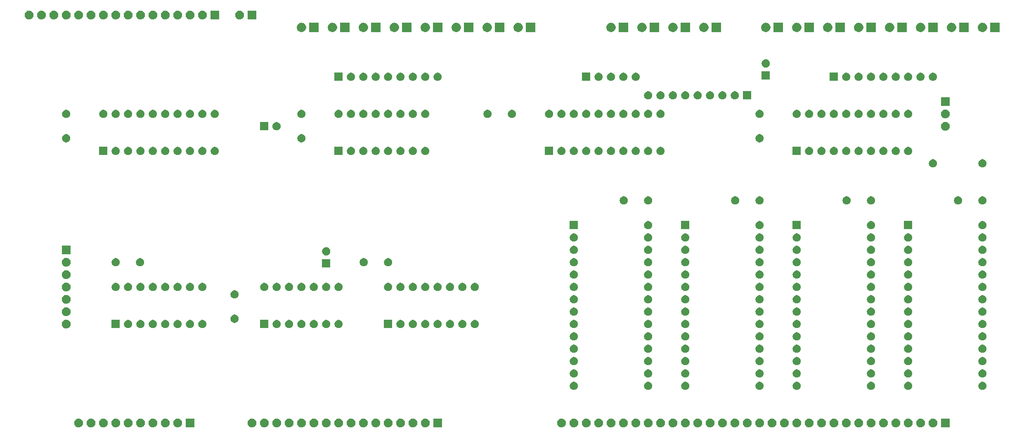
<source format=gbs>
G04 #@! TF.GenerationSoftware,KiCad,Pcbnew,(5.1.5)-3*
G04 #@! TF.CreationDate,2022-12-08T21:56:05-08:00*
G04 #@! TF.ProjectId,control_unit_16,636f6e74-726f-46c5-9f75-6e69745f3136,rev?*
G04 #@! TF.SameCoordinates,Original*
G04 #@! TF.FileFunction,Soldermask,Bot*
G04 #@! TF.FilePolarity,Negative*
%FSLAX46Y46*%
G04 Gerber Fmt 4.6, Leading zero omitted, Abs format (unit mm)*
G04 Created by KiCad (PCBNEW (5.1.5)-3) date 2022-12-08 21:56:05*
%MOMM*%
%LPD*%
G04 APERTURE LIST*
%ADD10C,0.100000*%
G04 APERTURE END LIST*
D10*
G36*
X129653512Y-143883927D02*
G01*
X129802812Y-143913624D01*
X129966784Y-143981544D01*
X130114354Y-144080147D01*
X130239853Y-144205646D01*
X130338456Y-144353216D01*
X130406376Y-144517188D01*
X130441000Y-144691259D01*
X130441000Y-144868741D01*
X130406376Y-145042812D01*
X130338456Y-145206784D01*
X130239853Y-145354354D01*
X130114354Y-145479853D01*
X129966784Y-145578456D01*
X129802812Y-145646376D01*
X129653512Y-145676073D01*
X129628742Y-145681000D01*
X129451258Y-145681000D01*
X129426488Y-145676073D01*
X129277188Y-145646376D01*
X129113216Y-145578456D01*
X128965646Y-145479853D01*
X128840147Y-145354354D01*
X128741544Y-145206784D01*
X128673624Y-145042812D01*
X128639000Y-144868741D01*
X128639000Y-144691259D01*
X128673624Y-144517188D01*
X128741544Y-144353216D01*
X128840147Y-144205646D01*
X128965646Y-144080147D01*
X129113216Y-143981544D01*
X129277188Y-143913624D01*
X129426488Y-143883927D01*
X129451258Y-143879000D01*
X129628742Y-143879000D01*
X129653512Y-143883927D01*
G37*
G36*
X127113512Y-143883927D02*
G01*
X127262812Y-143913624D01*
X127426784Y-143981544D01*
X127574354Y-144080147D01*
X127699853Y-144205646D01*
X127798456Y-144353216D01*
X127866376Y-144517188D01*
X127901000Y-144691259D01*
X127901000Y-144868741D01*
X127866376Y-145042812D01*
X127798456Y-145206784D01*
X127699853Y-145354354D01*
X127574354Y-145479853D01*
X127426784Y-145578456D01*
X127262812Y-145646376D01*
X127113512Y-145676073D01*
X127088742Y-145681000D01*
X126911258Y-145681000D01*
X126886488Y-145676073D01*
X126737188Y-145646376D01*
X126573216Y-145578456D01*
X126425646Y-145479853D01*
X126300147Y-145354354D01*
X126201544Y-145206784D01*
X126133624Y-145042812D01*
X126099000Y-144868741D01*
X126099000Y-144691259D01*
X126133624Y-144517188D01*
X126201544Y-144353216D01*
X126300147Y-144205646D01*
X126425646Y-144080147D01*
X126573216Y-143981544D01*
X126737188Y-143913624D01*
X126886488Y-143883927D01*
X126911258Y-143879000D01*
X127088742Y-143879000D01*
X127113512Y-143883927D01*
G37*
G36*
X87261000Y-145681000D02*
G01*
X85459000Y-145681000D01*
X85459000Y-143879000D01*
X87261000Y-143879000D01*
X87261000Y-145681000D01*
G37*
G36*
X83933512Y-143883927D02*
G01*
X84082812Y-143913624D01*
X84246784Y-143981544D01*
X84394354Y-144080147D01*
X84519853Y-144205646D01*
X84618456Y-144353216D01*
X84686376Y-144517188D01*
X84721000Y-144691259D01*
X84721000Y-144868741D01*
X84686376Y-145042812D01*
X84618456Y-145206784D01*
X84519853Y-145354354D01*
X84394354Y-145479853D01*
X84246784Y-145578456D01*
X84082812Y-145646376D01*
X83933512Y-145676073D01*
X83908742Y-145681000D01*
X83731258Y-145681000D01*
X83706488Y-145676073D01*
X83557188Y-145646376D01*
X83393216Y-145578456D01*
X83245646Y-145479853D01*
X83120147Y-145354354D01*
X83021544Y-145206784D01*
X82953624Y-145042812D01*
X82919000Y-144868741D01*
X82919000Y-144691259D01*
X82953624Y-144517188D01*
X83021544Y-144353216D01*
X83120147Y-144205646D01*
X83245646Y-144080147D01*
X83393216Y-143981544D01*
X83557188Y-143913624D01*
X83706488Y-143883927D01*
X83731258Y-143879000D01*
X83908742Y-143879000D01*
X83933512Y-143883927D01*
G37*
G36*
X81393512Y-143883927D02*
G01*
X81542812Y-143913624D01*
X81706784Y-143981544D01*
X81854354Y-144080147D01*
X81979853Y-144205646D01*
X82078456Y-144353216D01*
X82146376Y-144517188D01*
X82181000Y-144691259D01*
X82181000Y-144868741D01*
X82146376Y-145042812D01*
X82078456Y-145206784D01*
X81979853Y-145354354D01*
X81854354Y-145479853D01*
X81706784Y-145578456D01*
X81542812Y-145646376D01*
X81393512Y-145676073D01*
X81368742Y-145681000D01*
X81191258Y-145681000D01*
X81166488Y-145676073D01*
X81017188Y-145646376D01*
X80853216Y-145578456D01*
X80705646Y-145479853D01*
X80580147Y-145354354D01*
X80481544Y-145206784D01*
X80413624Y-145042812D01*
X80379000Y-144868741D01*
X80379000Y-144691259D01*
X80413624Y-144517188D01*
X80481544Y-144353216D01*
X80580147Y-144205646D01*
X80705646Y-144080147D01*
X80853216Y-143981544D01*
X81017188Y-143913624D01*
X81166488Y-143883927D01*
X81191258Y-143879000D01*
X81368742Y-143879000D01*
X81393512Y-143883927D01*
G37*
G36*
X78853512Y-143883927D02*
G01*
X79002812Y-143913624D01*
X79166784Y-143981544D01*
X79314354Y-144080147D01*
X79439853Y-144205646D01*
X79538456Y-144353216D01*
X79606376Y-144517188D01*
X79641000Y-144691259D01*
X79641000Y-144868741D01*
X79606376Y-145042812D01*
X79538456Y-145206784D01*
X79439853Y-145354354D01*
X79314354Y-145479853D01*
X79166784Y-145578456D01*
X79002812Y-145646376D01*
X78853512Y-145676073D01*
X78828742Y-145681000D01*
X78651258Y-145681000D01*
X78626488Y-145676073D01*
X78477188Y-145646376D01*
X78313216Y-145578456D01*
X78165646Y-145479853D01*
X78040147Y-145354354D01*
X77941544Y-145206784D01*
X77873624Y-145042812D01*
X77839000Y-144868741D01*
X77839000Y-144691259D01*
X77873624Y-144517188D01*
X77941544Y-144353216D01*
X78040147Y-144205646D01*
X78165646Y-144080147D01*
X78313216Y-143981544D01*
X78477188Y-143913624D01*
X78626488Y-143883927D01*
X78651258Y-143879000D01*
X78828742Y-143879000D01*
X78853512Y-143883927D01*
G37*
G36*
X76313512Y-143883927D02*
G01*
X76462812Y-143913624D01*
X76626784Y-143981544D01*
X76774354Y-144080147D01*
X76899853Y-144205646D01*
X76998456Y-144353216D01*
X77066376Y-144517188D01*
X77101000Y-144691259D01*
X77101000Y-144868741D01*
X77066376Y-145042812D01*
X76998456Y-145206784D01*
X76899853Y-145354354D01*
X76774354Y-145479853D01*
X76626784Y-145578456D01*
X76462812Y-145646376D01*
X76313512Y-145676073D01*
X76288742Y-145681000D01*
X76111258Y-145681000D01*
X76086488Y-145676073D01*
X75937188Y-145646376D01*
X75773216Y-145578456D01*
X75625646Y-145479853D01*
X75500147Y-145354354D01*
X75401544Y-145206784D01*
X75333624Y-145042812D01*
X75299000Y-144868741D01*
X75299000Y-144691259D01*
X75333624Y-144517188D01*
X75401544Y-144353216D01*
X75500147Y-144205646D01*
X75625646Y-144080147D01*
X75773216Y-143981544D01*
X75937188Y-143913624D01*
X76086488Y-143883927D01*
X76111258Y-143879000D01*
X76288742Y-143879000D01*
X76313512Y-143883927D01*
G37*
G36*
X73773512Y-143883927D02*
G01*
X73922812Y-143913624D01*
X74086784Y-143981544D01*
X74234354Y-144080147D01*
X74359853Y-144205646D01*
X74458456Y-144353216D01*
X74526376Y-144517188D01*
X74561000Y-144691259D01*
X74561000Y-144868741D01*
X74526376Y-145042812D01*
X74458456Y-145206784D01*
X74359853Y-145354354D01*
X74234354Y-145479853D01*
X74086784Y-145578456D01*
X73922812Y-145646376D01*
X73773512Y-145676073D01*
X73748742Y-145681000D01*
X73571258Y-145681000D01*
X73546488Y-145676073D01*
X73397188Y-145646376D01*
X73233216Y-145578456D01*
X73085646Y-145479853D01*
X72960147Y-145354354D01*
X72861544Y-145206784D01*
X72793624Y-145042812D01*
X72759000Y-144868741D01*
X72759000Y-144691259D01*
X72793624Y-144517188D01*
X72861544Y-144353216D01*
X72960147Y-144205646D01*
X73085646Y-144080147D01*
X73233216Y-143981544D01*
X73397188Y-143913624D01*
X73546488Y-143883927D01*
X73571258Y-143879000D01*
X73748742Y-143879000D01*
X73773512Y-143883927D01*
G37*
G36*
X71233512Y-143883927D02*
G01*
X71382812Y-143913624D01*
X71546784Y-143981544D01*
X71694354Y-144080147D01*
X71819853Y-144205646D01*
X71918456Y-144353216D01*
X71986376Y-144517188D01*
X72021000Y-144691259D01*
X72021000Y-144868741D01*
X71986376Y-145042812D01*
X71918456Y-145206784D01*
X71819853Y-145354354D01*
X71694354Y-145479853D01*
X71546784Y-145578456D01*
X71382812Y-145646376D01*
X71233512Y-145676073D01*
X71208742Y-145681000D01*
X71031258Y-145681000D01*
X71006488Y-145676073D01*
X70857188Y-145646376D01*
X70693216Y-145578456D01*
X70545646Y-145479853D01*
X70420147Y-145354354D01*
X70321544Y-145206784D01*
X70253624Y-145042812D01*
X70219000Y-144868741D01*
X70219000Y-144691259D01*
X70253624Y-144517188D01*
X70321544Y-144353216D01*
X70420147Y-144205646D01*
X70545646Y-144080147D01*
X70693216Y-143981544D01*
X70857188Y-143913624D01*
X71006488Y-143883927D01*
X71031258Y-143879000D01*
X71208742Y-143879000D01*
X71233512Y-143883927D01*
G37*
G36*
X68693512Y-143883927D02*
G01*
X68842812Y-143913624D01*
X69006784Y-143981544D01*
X69154354Y-144080147D01*
X69279853Y-144205646D01*
X69378456Y-144353216D01*
X69446376Y-144517188D01*
X69481000Y-144691259D01*
X69481000Y-144868741D01*
X69446376Y-145042812D01*
X69378456Y-145206784D01*
X69279853Y-145354354D01*
X69154354Y-145479853D01*
X69006784Y-145578456D01*
X68842812Y-145646376D01*
X68693512Y-145676073D01*
X68668742Y-145681000D01*
X68491258Y-145681000D01*
X68466488Y-145676073D01*
X68317188Y-145646376D01*
X68153216Y-145578456D01*
X68005646Y-145479853D01*
X67880147Y-145354354D01*
X67781544Y-145206784D01*
X67713624Y-145042812D01*
X67679000Y-144868741D01*
X67679000Y-144691259D01*
X67713624Y-144517188D01*
X67781544Y-144353216D01*
X67880147Y-144205646D01*
X68005646Y-144080147D01*
X68153216Y-143981544D01*
X68317188Y-143913624D01*
X68466488Y-143883927D01*
X68491258Y-143879000D01*
X68668742Y-143879000D01*
X68693512Y-143883927D01*
G37*
G36*
X66153512Y-143883927D02*
G01*
X66302812Y-143913624D01*
X66466784Y-143981544D01*
X66614354Y-144080147D01*
X66739853Y-144205646D01*
X66838456Y-144353216D01*
X66906376Y-144517188D01*
X66941000Y-144691259D01*
X66941000Y-144868741D01*
X66906376Y-145042812D01*
X66838456Y-145206784D01*
X66739853Y-145354354D01*
X66614354Y-145479853D01*
X66466784Y-145578456D01*
X66302812Y-145646376D01*
X66153512Y-145676073D01*
X66128742Y-145681000D01*
X65951258Y-145681000D01*
X65926488Y-145676073D01*
X65777188Y-145646376D01*
X65613216Y-145578456D01*
X65465646Y-145479853D01*
X65340147Y-145354354D01*
X65241544Y-145206784D01*
X65173624Y-145042812D01*
X65139000Y-144868741D01*
X65139000Y-144691259D01*
X65173624Y-144517188D01*
X65241544Y-144353216D01*
X65340147Y-144205646D01*
X65465646Y-144080147D01*
X65613216Y-143981544D01*
X65777188Y-143913624D01*
X65926488Y-143883927D01*
X65951258Y-143879000D01*
X66128742Y-143879000D01*
X66153512Y-143883927D01*
G37*
G36*
X63613512Y-143883927D02*
G01*
X63762812Y-143913624D01*
X63926784Y-143981544D01*
X64074354Y-144080147D01*
X64199853Y-144205646D01*
X64298456Y-144353216D01*
X64366376Y-144517188D01*
X64401000Y-144691259D01*
X64401000Y-144868741D01*
X64366376Y-145042812D01*
X64298456Y-145206784D01*
X64199853Y-145354354D01*
X64074354Y-145479853D01*
X63926784Y-145578456D01*
X63762812Y-145646376D01*
X63613512Y-145676073D01*
X63588742Y-145681000D01*
X63411258Y-145681000D01*
X63386488Y-145676073D01*
X63237188Y-145646376D01*
X63073216Y-145578456D01*
X62925646Y-145479853D01*
X62800147Y-145354354D01*
X62701544Y-145206784D01*
X62633624Y-145042812D01*
X62599000Y-144868741D01*
X62599000Y-144691259D01*
X62633624Y-144517188D01*
X62701544Y-144353216D01*
X62800147Y-144205646D01*
X62925646Y-144080147D01*
X63073216Y-143981544D01*
X63237188Y-143913624D01*
X63386488Y-143883927D01*
X63411258Y-143879000D01*
X63588742Y-143879000D01*
X63613512Y-143883927D01*
G37*
G36*
X138061000Y-145681000D02*
G01*
X136259000Y-145681000D01*
X136259000Y-143879000D01*
X138061000Y-143879000D01*
X138061000Y-145681000D01*
G37*
G36*
X134733512Y-143883927D02*
G01*
X134882812Y-143913624D01*
X135046784Y-143981544D01*
X135194354Y-144080147D01*
X135319853Y-144205646D01*
X135418456Y-144353216D01*
X135486376Y-144517188D01*
X135521000Y-144691259D01*
X135521000Y-144868741D01*
X135486376Y-145042812D01*
X135418456Y-145206784D01*
X135319853Y-145354354D01*
X135194354Y-145479853D01*
X135046784Y-145578456D01*
X134882812Y-145646376D01*
X134733512Y-145676073D01*
X134708742Y-145681000D01*
X134531258Y-145681000D01*
X134506488Y-145676073D01*
X134357188Y-145646376D01*
X134193216Y-145578456D01*
X134045646Y-145479853D01*
X133920147Y-145354354D01*
X133821544Y-145206784D01*
X133753624Y-145042812D01*
X133719000Y-144868741D01*
X133719000Y-144691259D01*
X133753624Y-144517188D01*
X133821544Y-144353216D01*
X133920147Y-144205646D01*
X134045646Y-144080147D01*
X134193216Y-143981544D01*
X134357188Y-143913624D01*
X134506488Y-143883927D01*
X134531258Y-143879000D01*
X134708742Y-143879000D01*
X134733512Y-143883927D01*
G37*
G36*
X132193512Y-143883927D02*
G01*
X132342812Y-143913624D01*
X132506784Y-143981544D01*
X132654354Y-144080147D01*
X132779853Y-144205646D01*
X132878456Y-144353216D01*
X132946376Y-144517188D01*
X132981000Y-144691259D01*
X132981000Y-144868741D01*
X132946376Y-145042812D01*
X132878456Y-145206784D01*
X132779853Y-145354354D01*
X132654354Y-145479853D01*
X132506784Y-145578456D01*
X132342812Y-145646376D01*
X132193512Y-145676073D01*
X132168742Y-145681000D01*
X131991258Y-145681000D01*
X131966488Y-145676073D01*
X131817188Y-145646376D01*
X131653216Y-145578456D01*
X131505646Y-145479853D01*
X131380147Y-145354354D01*
X131281544Y-145206784D01*
X131213624Y-145042812D01*
X131179000Y-144868741D01*
X131179000Y-144691259D01*
X131213624Y-144517188D01*
X131281544Y-144353216D01*
X131380147Y-144205646D01*
X131505646Y-144080147D01*
X131653216Y-143981544D01*
X131817188Y-143913624D01*
X131966488Y-143883927D01*
X131991258Y-143879000D01*
X132168742Y-143879000D01*
X132193512Y-143883927D01*
G37*
G36*
X231253512Y-143883927D02*
G01*
X231402812Y-143913624D01*
X231566784Y-143981544D01*
X231714354Y-144080147D01*
X231839853Y-144205646D01*
X231938456Y-144353216D01*
X232006376Y-144517188D01*
X232041000Y-144691259D01*
X232041000Y-144868741D01*
X232006376Y-145042812D01*
X231938456Y-145206784D01*
X231839853Y-145354354D01*
X231714354Y-145479853D01*
X231566784Y-145578456D01*
X231402812Y-145646376D01*
X231253512Y-145676073D01*
X231228742Y-145681000D01*
X231051258Y-145681000D01*
X231026488Y-145676073D01*
X230877188Y-145646376D01*
X230713216Y-145578456D01*
X230565646Y-145479853D01*
X230440147Y-145354354D01*
X230341544Y-145206784D01*
X230273624Y-145042812D01*
X230239000Y-144868741D01*
X230239000Y-144691259D01*
X230273624Y-144517188D01*
X230341544Y-144353216D01*
X230440147Y-144205646D01*
X230565646Y-144080147D01*
X230713216Y-143981544D01*
X230877188Y-143913624D01*
X231026488Y-143883927D01*
X231051258Y-143879000D01*
X231228742Y-143879000D01*
X231253512Y-143883927D01*
G37*
G36*
X238873512Y-143883927D02*
G01*
X239022812Y-143913624D01*
X239186784Y-143981544D01*
X239334354Y-144080147D01*
X239459853Y-144205646D01*
X239558456Y-144353216D01*
X239626376Y-144517188D01*
X239661000Y-144691259D01*
X239661000Y-144868741D01*
X239626376Y-145042812D01*
X239558456Y-145206784D01*
X239459853Y-145354354D01*
X239334354Y-145479853D01*
X239186784Y-145578456D01*
X239022812Y-145646376D01*
X238873512Y-145676073D01*
X238848742Y-145681000D01*
X238671258Y-145681000D01*
X238646488Y-145676073D01*
X238497188Y-145646376D01*
X238333216Y-145578456D01*
X238185646Y-145479853D01*
X238060147Y-145354354D01*
X237961544Y-145206784D01*
X237893624Y-145042812D01*
X237859000Y-144868741D01*
X237859000Y-144691259D01*
X237893624Y-144517188D01*
X237961544Y-144353216D01*
X238060147Y-144205646D01*
X238185646Y-144080147D01*
X238333216Y-143981544D01*
X238497188Y-143913624D01*
X238646488Y-143883927D01*
X238671258Y-143879000D01*
X238848742Y-143879000D01*
X238873512Y-143883927D01*
G37*
G36*
X124573512Y-143883927D02*
G01*
X124722812Y-143913624D01*
X124886784Y-143981544D01*
X125034354Y-144080147D01*
X125159853Y-144205646D01*
X125258456Y-144353216D01*
X125326376Y-144517188D01*
X125361000Y-144691259D01*
X125361000Y-144868741D01*
X125326376Y-145042812D01*
X125258456Y-145206784D01*
X125159853Y-145354354D01*
X125034354Y-145479853D01*
X124886784Y-145578456D01*
X124722812Y-145646376D01*
X124573512Y-145676073D01*
X124548742Y-145681000D01*
X124371258Y-145681000D01*
X124346488Y-145676073D01*
X124197188Y-145646376D01*
X124033216Y-145578456D01*
X123885646Y-145479853D01*
X123760147Y-145354354D01*
X123661544Y-145206784D01*
X123593624Y-145042812D01*
X123559000Y-144868741D01*
X123559000Y-144691259D01*
X123593624Y-144517188D01*
X123661544Y-144353216D01*
X123760147Y-144205646D01*
X123885646Y-144080147D01*
X124033216Y-143981544D01*
X124197188Y-143913624D01*
X124346488Y-143883927D01*
X124371258Y-143879000D01*
X124548742Y-143879000D01*
X124573512Y-143883927D01*
G37*
G36*
X122033512Y-143883927D02*
G01*
X122182812Y-143913624D01*
X122346784Y-143981544D01*
X122494354Y-144080147D01*
X122619853Y-144205646D01*
X122718456Y-144353216D01*
X122786376Y-144517188D01*
X122821000Y-144691259D01*
X122821000Y-144868741D01*
X122786376Y-145042812D01*
X122718456Y-145206784D01*
X122619853Y-145354354D01*
X122494354Y-145479853D01*
X122346784Y-145578456D01*
X122182812Y-145646376D01*
X122033512Y-145676073D01*
X122008742Y-145681000D01*
X121831258Y-145681000D01*
X121806488Y-145676073D01*
X121657188Y-145646376D01*
X121493216Y-145578456D01*
X121345646Y-145479853D01*
X121220147Y-145354354D01*
X121121544Y-145206784D01*
X121053624Y-145042812D01*
X121019000Y-144868741D01*
X121019000Y-144691259D01*
X121053624Y-144517188D01*
X121121544Y-144353216D01*
X121220147Y-144205646D01*
X121345646Y-144080147D01*
X121493216Y-143981544D01*
X121657188Y-143913624D01*
X121806488Y-143883927D01*
X121831258Y-143879000D01*
X122008742Y-143879000D01*
X122033512Y-143883927D01*
G37*
G36*
X119493512Y-143883927D02*
G01*
X119642812Y-143913624D01*
X119806784Y-143981544D01*
X119954354Y-144080147D01*
X120079853Y-144205646D01*
X120178456Y-144353216D01*
X120246376Y-144517188D01*
X120281000Y-144691259D01*
X120281000Y-144868741D01*
X120246376Y-145042812D01*
X120178456Y-145206784D01*
X120079853Y-145354354D01*
X119954354Y-145479853D01*
X119806784Y-145578456D01*
X119642812Y-145646376D01*
X119493512Y-145676073D01*
X119468742Y-145681000D01*
X119291258Y-145681000D01*
X119266488Y-145676073D01*
X119117188Y-145646376D01*
X118953216Y-145578456D01*
X118805646Y-145479853D01*
X118680147Y-145354354D01*
X118581544Y-145206784D01*
X118513624Y-145042812D01*
X118479000Y-144868741D01*
X118479000Y-144691259D01*
X118513624Y-144517188D01*
X118581544Y-144353216D01*
X118680147Y-144205646D01*
X118805646Y-144080147D01*
X118953216Y-143981544D01*
X119117188Y-143913624D01*
X119266488Y-143883927D01*
X119291258Y-143879000D01*
X119468742Y-143879000D01*
X119493512Y-143883927D01*
G37*
G36*
X116953512Y-143883927D02*
G01*
X117102812Y-143913624D01*
X117266784Y-143981544D01*
X117414354Y-144080147D01*
X117539853Y-144205646D01*
X117638456Y-144353216D01*
X117706376Y-144517188D01*
X117741000Y-144691259D01*
X117741000Y-144868741D01*
X117706376Y-145042812D01*
X117638456Y-145206784D01*
X117539853Y-145354354D01*
X117414354Y-145479853D01*
X117266784Y-145578456D01*
X117102812Y-145646376D01*
X116953512Y-145676073D01*
X116928742Y-145681000D01*
X116751258Y-145681000D01*
X116726488Y-145676073D01*
X116577188Y-145646376D01*
X116413216Y-145578456D01*
X116265646Y-145479853D01*
X116140147Y-145354354D01*
X116041544Y-145206784D01*
X115973624Y-145042812D01*
X115939000Y-144868741D01*
X115939000Y-144691259D01*
X115973624Y-144517188D01*
X116041544Y-144353216D01*
X116140147Y-144205646D01*
X116265646Y-144080147D01*
X116413216Y-143981544D01*
X116577188Y-143913624D01*
X116726488Y-143883927D01*
X116751258Y-143879000D01*
X116928742Y-143879000D01*
X116953512Y-143883927D01*
G37*
G36*
X114413512Y-143883927D02*
G01*
X114562812Y-143913624D01*
X114726784Y-143981544D01*
X114874354Y-144080147D01*
X114999853Y-144205646D01*
X115098456Y-144353216D01*
X115166376Y-144517188D01*
X115201000Y-144691259D01*
X115201000Y-144868741D01*
X115166376Y-145042812D01*
X115098456Y-145206784D01*
X114999853Y-145354354D01*
X114874354Y-145479853D01*
X114726784Y-145578456D01*
X114562812Y-145646376D01*
X114413512Y-145676073D01*
X114388742Y-145681000D01*
X114211258Y-145681000D01*
X114186488Y-145676073D01*
X114037188Y-145646376D01*
X113873216Y-145578456D01*
X113725646Y-145479853D01*
X113600147Y-145354354D01*
X113501544Y-145206784D01*
X113433624Y-145042812D01*
X113399000Y-144868741D01*
X113399000Y-144691259D01*
X113433624Y-144517188D01*
X113501544Y-144353216D01*
X113600147Y-144205646D01*
X113725646Y-144080147D01*
X113873216Y-143981544D01*
X114037188Y-143913624D01*
X114186488Y-143883927D01*
X114211258Y-143879000D01*
X114388742Y-143879000D01*
X114413512Y-143883927D01*
G37*
G36*
X111873512Y-143883927D02*
G01*
X112022812Y-143913624D01*
X112186784Y-143981544D01*
X112334354Y-144080147D01*
X112459853Y-144205646D01*
X112558456Y-144353216D01*
X112626376Y-144517188D01*
X112661000Y-144691259D01*
X112661000Y-144868741D01*
X112626376Y-145042812D01*
X112558456Y-145206784D01*
X112459853Y-145354354D01*
X112334354Y-145479853D01*
X112186784Y-145578456D01*
X112022812Y-145646376D01*
X111873512Y-145676073D01*
X111848742Y-145681000D01*
X111671258Y-145681000D01*
X111646488Y-145676073D01*
X111497188Y-145646376D01*
X111333216Y-145578456D01*
X111185646Y-145479853D01*
X111060147Y-145354354D01*
X110961544Y-145206784D01*
X110893624Y-145042812D01*
X110859000Y-144868741D01*
X110859000Y-144691259D01*
X110893624Y-144517188D01*
X110961544Y-144353216D01*
X111060147Y-144205646D01*
X111185646Y-144080147D01*
X111333216Y-143981544D01*
X111497188Y-143913624D01*
X111646488Y-143883927D01*
X111671258Y-143879000D01*
X111848742Y-143879000D01*
X111873512Y-143883927D01*
G37*
G36*
X109333512Y-143883927D02*
G01*
X109482812Y-143913624D01*
X109646784Y-143981544D01*
X109794354Y-144080147D01*
X109919853Y-144205646D01*
X110018456Y-144353216D01*
X110086376Y-144517188D01*
X110121000Y-144691259D01*
X110121000Y-144868741D01*
X110086376Y-145042812D01*
X110018456Y-145206784D01*
X109919853Y-145354354D01*
X109794354Y-145479853D01*
X109646784Y-145578456D01*
X109482812Y-145646376D01*
X109333512Y-145676073D01*
X109308742Y-145681000D01*
X109131258Y-145681000D01*
X109106488Y-145676073D01*
X108957188Y-145646376D01*
X108793216Y-145578456D01*
X108645646Y-145479853D01*
X108520147Y-145354354D01*
X108421544Y-145206784D01*
X108353624Y-145042812D01*
X108319000Y-144868741D01*
X108319000Y-144691259D01*
X108353624Y-144517188D01*
X108421544Y-144353216D01*
X108520147Y-144205646D01*
X108645646Y-144080147D01*
X108793216Y-143981544D01*
X108957188Y-143913624D01*
X109106488Y-143883927D01*
X109131258Y-143879000D01*
X109308742Y-143879000D01*
X109333512Y-143883927D01*
G37*
G36*
X106793512Y-143883927D02*
G01*
X106942812Y-143913624D01*
X107106784Y-143981544D01*
X107254354Y-144080147D01*
X107379853Y-144205646D01*
X107478456Y-144353216D01*
X107546376Y-144517188D01*
X107581000Y-144691259D01*
X107581000Y-144868741D01*
X107546376Y-145042812D01*
X107478456Y-145206784D01*
X107379853Y-145354354D01*
X107254354Y-145479853D01*
X107106784Y-145578456D01*
X106942812Y-145646376D01*
X106793512Y-145676073D01*
X106768742Y-145681000D01*
X106591258Y-145681000D01*
X106566488Y-145676073D01*
X106417188Y-145646376D01*
X106253216Y-145578456D01*
X106105646Y-145479853D01*
X105980147Y-145354354D01*
X105881544Y-145206784D01*
X105813624Y-145042812D01*
X105779000Y-144868741D01*
X105779000Y-144691259D01*
X105813624Y-144517188D01*
X105881544Y-144353216D01*
X105980147Y-144205646D01*
X106105646Y-144080147D01*
X106253216Y-143981544D01*
X106417188Y-143913624D01*
X106566488Y-143883927D01*
X106591258Y-143879000D01*
X106768742Y-143879000D01*
X106793512Y-143883927D01*
G37*
G36*
X104253512Y-143883927D02*
G01*
X104402812Y-143913624D01*
X104566784Y-143981544D01*
X104714354Y-144080147D01*
X104839853Y-144205646D01*
X104938456Y-144353216D01*
X105006376Y-144517188D01*
X105041000Y-144691259D01*
X105041000Y-144868741D01*
X105006376Y-145042812D01*
X104938456Y-145206784D01*
X104839853Y-145354354D01*
X104714354Y-145479853D01*
X104566784Y-145578456D01*
X104402812Y-145646376D01*
X104253512Y-145676073D01*
X104228742Y-145681000D01*
X104051258Y-145681000D01*
X104026488Y-145676073D01*
X103877188Y-145646376D01*
X103713216Y-145578456D01*
X103565646Y-145479853D01*
X103440147Y-145354354D01*
X103341544Y-145206784D01*
X103273624Y-145042812D01*
X103239000Y-144868741D01*
X103239000Y-144691259D01*
X103273624Y-144517188D01*
X103341544Y-144353216D01*
X103440147Y-144205646D01*
X103565646Y-144080147D01*
X103713216Y-143981544D01*
X103877188Y-143913624D01*
X104026488Y-143883927D01*
X104051258Y-143879000D01*
X104228742Y-143879000D01*
X104253512Y-143883927D01*
G37*
G36*
X101713512Y-143883927D02*
G01*
X101862812Y-143913624D01*
X102026784Y-143981544D01*
X102174354Y-144080147D01*
X102299853Y-144205646D01*
X102398456Y-144353216D01*
X102466376Y-144517188D01*
X102501000Y-144691259D01*
X102501000Y-144868741D01*
X102466376Y-145042812D01*
X102398456Y-145206784D01*
X102299853Y-145354354D01*
X102174354Y-145479853D01*
X102026784Y-145578456D01*
X101862812Y-145646376D01*
X101713512Y-145676073D01*
X101688742Y-145681000D01*
X101511258Y-145681000D01*
X101486488Y-145676073D01*
X101337188Y-145646376D01*
X101173216Y-145578456D01*
X101025646Y-145479853D01*
X100900147Y-145354354D01*
X100801544Y-145206784D01*
X100733624Y-145042812D01*
X100699000Y-144868741D01*
X100699000Y-144691259D01*
X100733624Y-144517188D01*
X100801544Y-144353216D01*
X100900147Y-144205646D01*
X101025646Y-144080147D01*
X101173216Y-143981544D01*
X101337188Y-143913624D01*
X101486488Y-143883927D01*
X101511258Y-143879000D01*
X101688742Y-143879000D01*
X101713512Y-143883927D01*
G37*
G36*
X99173512Y-143883927D02*
G01*
X99322812Y-143913624D01*
X99486784Y-143981544D01*
X99634354Y-144080147D01*
X99759853Y-144205646D01*
X99858456Y-144353216D01*
X99926376Y-144517188D01*
X99961000Y-144691259D01*
X99961000Y-144868741D01*
X99926376Y-145042812D01*
X99858456Y-145206784D01*
X99759853Y-145354354D01*
X99634354Y-145479853D01*
X99486784Y-145578456D01*
X99322812Y-145646376D01*
X99173512Y-145676073D01*
X99148742Y-145681000D01*
X98971258Y-145681000D01*
X98946488Y-145676073D01*
X98797188Y-145646376D01*
X98633216Y-145578456D01*
X98485646Y-145479853D01*
X98360147Y-145354354D01*
X98261544Y-145206784D01*
X98193624Y-145042812D01*
X98159000Y-144868741D01*
X98159000Y-144691259D01*
X98193624Y-144517188D01*
X98261544Y-144353216D01*
X98360147Y-144205646D01*
X98485646Y-144080147D01*
X98633216Y-143981544D01*
X98797188Y-143913624D01*
X98946488Y-143883927D01*
X98971258Y-143879000D01*
X99148742Y-143879000D01*
X99173512Y-143883927D01*
G37*
G36*
X236333512Y-143883927D02*
G01*
X236482812Y-143913624D01*
X236646784Y-143981544D01*
X236794354Y-144080147D01*
X236919853Y-144205646D01*
X237018456Y-144353216D01*
X237086376Y-144517188D01*
X237121000Y-144691259D01*
X237121000Y-144868741D01*
X237086376Y-145042812D01*
X237018456Y-145206784D01*
X236919853Y-145354354D01*
X236794354Y-145479853D01*
X236646784Y-145578456D01*
X236482812Y-145646376D01*
X236333512Y-145676073D01*
X236308742Y-145681000D01*
X236131258Y-145681000D01*
X236106488Y-145676073D01*
X235957188Y-145646376D01*
X235793216Y-145578456D01*
X235645646Y-145479853D01*
X235520147Y-145354354D01*
X235421544Y-145206784D01*
X235353624Y-145042812D01*
X235319000Y-144868741D01*
X235319000Y-144691259D01*
X235353624Y-144517188D01*
X235421544Y-144353216D01*
X235520147Y-144205646D01*
X235645646Y-144080147D01*
X235793216Y-143981544D01*
X235957188Y-143913624D01*
X236106488Y-143883927D01*
X236131258Y-143879000D01*
X236308742Y-143879000D01*
X236333512Y-143883927D01*
G37*
G36*
X198233512Y-143883927D02*
G01*
X198382812Y-143913624D01*
X198546784Y-143981544D01*
X198694354Y-144080147D01*
X198819853Y-144205646D01*
X198918456Y-144353216D01*
X198986376Y-144517188D01*
X199021000Y-144691259D01*
X199021000Y-144868741D01*
X198986376Y-145042812D01*
X198918456Y-145206784D01*
X198819853Y-145354354D01*
X198694354Y-145479853D01*
X198546784Y-145578456D01*
X198382812Y-145646376D01*
X198233512Y-145676073D01*
X198208742Y-145681000D01*
X198031258Y-145681000D01*
X198006488Y-145676073D01*
X197857188Y-145646376D01*
X197693216Y-145578456D01*
X197545646Y-145479853D01*
X197420147Y-145354354D01*
X197321544Y-145206784D01*
X197253624Y-145042812D01*
X197219000Y-144868741D01*
X197219000Y-144691259D01*
X197253624Y-144517188D01*
X197321544Y-144353216D01*
X197420147Y-144205646D01*
X197545646Y-144080147D01*
X197693216Y-143981544D01*
X197857188Y-143913624D01*
X198006488Y-143883927D01*
X198031258Y-143879000D01*
X198208742Y-143879000D01*
X198233512Y-143883927D01*
G37*
G36*
X165213512Y-143883927D02*
G01*
X165362812Y-143913624D01*
X165526784Y-143981544D01*
X165674354Y-144080147D01*
X165799853Y-144205646D01*
X165898456Y-144353216D01*
X165966376Y-144517188D01*
X166001000Y-144691259D01*
X166001000Y-144868741D01*
X165966376Y-145042812D01*
X165898456Y-145206784D01*
X165799853Y-145354354D01*
X165674354Y-145479853D01*
X165526784Y-145578456D01*
X165362812Y-145646376D01*
X165213512Y-145676073D01*
X165188742Y-145681000D01*
X165011258Y-145681000D01*
X164986488Y-145676073D01*
X164837188Y-145646376D01*
X164673216Y-145578456D01*
X164525646Y-145479853D01*
X164400147Y-145354354D01*
X164301544Y-145206784D01*
X164233624Y-145042812D01*
X164199000Y-144868741D01*
X164199000Y-144691259D01*
X164233624Y-144517188D01*
X164301544Y-144353216D01*
X164400147Y-144205646D01*
X164525646Y-144080147D01*
X164673216Y-143981544D01*
X164837188Y-143913624D01*
X164986488Y-143883927D01*
X165011258Y-143879000D01*
X165188742Y-143879000D01*
X165213512Y-143883927D01*
G37*
G36*
X162673512Y-143883927D02*
G01*
X162822812Y-143913624D01*
X162986784Y-143981544D01*
X163134354Y-144080147D01*
X163259853Y-144205646D01*
X163358456Y-144353216D01*
X163426376Y-144517188D01*
X163461000Y-144691259D01*
X163461000Y-144868741D01*
X163426376Y-145042812D01*
X163358456Y-145206784D01*
X163259853Y-145354354D01*
X163134354Y-145479853D01*
X162986784Y-145578456D01*
X162822812Y-145646376D01*
X162673512Y-145676073D01*
X162648742Y-145681000D01*
X162471258Y-145681000D01*
X162446488Y-145676073D01*
X162297188Y-145646376D01*
X162133216Y-145578456D01*
X161985646Y-145479853D01*
X161860147Y-145354354D01*
X161761544Y-145206784D01*
X161693624Y-145042812D01*
X161659000Y-144868741D01*
X161659000Y-144691259D01*
X161693624Y-144517188D01*
X161761544Y-144353216D01*
X161860147Y-144205646D01*
X161985646Y-144080147D01*
X162133216Y-143981544D01*
X162297188Y-143913624D01*
X162446488Y-143883927D01*
X162471258Y-143879000D01*
X162648742Y-143879000D01*
X162673512Y-143883927D01*
G37*
G36*
X242201000Y-145681000D02*
G01*
X240399000Y-145681000D01*
X240399000Y-143879000D01*
X242201000Y-143879000D01*
X242201000Y-145681000D01*
G37*
G36*
X228713512Y-143883927D02*
G01*
X228862812Y-143913624D01*
X229026784Y-143981544D01*
X229174354Y-144080147D01*
X229299853Y-144205646D01*
X229398456Y-144353216D01*
X229466376Y-144517188D01*
X229501000Y-144691259D01*
X229501000Y-144868741D01*
X229466376Y-145042812D01*
X229398456Y-145206784D01*
X229299853Y-145354354D01*
X229174354Y-145479853D01*
X229026784Y-145578456D01*
X228862812Y-145646376D01*
X228713512Y-145676073D01*
X228688742Y-145681000D01*
X228511258Y-145681000D01*
X228486488Y-145676073D01*
X228337188Y-145646376D01*
X228173216Y-145578456D01*
X228025646Y-145479853D01*
X227900147Y-145354354D01*
X227801544Y-145206784D01*
X227733624Y-145042812D01*
X227699000Y-144868741D01*
X227699000Y-144691259D01*
X227733624Y-144517188D01*
X227801544Y-144353216D01*
X227900147Y-144205646D01*
X228025646Y-144080147D01*
X228173216Y-143981544D01*
X228337188Y-143913624D01*
X228486488Y-143883927D01*
X228511258Y-143879000D01*
X228688742Y-143879000D01*
X228713512Y-143883927D01*
G37*
G36*
X226173512Y-143883927D02*
G01*
X226322812Y-143913624D01*
X226486784Y-143981544D01*
X226634354Y-144080147D01*
X226759853Y-144205646D01*
X226858456Y-144353216D01*
X226926376Y-144517188D01*
X226961000Y-144691259D01*
X226961000Y-144868741D01*
X226926376Y-145042812D01*
X226858456Y-145206784D01*
X226759853Y-145354354D01*
X226634354Y-145479853D01*
X226486784Y-145578456D01*
X226322812Y-145646376D01*
X226173512Y-145676073D01*
X226148742Y-145681000D01*
X225971258Y-145681000D01*
X225946488Y-145676073D01*
X225797188Y-145646376D01*
X225633216Y-145578456D01*
X225485646Y-145479853D01*
X225360147Y-145354354D01*
X225261544Y-145206784D01*
X225193624Y-145042812D01*
X225159000Y-144868741D01*
X225159000Y-144691259D01*
X225193624Y-144517188D01*
X225261544Y-144353216D01*
X225360147Y-144205646D01*
X225485646Y-144080147D01*
X225633216Y-143981544D01*
X225797188Y-143913624D01*
X225946488Y-143883927D01*
X225971258Y-143879000D01*
X226148742Y-143879000D01*
X226173512Y-143883927D01*
G37*
G36*
X223633512Y-143883927D02*
G01*
X223782812Y-143913624D01*
X223946784Y-143981544D01*
X224094354Y-144080147D01*
X224219853Y-144205646D01*
X224318456Y-144353216D01*
X224386376Y-144517188D01*
X224421000Y-144691259D01*
X224421000Y-144868741D01*
X224386376Y-145042812D01*
X224318456Y-145206784D01*
X224219853Y-145354354D01*
X224094354Y-145479853D01*
X223946784Y-145578456D01*
X223782812Y-145646376D01*
X223633512Y-145676073D01*
X223608742Y-145681000D01*
X223431258Y-145681000D01*
X223406488Y-145676073D01*
X223257188Y-145646376D01*
X223093216Y-145578456D01*
X222945646Y-145479853D01*
X222820147Y-145354354D01*
X222721544Y-145206784D01*
X222653624Y-145042812D01*
X222619000Y-144868741D01*
X222619000Y-144691259D01*
X222653624Y-144517188D01*
X222721544Y-144353216D01*
X222820147Y-144205646D01*
X222945646Y-144080147D01*
X223093216Y-143981544D01*
X223257188Y-143913624D01*
X223406488Y-143883927D01*
X223431258Y-143879000D01*
X223608742Y-143879000D01*
X223633512Y-143883927D01*
G37*
G36*
X221093512Y-143883927D02*
G01*
X221242812Y-143913624D01*
X221406784Y-143981544D01*
X221554354Y-144080147D01*
X221679853Y-144205646D01*
X221778456Y-144353216D01*
X221846376Y-144517188D01*
X221881000Y-144691259D01*
X221881000Y-144868741D01*
X221846376Y-145042812D01*
X221778456Y-145206784D01*
X221679853Y-145354354D01*
X221554354Y-145479853D01*
X221406784Y-145578456D01*
X221242812Y-145646376D01*
X221093512Y-145676073D01*
X221068742Y-145681000D01*
X220891258Y-145681000D01*
X220866488Y-145676073D01*
X220717188Y-145646376D01*
X220553216Y-145578456D01*
X220405646Y-145479853D01*
X220280147Y-145354354D01*
X220181544Y-145206784D01*
X220113624Y-145042812D01*
X220079000Y-144868741D01*
X220079000Y-144691259D01*
X220113624Y-144517188D01*
X220181544Y-144353216D01*
X220280147Y-144205646D01*
X220405646Y-144080147D01*
X220553216Y-143981544D01*
X220717188Y-143913624D01*
X220866488Y-143883927D01*
X220891258Y-143879000D01*
X221068742Y-143879000D01*
X221093512Y-143883927D01*
G37*
G36*
X218553512Y-143883927D02*
G01*
X218702812Y-143913624D01*
X218866784Y-143981544D01*
X219014354Y-144080147D01*
X219139853Y-144205646D01*
X219238456Y-144353216D01*
X219306376Y-144517188D01*
X219341000Y-144691259D01*
X219341000Y-144868741D01*
X219306376Y-145042812D01*
X219238456Y-145206784D01*
X219139853Y-145354354D01*
X219014354Y-145479853D01*
X218866784Y-145578456D01*
X218702812Y-145646376D01*
X218553512Y-145676073D01*
X218528742Y-145681000D01*
X218351258Y-145681000D01*
X218326488Y-145676073D01*
X218177188Y-145646376D01*
X218013216Y-145578456D01*
X217865646Y-145479853D01*
X217740147Y-145354354D01*
X217641544Y-145206784D01*
X217573624Y-145042812D01*
X217539000Y-144868741D01*
X217539000Y-144691259D01*
X217573624Y-144517188D01*
X217641544Y-144353216D01*
X217740147Y-144205646D01*
X217865646Y-144080147D01*
X218013216Y-143981544D01*
X218177188Y-143913624D01*
X218326488Y-143883927D01*
X218351258Y-143879000D01*
X218528742Y-143879000D01*
X218553512Y-143883927D01*
G37*
G36*
X216013512Y-143883927D02*
G01*
X216162812Y-143913624D01*
X216326784Y-143981544D01*
X216474354Y-144080147D01*
X216599853Y-144205646D01*
X216698456Y-144353216D01*
X216766376Y-144517188D01*
X216801000Y-144691259D01*
X216801000Y-144868741D01*
X216766376Y-145042812D01*
X216698456Y-145206784D01*
X216599853Y-145354354D01*
X216474354Y-145479853D01*
X216326784Y-145578456D01*
X216162812Y-145646376D01*
X216013512Y-145676073D01*
X215988742Y-145681000D01*
X215811258Y-145681000D01*
X215786488Y-145676073D01*
X215637188Y-145646376D01*
X215473216Y-145578456D01*
X215325646Y-145479853D01*
X215200147Y-145354354D01*
X215101544Y-145206784D01*
X215033624Y-145042812D01*
X214999000Y-144868741D01*
X214999000Y-144691259D01*
X215033624Y-144517188D01*
X215101544Y-144353216D01*
X215200147Y-144205646D01*
X215325646Y-144080147D01*
X215473216Y-143981544D01*
X215637188Y-143913624D01*
X215786488Y-143883927D01*
X215811258Y-143879000D01*
X215988742Y-143879000D01*
X216013512Y-143883927D01*
G37*
G36*
X213473512Y-143883927D02*
G01*
X213622812Y-143913624D01*
X213786784Y-143981544D01*
X213934354Y-144080147D01*
X214059853Y-144205646D01*
X214158456Y-144353216D01*
X214226376Y-144517188D01*
X214261000Y-144691259D01*
X214261000Y-144868741D01*
X214226376Y-145042812D01*
X214158456Y-145206784D01*
X214059853Y-145354354D01*
X213934354Y-145479853D01*
X213786784Y-145578456D01*
X213622812Y-145646376D01*
X213473512Y-145676073D01*
X213448742Y-145681000D01*
X213271258Y-145681000D01*
X213246488Y-145676073D01*
X213097188Y-145646376D01*
X212933216Y-145578456D01*
X212785646Y-145479853D01*
X212660147Y-145354354D01*
X212561544Y-145206784D01*
X212493624Y-145042812D01*
X212459000Y-144868741D01*
X212459000Y-144691259D01*
X212493624Y-144517188D01*
X212561544Y-144353216D01*
X212660147Y-144205646D01*
X212785646Y-144080147D01*
X212933216Y-143981544D01*
X213097188Y-143913624D01*
X213246488Y-143883927D01*
X213271258Y-143879000D01*
X213448742Y-143879000D01*
X213473512Y-143883927D01*
G37*
G36*
X210933512Y-143883927D02*
G01*
X211082812Y-143913624D01*
X211246784Y-143981544D01*
X211394354Y-144080147D01*
X211519853Y-144205646D01*
X211618456Y-144353216D01*
X211686376Y-144517188D01*
X211721000Y-144691259D01*
X211721000Y-144868741D01*
X211686376Y-145042812D01*
X211618456Y-145206784D01*
X211519853Y-145354354D01*
X211394354Y-145479853D01*
X211246784Y-145578456D01*
X211082812Y-145646376D01*
X210933512Y-145676073D01*
X210908742Y-145681000D01*
X210731258Y-145681000D01*
X210706488Y-145676073D01*
X210557188Y-145646376D01*
X210393216Y-145578456D01*
X210245646Y-145479853D01*
X210120147Y-145354354D01*
X210021544Y-145206784D01*
X209953624Y-145042812D01*
X209919000Y-144868741D01*
X209919000Y-144691259D01*
X209953624Y-144517188D01*
X210021544Y-144353216D01*
X210120147Y-144205646D01*
X210245646Y-144080147D01*
X210393216Y-143981544D01*
X210557188Y-143913624D01*
X210706488Y-143883927D01*
X210731258Y-143879000D01*
X210908742Y-143879000D01*
X210933512Y-143883927D01*
G37*
G36*
X208393512Y-143883927D02*
G01*
X208542812Y-143913624D01*
X208706784Y-143981544D01*
X208854354Y-144080147D01*
X208979853Y-144205646D01*
X209078456Y-144353216D01*
X209146376Y-144517188D01*
X209181000Y-144691259D01*
X209181000Y-144868741D01*
X209146376Y-145042812D01*
X209078456Y-145206784D01*
X208979853Y-145354354D01*
X208854354Y-145479853D01*
X208706784Y-145578456D01*
X208542812Y-145646376D01*
X208393512Y-145676073D01*
X208368742Y-145681000D01*
X208191258Y-145681000D01*
X208166488Y-145676073D01*
X208017188Y-145646376D01*
X207853216Y-145578456D01*
X207705646Y-145479853D01*
X207580147Y-145354354D01*
X207481544Y-145206784D01*
X207413624Y-145042812D01*
X207379000Y-144868741D01*
X207379000Y-144691259D01*
X207413624Y-144517188D01*
X207481544Y-144353216D01*
X207580147Y-144205646D01*
X207705646Y-144080147D01*
X207853216Y-143981544D01*
X208017188Y-143913624D01*
X208166488Y-143883927D01*
X208191258Y-143879000D01*
X208368742Y-143879000D01*
X208393512Y-143883927D01*
G37*
G36*
X205853512Y-143883927D02*
G01*
X206002812Y-143913624D01*
X206166784Y-143981544D01*
X206314354Y-144080147D01*
X206439853Y-144205646D01*
X206538456Y-144353216D01*
X206606376Y-144517188D01*
X206641000Y-144691259D01*
X206641000Y-144868741D01*
X206606376Y-145042812D01*
X206538456Y-145206784D01*
X206439853Y-145354354D01*
X206314354Y-145479853D01*
X206166784Y-145578456D01*
X206002812Y-145646376D01*
X205853512Y-145676073D01*
X205828742Y-145681000D01*
X205651258Y-145681000D01*
X205626488Y-145676073D01*
X205477188Y-145646376D01*
X205313216Y-145578456D01*
X205165646Y-145479853D01*
X205040147Y-145354354D01*
X204941544Y-145206784D01*
X204873624Y-145042812D01*
X204839000Y-144868741D01*
X204839000Y-144691259D01*
X204873624Y-144517188D01*
X204941544Y-144353216D01*
X205040147Y-144205646D01*
X205165646Y-144080147D01*
X205313216Y-143981544D01*
X205477188Y-143913624D01*
X205626488Y-143883927D01*
X205651258Y-143879000D01*
X205828742Y-143879000D01*
X205853512Y-143883927D01*
G37*
G36*
X203313512Y-143883927D02*
G01*
X203462812Y-143913624D01*
X203626784Y-143981544D01*
X203774354Y-144080147D01*
X203899853Y-144205646D01*
X203998456Y-144353216D01*
X204066376Y-144517188D01*
X204101000Y-144691259D01*
X204101000Y-144868741D01*
X204066376Y-145042812D01*
X203998456Y-145206784D01*
X203899853Y-145354354D01*
X203774354Y-145479853D01*
X203626784Y-145578456D01*
X203462812Y-145646376D01*
X203313512Y-145676073D01*
X203288742Y-145681000D01*
X203111258Y-145681000D01*
X203086488Y-145676073D01*
X202937188Y-145646376D01*
X202773216Y-145578456D01*
X202625646Y-145479853D01*
X202500147Y-145354354D01*
X202401544Y-145206784D01*
X202333624Y-145042812D01*
X202299000Y-144868741D01*
X202299000Y-144691259D01*
X202333624Y-144517188D01*
X202401544Y-144353216D01*
X202500147Y-144205646D01*
X202625646Y-144080147D01*
X202773216Y-143981544D01*
X202937188Y-143913624D01*
X203086488Y-143883927D01*
X203111258Y-143879000D01*
X203288742Y-143879000D01*
X203313512Y-143883927D01*
G37*
G36*
X200773512Y-143883927D02*
G01*
X200922812Y-143913624D01*
X201086784Y-143981544D01*
X201234354Y-144080147D01*
X201359853Y-144205646D01*
X201458456Y-144353216D01*
X201526376Y-144517188D01*
X201561000Y-144691259D01*
X201561000Y-144868741D01*
X201526376Y-145042812D01*
X201458456Y-145206784D01*
X201359853Y-145354354D01*
X201234354Y-145479853D01*
X201086784Y-145578456D01*
X200922812Y-145646376D01*
X200773512Y-145676073D01*
X200748742Y-145681000D01*
X200571258Y-145681000D01*
X200546488Y-145676073D01*
X200397188Y-145646376D01*
X200233216Y-145578456D01*
X200085646Y-145479853D01*
X199960147Y-145354354D01*
X199861544Y-145206784D01*
X199793624Y-145042812D01*
X199759000Y-144868741D01*
X199759000Y-144691259D01*
X199793624Y-144517188D01*
X199861544Y-144353216D01*
X199960147Y-144205646D01*
X200085646Y-144080147D01*
X200233216Y-143981544D01*
X200397188Y-143913624D01*
X200546488Y-143883927D01*
X200571258Y-143879000D01*
X200748742Y-143879000D01*
X200773512Y-143883927D01*
G37*
G36*
X195693512Y-143883927D02*
G01*
X195842812Y-143913624D01*
X196006784Y-143981544D01*
X196154354Y-144080147D01*
X196279853Y-144205646D01*
X196378456Y-144353216D01*
X196446376Y-144517188D01*
X196481000Y-144691259D01*
X196481000Y-144868741D01*
X196446376Y-145042812D01*
X196378456Y-145206784D01*
X196279853Y-145354354D01*
X196154354Y-145479853D01*
X196006784Y-145578456D01*
X195842812Y-145646376D01*
X195693512Y-145676073D01*
X195668742Y-145681000D01*
X195491258Y-145681000D01*
X195466488Y-145676073D01*
X195317188Y-145646376D01*
X195153216Y-145578456D01*
X195005646Y-145479853D01*
X194880147Y-145354354D01*
X194781544Y-145206784D01*
X194713624Y-145042812D01*
X194679000Y-144868741D01*
X194679000Y-144691259D01*
X194713624Y-144517188D01*
X194781544Y-144353216D01*
X194880147Y-144205646D01*
X195005646Y-144080147D01*
X195153216Y-143981544D01*
X195317188Y-143913624D01*
X195466488Y-143883927D01*
X195491258Y-143879000D01*
X195668742Y-143879000D01*
X195693512Y-143883927D01*
G37*
G36*
X167753512Y-143883927D02*
G01*
X167902812Y-143913624D01*
X168066784Y-143981544D01*
X168214354Y-144080147D01*
X168339853Y-144205646D01*
X168438456Y-144353216D01*
X168506376Y-144517188D01*
X168541000Y-144691259D01*
X168541000Y-144868741D01*
X168506376Y-145042812D01*
X168438456Y-145206784D01*
X168339853Y-145354354D01*
X168214354Y-145479853D01*
X168066784Y-145578456D01*
X167902812Y-145646376D01*
X167753512Y-145676073D01*
X167728742Y-145681000D01*
X167551258Y-145681000D01*
X167526488Y-145676073D01*
X167377188Y-145646376D01*
X167213216Y-145578456D01*
X167065646Y-145479853D01*
X166940147Y-145354354D01*
X166841544Y-145206784D01*
X166773624Y-145042812D01*
X166739000Y-144868741D01*
X166739000Y-144691259D01*
X166773624Y-144517188D01*
X166841544Y-144353216D01*
X166940147Y-144205646D01*
X167065646Y-144080147D01*
X167213216Y-143981544D01*
X167377188Y-143913624D01*
X167526488Y-143883927D01*
X167551258Y-143879000D01*
X167728742Y-143879000D01*
X167753512Y-143883927D01*
G37*
G36*
X170293512Y-143883927D02*
G01*
X170442812Y-143913624D01*
X170606784Y-143981544D01*
X170754354Y-144080147D01*
X170879853Y-144205646D01*
X170978456Y-144353216D01*
X171046376Y-144517188D01*
X171081000Y-144691259D01*
X171081000Y-144868741D01*
X171046376Y-145042812D01*
X170978456Y-145206784D01*
X170879853Y-145354354D01*
X170754354Y-145479853D01*
X170606784Y-145578456D01*
X170442812Y-145646376D01*
X170293512Y-145676073D01*
X170268742Y-145681000D01*
X170091258Y-145681000D01*
X170066488Y-145676073D01*
X169917188Y-145646376D01*
X169753216Y-145578456D01*
X169605646Y-145479853D01*
X169480147Y-145354354D01*
X169381544Y-145206784D01*
X169313624Y-145042812D01*
X169279000Y-144868741D01*
X169279000Y-144691259D01*
X169313624Y-144517188D01*
X169381544Y-144353216D01*
X169480147Y-144205646D01*
X169605646Y-144080147D01*
X169753216Y-143981544D01*
X169917188Y-143913624D01*
X170066488Y-143883927D01*
X170091258Y-143879000D01*
X170268742Y-143879000D01*
X170293512Y-143883927D01*
G37*
G36*
X172833512Y-143883927D02*
G01*
X172982812Y-143913624D01*
X173146784Y-143981544D01*
X173294354Y-144080147D01*
X173419853Y-144205646D01*
X173518456Y-144353216D01*
X173586376Y-144517188D01*
X173621000Y-144691259D01*
X173621000Y-144868741D01*
X173586376Y-145042812D01*
X173518456Y-145206784D01*
X173419853Y-145354354D01*
X173294354Y-145479853D01*
X173146784Y-145578456D01*
X172982812Y-145646376D01*
X172833512Y-145676073D01*
X172808742Y-145681000D01*
X172631258Y-145681000D01*
X172606488Y-145676073D01*
X172457188Y-145646376D01*
X172293216Y-145578456D01*
X172145646Y-145479853D01*
X172020147Y-145354354D01*
X171921544Y-145206784D01*
X171853624Y-145042812D01*
X171819000Y-144868741D01*
X171819000Y-144691259D01*
X171853624Y-144517188D01*
X171921544Y-144353216D01*
X172020147Y-144205646D01*
X172145646Y-144080147D01*
X172293216Y-143981544D01*
X172457188Y-143913624D01*
X172606488Y-143883927D01*
X172631258Y-143879000D01*
X172808742Y-143879000D01*
X172833512Y-143883927D01*
G37*
G36*
X175373512Y-143883927D02*
G01*
X175522812Y-143913624D01*
X175686784Y-143981544D01*
X175834354Y-144080147D01*
X175959853Y-144205646D01*
X176058456Y-144353216D01*
X176126376Y-144517188D01*
X176161000Y-144691259D01*
X176161000Y-144868741D01*
X176126376Y-145042812D01*
X176058456Y-145206784D01*
X175959853Y-145354354D01*
X175834354Y-145479853D01*
X175686784Y-145578456D01*
X175522812Y-145646376D01*
X175373512Y-145676073D01*
X175348742Y-145681000D01*
X175171258Y-145681000D01*
X175146488Y-145676073D01*
X174997188Y-145646376D01*
X174833216Y-145578456D01*
X174685646Y-145479853D01*
X174560147Y-145354354D01*
X174461544Y-145206784D01*
X174393624Y-145042812D01*
X174359000Y-144868741D01*
X174359000Y-144691259D01*
X174393624Y-144517188D01*
X174461544Y-144353216D01*
X174560147Y-144205646D01*
X174685646Y-144080147D01*
X174833216Y-143981544D01*
X174997188Y-143913624D01*
X175146488Y-143883927D01*
X175171258Y-143879000D01*
X175348742Y-143879000D01*
X175373512Y-143883927D01*
G37*
G36*
X177913512Y-143883927D02*
G01*
X178062812Y-143913624D01*
X178226784Y-143981544D01*
X178374354Y-144080147D01*
X178499853Y-144205646D01*
X178598456Y-144353216D01*
X178666376Y-144517188D01*
X178701000Y-144691259D01*
X178701000Y-144868741D01*
X178666376Y-145042812D01*
X178598456Y-145206784D01*
X178499853Y-145354354D01*
X178374354Y-145479853D01*
X178226784Y-145578456D01*
X178062812Y-145646376D01*
X177913512Y-145676073D01*
X177888742Y-145681000D01*
X177711258Y-145681000D01*
X177686488Y-145676073D01*
X177537188Y-145646376D01*
X177373216Y-145578456D01*
X177225646Y-145479853D01*
X177100147Y-145354354D01*
X177001544Y-145206784D01*
X176933624Y-145042812D01*
X176899000Y-144868741D01*
X176899000Y-144691259D01*
X176933624Y-144517188D01*
X177001544Y-144353216D01*
X177100147Y-144205646D01*
X177225646Y-144080147D01*
X177373216Y-143981544D01*
X177537188Y-143913624D01*
X177686488Y-143883927D01*
X177711258Y-143879000D01*
X177888742Y-143879000D01*
X177913512Y-143883927D01*
G37*
G36*
X180453512Y-143883927D02*
G01*
X180602812Y-143913624D01*
X180766784Y-143981544D01*
X180914354Y-144080147D01*
X181039853Y-144205646D01*
X181138456Y-144353216D01*
X181206376Y-144517188D01*
X181241000Y-144691259D01*
X181241000Y-144868741D01*
X181206376Y-145042812D01*
X181138456Y-145206784D01*
X181039853Y-145354354D01*
X180914354Y-145479853D01*
X180766784Y-145578456D01*
X180602812Y-145646376D01*
X180453512Y-145676073D01*
X180428742Y-145681000D01*
X180251258Y-145681000D01*
X180226488Y-145676073D01*
X180077188Y-145646376D01*
X179913216Y-145578456D01*
X179765646Y-145479853D01*
X179640147Y-145354354D01*
X179541544Y-145206784D01*
X179473624Y-145042812D01*
X179439000Y-144868741D01*
X179439000Y-144691259D01*
X179473624Y-144517188D01*
X179541544Y-144353216D01*
X179640147Y-144205646D01*
X179765646Y-144080147D01*
X179913216Y-143981544D01*
X180077188Y-143913624D01*
X180226488Y-143883927D01*
X180251258Y-143879000D01*
X180428742Y-143879000D01*
X180453512Y-143883927D01*
G37*
G36*
X185533512Y-143883927D02*
G01*
X185682812Y-143913624D01*
X185846784Y-143981544D01*
X185994354Y-144080147D01*
X186119853Y-144205646D01*
X186218456Y-144353216D01*
X186286376Y-144517188D01*
X186321000Y-144691259D01*
X186321000Y-144868741D01*
X186286376Y-145042812D01*
X186218456Y-145206784D01*
X186119853Y-145354354D01*
X185994354Y-145479853D01*
X185846784Y-145578456D01*
X185682812Y-145646376D01*
X185533512Y-145676073D01*
X185508742Y-145681000D01*
X185331258Y-145681000D01*
X185306488Y-145676073D01*
X185157188Y-145646376D01*
X184993216Y-145578456D01*
X184845646Y-145479853D01*
X184720147Y-145354354D01*
X184621544Y-145206784D01*
X184553624Y-145042812D01*
X184519000Y-144868741D01*
X184519000Y-144691259D01*
X184553624Y-144517188D01*
X184621544Y-144353216D01*
X184720147Y-144205646D01*
X184845646Y-144080147D01*
X184993216Y-143981544D01*
X185157188Y-143913624D01*
X185306488Y-143883927D01*
X185331258Y-143879000D01*
X185508742Y-143879000D01*
X185533512Y-143883927D01*
G37*
G36*
X188073512Y-143883927D02*
G01*
X188222812Y-143913624D01*
X188386784Y-143981544D01*
X188534354Y-144080147D01*
X188659853Y-144205646D01*
X188758456Y-144353216D01*
X188826376Y-144517188D01*
X188861000Y-144691259D01*
X188861000Y-144868741D01*
X188826376Y-145042812D01*
X188758456Y-145206784D01*
X188659853Y-145354354D01*
X188534354Y-145479853D01*
X188386784Y-145578456D01*
X188222812Y-145646376D01*
X188073512Y-145676073D01*
X188048742Y-145681000D01*
X187871258Y-145681000D01*
X187846488Y-145676073D01*
X187697188Y-145646376D01*
X187533216Y-145578456D01*
X187385646Y-145479853D01*
X187260147Y-145354354D01*
X187161544Y-145206784D01*
X187093624Y-145042812D01*
X187059000Y-144868741D01*
X187059000Y-144691259D01*
X187093624Y-144517188D01*
X187161544Y-144353216D01*
X187260147Y-144205646D01*
X187385646Y-144080147D01*
X187533216Y-143981544D01*
X187697188Y-143913624D01*
X187846488Y-143883927D01*
X187871258Y-143879000D01*
X188048742Y-143879000D01*
X188073512Y-143883927D01*
G37*
G36*
X190613512Y-143883927D02*
G01*
X190762812Y-143913624D01*
X190926784Y-143981544D01*
X191074354Y-144080147D01*
X191199853Y-144205646D01*
X191298456Y-144353216D01*
X191366376Y-144517188D01*
X191401000Y-144691259D01*
X191401000Y-144868741D01*
X191366376Y-145042812D01*
X191298456Y-145206784D01*
X191199853Y-145354354D01*
X191074354Y-145479853D01*
X190926784Y-145578456D01*
X190762812Y-145646376D01*
X190613512Y-145676073D01*
X190588742Y-145681000D01*
X190411258Y-145681000D01*
X190386488Y-145676073D01*
X190237188Y-145646376D01*
X190073216Y-145578456D01*
X189925646Y-145479853D01*
X189800147Y-145354354D01*
X189701544Y-145206784D01*
X189633624Y-145042812D01*
X189599000Y-144868741D01*
X189599000Y-144691259D01*
X189633624Y-144517188D01*
X189701544Y-144353216D01*
X189800147Y-144205646D01*
X189925646Y-144080147D01*
X190073216Y-143981544D01*
X190237188Y-143913624D01*
X190386488Y-143883927D01*
X190411258Y-143879000D01*
X190588742Y-143879000D01*
X190613512Y-143883927D01*
G37*
G36*
X193153512Y-143883927D02*
G01*
X193302812Y-143913624D01*
X193466784Y-143981544D01*
X193614354Y-144080147D01*
X193739853Y-144205646D01*
X193838456Y-144353216D01*
X193906376Y-144517188D01*
X193941000Y-144691259D01*
X193941000Y-144868741D01*
X193906376Y-145042812D01*
X193838456Y-145206784D01*
X193739853Y-145354354D01*
X193614354Y-145479853D01*
X193466784Y-145578456D01*
X193302812Y-145646376D01*
X193153512Y-145676073D01*
X193128742Y-145681000D01*
X192951258Y-145681000D01*
X192926488Y-145676073D01*
X192777188Y-145646376D01*
X192613216Y-145578456D01*
X192465646Y-145479853D01*
X192340147Y-145354354D01*
X192241544Y-145206784D01*
X192173624Y-145042812D01*
X192139000Y-144868741D01*
X192139000Y-144691259D01*
X192173624Y-144517188D01*
X192241544Y-144353216D01*
X192340147Y-144205646D01*
X192465646Y-144080147D01*
X192613216Y-143981544D01*
X192777188Y-143913624D01*
X192926488Y-143883927D01*
X192951258Y-143879000D01*
X193128742Y-143879000D01*
X193153512Y-143883927D01*
G37*
G36*
X233793512Y-143883927D02*
G01*
X233942812Y-143913624D01*
X234106784Y-143981544D01*
X234254354Y-144080147D01*
X234379853Y-144205646D01*
X234478456Y-144353216D01*
X234546376Y-144517188D01*
X234581000Y-144691259D01*
X234581000Y-144868741D01*
X234546376Y-145042812D01*
X234478456Y-145206784D01*
X234379853Y-145354354D01*
X234254354Y-145479853D01*
X234106784Y-145578456D01*
X233942812Y-145646376D01*
X233793512Y-145676073D01*
X233768742Y-145681000D01*
X233591258Y-145681000D01*
X233566488Y-145676073D01*
X233417188Y-145646376D01*
X233253216Y-145578456D01*
X233105646Y-145479853D01*
X232980147Y-145354354D01*
X232881544Y-145206784D01*
X232813624Y-145042812D01*
X232779000Y-144868741D01*
X232779000Y-144691259D01*
X232813624Y-144517188D01*
X232881544Y-144353216D01*
X232980147Y-144205646D01*
X233105646Y-144080147D01*
X233253216Y-143981544D01*
X233417188Y-143913624D01*
X233566488Y-143883927D01*
X233591258Y-143879000D01*
X233768742Y-143879000D01*
X233793512Y-143883927D01*
G37*
G36*
X182993512Y-143883927D02*
G01*
X183142812Y-143913624D01*
X183306784Y-143981544D01*
X183454354Y-144080147D01*
X183579853Y-144205646D01*
X183678456Y-144353216D01*
X183746376Y-144517188D01*
X183781000Y-144691259D01*
X183781000Y-144868741D01*
X183746376Y-145042812D01*
X183678456Y-145206784D01*
X183579853Y-145354354D01*
X183454354Y-145479853D01*
X183306784Y-145578456D01*
X183142812Y-145646376D01*
X182993512Y-145676073D01*
X182968742Y-145681000D01*
X182791258Y-145681000D01*
X182766488Y-145676073D01*
X182617188Y-145646376D01*
X182453216Y-145578456D01*
X182305646Y-145479853D01*
X182180147Y-145354354D01*
X182081544Y-145206784D01*
X182013624Y-145042812D01*
X181979000Y-144868741D01*
X181979000Y-144691259D01*
X182013624Y-144517188D01*
X182081544Y-144353216D01*
X182180147Y-144205646D01*
X182305646Y-144080147D01*
X182453216Y-143981544D01*
X182617188Y-143913624D01*
X182766488Y-143883927D01*
X182791258Y-143879000D01*
X182968742Y-143879000D01*
X182993512Y-143883927D01*
G37*
G36*
X165348228Y-136341703D02*
G01*
X165503100Y-136405853D01*
X165642481Y-136498985D01*
X165761015Y-136617519D01*
X165854147Y-136756900D01*
X165918297Y-136911772D01*
X165951000Y-137076184D01*
X165951000Y-137243816D01*
X165918297Y-137408228D01*
X165854147Y-137563100D01*
X165761015Y-137702481D01*
X165642481Y-137821015D01*
X165503100Y-137914147D01*
X165348228Y-137978297D01*
X165183816Y-138011000D01*
X165016184Y-138011000D01*
X164851772Y-137978297D01*
X164696900Y-137914147D01*
X164557519Y-137821015D01*
X164438985Y-137702481D01*
X164345853Y-137563100D01*
X164281703Y-137408228D01*
X164249000Y-137243816D01*
X164249000Y-137076184D01*
X164281703Y-136911772D01*
X164345853Y-136756900D01*
X164438985Y-136617519D01*
X164557519Y-136498985D01*
X164696900Y-136405853D01*
X164851772Y-136341703D01*
X165016184Y-136309000D01*
X165183816Y-136309000D01*
X165348228Y-136341703D01*
G37*
G36*
X188208228Y-136341703D02*
G01*
X188363100Y-136405853D01*
X188502481Y-136498985D01*
X188621015Y-136617519D01*
X188714147Y-136756900D01*
X188778297Y-136911772D01*
X188811000Y-137076184D01*
X188811000Y-137243816D01*
X188778297Y-137408228D01*
X188714147Y-137563100D01*
X188621015Y-137702481D01*
X188502481Y-137821015D01*
X188363100Y-137914147D01*
X188208228Y-137978297D01*
X188043816Y-138011000D01*
X187876184Y-138011000D01*
X187711772Y-137978297D01*
X187556900Y-137914147D01*
X187417519Y-137821015D01*
X187298985Y-137702481D01*
X187205853Y-137563100D01*
X187141703Y-137408228D01*
X187109000Y-137243816D01*
X187109000Y-137076184D01*
X187141703Y-136911772D01*
X187205853Y-136756900D01*
X187298985Y-136617519D01*
X187417519Y-136498985D01*
X187556900Y-136405853D01*
X187711772Y-136341703D01*
X187876184Y-136309000D01*
X188043816Y-136309000D01*
X188208228Y-136341703D01*
G37*
G36*
X233928228Y-136341703D02*
G01*
X234083100Y-136405853D01*
X234222481Y-136498985D01*
X234341015Y-136617519D01*
X234434147Y-136756900D01*
X234498297Y-136911772D01*
X234531000Y-137076184D01*
X234531000Y-137243816D01*
X234498297Y-137408228D01*
X234434147Y-137563100D01*
X234341015Y-137702481D01*
X234222481Y-137821015D01*
X234083100Y-137914147D01*
X233928228Y-137978297D01*
X233763816Y-138011000D01*
X233596184Y-138011000D01*
X233431772Y-137978297D01*
X233276900Y-137914147D01*
X233137519Y-137821015D01*
X233018985Y-137702481D01*
X232925853Y-137563100D01*
X232861703Y-137408228D01*
X232829000Y-137243816D01*
X232829000Y-137076184D01*
X232861703Y-136911772D01*
X232925853Y-136756900D01*
X233018985Y-136617519D01*
X233137519Y-136498985D01*
X233276900Y-136405853D01*
X233431772Y-136341703D01*
X233596184Y-136309000D01*
X233763816Y-136309000D01*
X233928228Y-136341703D01*
G37*
G36*
X203448228Y-136341703D02*
G01*
X203603100Y-136405853D01*
X203742481Y-136498985D01*
X203861015Y-136617519D01*
X203954147Y-136756900D01*
X204018297Y-136911772D01*
X204051000Y-137076184D01*
X204051000Y-137243816D01*
X204018297Y-137408228D01*
X203954147Y-137563100D01*
X203861015Y-137702481D01*
X203742481Y-137821015D01*
X203603100Y-137914147D01*
X203448228Y-137978297D01*
X203283816Y-138011000D01*
X203116184Y-138011000D01*
X202951772Y-137978297D01*
X202796900Y-137914147D01*
X202657519Y-137821015D01*
X202538985Y-137702481D01*
X202445853Y-137563100D01*
X202381703Y-137408228D01*
X202349000Y-137243816D01*
X202349000Y-137076184D01*
X202381703Y-136911772D01*
X202445853Y-136756900D01*
X202538985Y-136617519D01*
X202657519Y-136498985D01*
X202796900Y-136405853D01*
X202951772Y-136341703D01*
X203116184Y-136309000D01*
X203283816Y-136309000D01*
X203448228Y-136341703D01*
G37*
G36*
X249168228Y-136341703D02*
G01*
X249323100Y-136405853D01*
X249462481Y-136498985D01*
X249581015Y-136617519D01*
X249674147Y-136756900D01*
X249738297Y-136911772D01*
X249771000Y-137076184D01*
X249771000Y-137243816D01*
X249738297Y-137408228D01*
X249674147Y-137563100D01*
X249581015Y-137702481D01*
X249462481Y-137821015D01*
X249323100Y-137914147D01*
X249168228Y-137978297D01*
X249003816Y-138011000D01*
X248836184Y-138011000D01*
X248671772Y-137978297D01*
X248516900Y-137914147D01*
X248377519Y-137821015D01*
X248258985Y-137702481D01*
X248165853Y-137563100D01*
X248101703Y-137408228D01*
X248069000Y-137243816D01*
X248069000Y-137076184D01*
X248101703Y-136911772D01*
X248165853Y-136756900D01*
X248258985Y-136617519D01*
X248377519Y-136498985D01*
X248516900Y-136405853D01*
X248671772Y-136341703D01*
X248836184Y-136309000D01*
X249003816Y-136309000D01*
X249168228Y-136341703D01*
G37*
G36*
X226308228Y-136341703D02*
G01*
X226463100Y-136405853D01*
X226602481Y-136498985D01*
X226721015Y-136617519D01*
X226814147Y-136756900D01*
X226878297Y-136911772D01*
X226911000Y-137076184D01*
X226911000Y-137243816D01*
X226878297Y-137408228D01*
X226814147Y-137563100D01*
X226721015Y-137702481D01*
X226602481Y-137821015D01*
X226463100Y-137914147D01*
X226308228Y-137978297D01*
X226143816Y-138011000D01*
X225976184Y-138011000D01*
X225811772Y-137978297D01*
X225656900Y-137914147D01*
X225517519Y-137821015D01*
X225398985Y-137702481D01*
X225305853Y-137563100D01*
X225241703Y-137408228D01*
X225209000Y-137243816D01*
X225209000Y-137076184D01*
X225241703Y-136911772D01*
X225305853Y-136756900D01*
X225398985Y-136617519D01*
X225517519Y-136498985D01*
X225656900Y-136405853D01*
X225811772Y-136341703D01*
X225976184Y-136309000D01*
X226143816Y-136309000D01*
X226308228Y-136341703D01*
G37*
G36*
X180588228Y-136341703D02*
G01*
X180743100Y-136405853D01*
X180882481Y-136498985D01*
X181001015Y-136617519D01*
X181094147Y-136756900D01*
X181158297Y-136911772D01*
X181191000Y-137076184D01*
X181191000Y-137243816D01*
X181158297Y-137408228D01*
X181094147Y-137563100D01*
X181001015Y-137702481D01*
X180882481Y-137821015D01*
X180743100Y-137914147D01*
X180588228Y-137978297D01*
X180423816Y-138011000D01*
X180256184Y-138011000D01*
X180091772Y-137978297D01*
X179936900Y-137914147D01*
X179797519Y-137821015D01*
X179678985Y-137702481D01*
X179585853Y-137563100D01*
X179521703Y-137408228D01*
X179489000Y-137243816D01*
X179489000Y-137076184D01*
X179521703Y-136911772D01*
X179585853Y-136756900D01*
X179678985Y-136617519D01*
X179797519Y-136498985D01*
X179936900Y-136405853D01*
X180091772Y-136341703D01*
X180256184Y-136309000D01*
X180423816Y-136309000D01*
X180588228Y-136341703D01*
G37*
G36*
X211068228Y-136341703D02*
G01*
X211223100Y-136405853D01*
X211362481Y-136498985D01*
X211481015Y-136617519D01*
X211574147Y-136756900D01*
X211638297Y-136911772D01*
X211671000Y-137076184D01*
X211671000Y-137243816D01*
X211638297Y-137408228D01*
X211574147Y-137563100D01*
X211481015Y-137702481D01*
X211362481Y-137821015D01*
X211223100Y-137914147D01*
X211068228Y-137978297D01*
X210903816Y-138011000D01*
X210736184Y-138011000D01*
X210571772Y-137978297D01*
X210416900Y-137914147D01*
X210277519Y-137821015D01*
X210158985Y-137702481D01*
X210065853Y-137563100D01*
X210001703Y-137408228D01*
X209969000Y-137243816D01*
X209969000Y-137076184D01*
X210001703Y-136911772D01*
X210065853Y-136756900D01*
X210158985Y-136617519D01*
X210277519Y-136498985D01*
X210416900Y-136405853D01*
X210571772Y-136341703D01*
X210736184Y-136309000D01*
X210903816Y-136309000D01*
X211068228Y-136341703D01*
G37*
G36*
X165348228Y-133801703D02*
G01*
X165503100Y-133865853D01*
X165642481Y-133958985D01*
X165761015Y-134077519D01*
X165854147Y-134216900D01*
X165918297Y-134371772D01*
X165951000Y-134536184D01*
X165951000Y-134703816D01*
X165918297Y-134868228D01*
X165854147Y-135023100D01*
X165761015Y-135162481D01*
X165642481Y-135281015D01*
X165503100Y-135374147D01*
X165348228Y-135438297D01*
X165183816Y-135471000D01*
X165016184Y-135471000D01*
X164851772Y-135438297D01*
X164696900Y-135374147D01*
X164557519Y-135281015D01*
X164438985Y-135162481D01*
X164345853Y-135023100D01*
X164281703Y-134868228D01*
X164249000Y-134703816D01*
X164249000Y-134536184D01*
X164281703Y-134371772D01*
X164345853Y-134216900D01*
X164438985Y-134077519D01*
X164557519Y-133958985D01*
X164696900Y-133865853D01*
X164851772Y-133801703D01*
X165016184Y-133769000D01*
X165183816Y-133769000D01*
X165348228Y-133801703D01*
G37*
G36*
X180588228Y-133801703D02*
G01*
X180743100Y-133865853D01*
X180882481Y-133958985D01*
X181001015Y-134077519D01*
X181094147Y-134216900D01*
X181158297Y-134371772D01*
X181191000Y-134536184D01*
X181191000Y-134703816D01*
X181158297Y-134868228D01*
X181094147Y-135023100D01*
X181001015Y-135162481D01*
X180882481Y-135281015D01*
X180743100Y-135374147D01*
X180588228Y-135438297D01*
X180423816Y-135471000D01*
X180256184Y-135471000D01*
X180091772Y-135438297D01*
X179936900Y-135374147D01*
X179797519Y-135281015D01*
X179678985Y-135162481D01*
X179585853Y-135023100D01*
X179521703Y-134868228D01*
X179489000Y-134703816D01*
X179489000Y-134536184D01*
X179521703Y-134371772D01*
X179585853Y-134216900D01*
X179678985Y-134077519D01*
X179797519Y-133958985D01*
X179936900Y-133865853D01*
X180091772Y-133801703D01*
X180256184Y-133769000D01*
X180423816Y-133769000D01*
X180588228Y-133801703D01*
G37*
G36*
X203448228Y-133801703D02*
G01*
X203603100Y-133865853D01*
X203742481Y-133958985D01*
X203861015Y-134077519D01*
X203954147Y-134216900D01*
X204018297Y-134371772D01*
X204051000Y-134536184D01*
X204051000Y-134703816D01*
X204018297Y-134868228D01*
X203954147Y-135023100D01*
X203861015Y-135162481D01*
X203742481Y-135281015D01*
X203603100Y-135374147D01*
X203448228Y-135438297D01*
X203283816Y-135471000D01*
X203116184Y-135471000D01*
X202951772Y-135438297D01*
X202796900Y-135374147D01*
X202657519Y-135281015D01*
X202538985Y-135162481D01*
X202445853Y-135023100D01*
X202381703Y-134868228D01*
X202349000Y-134703816D01*
X202349000Y-134536184D01*
X202381703Y-134371772D01*
X202445853Y-134216900D01*
X202538985Y-134077519D01*
X202657519Y-133958985D01*
X202796900Y-133865853D01*
X202951772Y-133801703D01*
X203116184Y-133769000D01*
X203283816Y-133769000D01*
X203448228Y-133801703D01*
G37*
G36*
X233928228Y-133801703D02*
G01*
X234083100Y-133865853D01*
X234222481Y-133958985D01*
X234341015Y-134077519D01*
X234434147Y-134216900D01*
X234498297Y-134371772D01*
X234531000Y-134536184D01*
X234531000Y-134703816D01*
X234498297Y-134868228D01*
X234434147Y-135023100D01*
X234341015Y-135162481D01*
X234222481Y-135281015D01*
X234083100Y-135374147D01*
X233928228Y-135438297D01*
X233763816Y-135471000D01*
X233596184Y-135471000D01*
X233431772Y-135438297D01*
X233276900Y-135374147D01*
X233137519Y-135281015D01*
X233018985Y-135162481D01*
X232925853Y-135023100D01*
X232861703Y-134868228D01*
X232829000Y-134703816D01*
X232829000Y-134536184D01*
X232861703Y-134371772D01*
X232925853Y-134216900D01*
X233018985Y-134077519D01*
X233137519Y-133958985D01*
X233276900Y-133865853D01*
X233431772Y-133801703D01*
X233596184Y-133769000D01*
X233763816Y-133769000D01*
X233928228Y-133801703D01*
G37*
G36*
X226308228Y-133801703D02*
G01*
X226463100Y-133865853D01*
X226602481Y-133958985D01*
X226721015Y-134077519D01*
X226814147Y-134216900D01*
X226878297Y-134371772D01*
X226911000Y-134536184D01*
X226911000Y-134703816D01*
X226878297Y-134868228D01*
X226814147Y-135023100D01*
X226721015Y-135162481D01*
X226602481Y-135281015D01*
X226463100Y-135374147D01*
X226308228Y-135438297D01*
X226143816Y-135471000D01*
X225976184Y-135471000D01*
X225811772Y-135438297D01*
X225656900Y-135374147D01*
X225517519Y-135281015D01*
X225398985Y-135162481D01*
X225305853Y-135023100D01*
X225241703Y-134868228D01*
X225209000Y-134703816D01*
X225209000Y-134536184D01*
X225241703Y-134371772D01*
X225305853Y-134216900D01*
X225398985Y-134077519D01*
X225517519Y-133958985D01*
X225656900Y-133865853D01*
X225811772Y-133801703D01*
X225976184Y-133769000D01*
X226143816Y-133769000D01*
X226308228Y-133801703D01*
G37*
G36*
X211068228Y-133801703D02*
G01*
X211223100Y-133865853D01*
X211362481Y-133958985D01*
X211481015Y-134077519D01*
X211574147Y-134216900D01*
X211638297Y-134371772D01*
X211671000Y-134536184D01*
X211671000Y-134703816D01*
X211638297Y-134868228D01*
X211574147Y-135023100D01*
X211481015Y-135162481D01*
X211362481Y-135281015D01*
X211223100Y-135374147D01*
X211068228Y-135438297D01*
X210903816Y-135471000D01*
X210736184Y-135471000D01*
X210571772Y-135438297D01*
X210416900Y-135374147D01*
X210277519Y-135281015D01*
X210158985Y-135162481D01*
X210065853Y-135023100D01*
X210001703Y-134868228D01*
X209969000Y-134703816D01*
X209969000Y-134536184D01*
X210001703Y-134371772D01*
X210065853Y-134216900D01*
X210158985Y-134077519D01*
X210277519Y-133958985D01*
X210416900Y-133865853D01*
X210571772Y-133801703D01*
X210736184Y-133769000D01*
X210903816Y-133769000D01*
X211068228Y-133801703D01*
G37*
G36*
X249168228Y-133801703D02*
G01*
X249323100Y-133865853D01*
X249462481Y-133958985D01*
X249581015Y-134077519D01*
X249674147Y-134216900D01*
X249738297Y-134371772D01*
X249771000Y-134536184D01*
X249771000Y-134703816D01*
X249738297Y-134868228D01*
X249674147Y-135023100D01*
X249581015Y-135162481D01*
X249462481Y-135281015D01*
X249323100Y-135374147D01*
X249168228Y-135438297D01*
X249003816Y-135471000D01*
X248836184Y-135471000D01*
X248671772Y-135438297D01*
X248516900Y-135374147D01*
X248377519Y-135281015D01*
X248258985Y-135162481D01*
X248165853Y-135023100D01*
X248101703Y-134868228D01*
X248069000Y-134703816D01*
X248069000Y-134536184D01*
X248101703Y-134371772D01*
X248165853Y-134216900D01*
X248258985Y-134077519D01*
X248377519Y-133958985D01*
X248516900Y-133865853D01*
X248671772Y-133801703D01*
X248836184Y-133769000D01*
X249003816Y-133769000D01*
X249168228Y-133801703D01*
G37*
G36*
X188208228Y-133801703D02*
G01*
X188363100Y-133865853D01*
X188502481Y-133958985D01*
X188621015Y-134077519D01*
X188714147Y-134216900D01*
X188778297Y-134371772D01*
X188811000Y-134536184D01*
X188811000Y-134703816D01*
X188778297Y-134868228D01*
X188714147Y-135023100D01*
X188621015Y-135162481D01*
X188502481Y-135281015D01*
X188363100Y-135374147D01*
X188208228Y-135438297D01*
X188043816Y-135471000D01*
X187876184Y-135471000D01*
X187711772Y-135438297D01*
X187556900Y-135374147D01*
X187417519Y-135281015D01*
X187298985Y-135162481D01*
X187205853Y-135023100D01*
X187141703Y-134868228D01*
X187109000Y-134703816D01*
X187109000Y-134536184D01*
X187141703Y-134371772D01*
X187205853Y-134216900D01*
X187298985Y-134077519D01*
X187417519Y-133958985D01*
X187556900Y-133865853D01*
X187711772Y-133801703D01*
X187876184Y-133769000D01*
X188043816Y-133769000D01*
X188208228Y-133801703D01*
G37*
G36*
X180588228Y-131261703D02*
G01*
X180743100Y-131325853D01*
X180882481Y-131418985D01*
X181001015Y-131537519D01*
X181094147Y-131676900D01*
X181158297Y-131831772D01*
X181191000Y-131996184D01*
X181191000Y-132163816D01*
X181158297Y-132328228D01*
X181094147Y-132483100D01*
X181001015Y-132622481D01*
X180882481Y-132741015D01*
X180743100Y-132834147D01*
X180588228Y-132898297D01*
X180423816Y-132931000D01*
X180256184Y-132931000D01*
X180091772Y-132898297D01*
X179936900Y-132834147D01*
X179797519Y-132741015D01*
X179678985Y-132622481D01*
X179585853Y-132483100D01*
X179521703Y-132328228D01*
X179489000Y-132163816D01*
X179489000Y-131996184D01*
X179521703Y-131831772D01*
X179585853Y-131676900D01*
X179678985Y-131537519D01*
X179797519Y-131418985D01*
X179936900Y-131325853D01*
X180091772Y-131261703D01*
X180256184Y-131229000D01*
X180423816Y-131229000D01*
X180588228Y-131261703D01*
G37*
G36*
X165348228Y-131261703D02*
G01*
X165503100Y-131325853D01*
X165642481Y-131418985D01*
X165761015Y-131537519D01*
X165854147Y-131676900D01*
X165918297Y-131831772D01*
X165951000Y-131996184D01*
X165951000Y-132163816D01*
X165918297Y-132328228D01*
X165854147Y-132483100D01*
X165761015Y-132622481D01*
X165642481Y-132741015D01*
X165503100Y-132834147D01*
X165348228Y-132898297D01*
X165183816Y-132931000D01*
X165016184Y-132931000D01*
X164851772Y-132898297D01*
X164696900Y-132834147D01*
X164557519Y-132741015D01*
X164438985Y-132622481D01*
X164345853Y-132483100D01*
X164281703Y-132328228D01*
X164249000Y-132163816D01*
X164249000Y-131996184D01*
X164281703Y-131831772D01*
X164345853Y-131676900D01*
X164438985Y-131537519D01*
X164557519Y-131418985D01*
X164696900Y-131325853D01*
X164851772Y-131261703D01*
X165016184Y-131229000D01*
X165183816Y-131229000D01*
X165348228Y-131261703D01*
G37*
G36*
X188208228Y-131261703D02*
G01*
X188363100Y-131325853D01*
X188502481Y-131418985D01*
X188621015Y-131537519D01*
X188714147Y-131676900D01*
X188778297Y-131831772D01*
X188811000Y-131996184D01*
X188811000Y-132163816D01*
X188778297Y-132328228D01*
X188714147Y-132483100D01*
X188621015Y-132622481D01*
X188502481Y-132741015D01*
X188363100Y-132834147D01*
X188208228Y-132898297D01*
X188043816Y-132931000D01*
X187876184Y-132931000D01*
X187711772Y-132898297D01*
X187556900Y-132834147D01*
X187417519Y-132741015D01*
X187298985Y-132622481D01*
X187205853Y-132483100D01*
X187141703Y-132328228D01*
X187109000Y-132163816D01*
X187109000Y-131996184D01*
X187141703Y-131831772D01*
X187205853Y-131676900D01*
X187298985Y-131537519D01*
X187417519Y-131418985D01*
X187556900Y-131325853D01*
X187711772Y-131261703D01*
X187876184Y-131229000D01*
X188043816Y-131229000D01*
X188208228Y-131261703D01*
G37*
G36*
X203448228Y-131261703D02*
G01*
X203603100Y-131325853D01*
X203742481Y-131418985D01*
X203861015Y-131537519D01*
X203954147Y-131676900D01*
X204018297Y-131831772D01*
X204051000Y-131996184D01*
X204051000Y-132163816D01*
X204018297Y-132328228D01*
X203954147Y-132483100D01*
X203861015Y-132622481D01*
X203742481Y-132741015D01*
X203603100Y-132834147D01*
X203448228Y-132898297D01*
X203283816Y-132931000D01*
X203116184Y-132931000D01*
X202951772Y-132898297D01*
X202796900Y-132834147D01*
X202657519Y-132741015D01*
X202538985Y-132622481D01*
X202445853Y-132483100D01*
X202381703Y-132328228D01*
X202349000Y-132163816D01*
X202349000Y-131996184D01*
X202381703Y-131831772D01*
X202445853Y-131676900D01*
X202538985Y-131537519D01*
X202657519Y-131418985D01*
X202796900Y-131325853D01*
X202951772Y-131261703D01*
X203116184Y-131229000D01*
X203283816Y-131229000D01*
X203448228Y-131261703D01*
G37*
G36*
X211068228Y-131261703D02*
G01*
X211223100Y-131325853D01*
X211362481Y-131418985D01*
X211481015Y-131537519D01*
X211574147Y-131676900D01*
X211638297Y-131831772D01*
X211671000Y-131996184D01*
X211671000Y-132163816D01*
X211638297Y-132328228D01*
X211574147Y-132483100D01*
X211481015Y-132622481D01*
X211362481Y-132741015D01*
X211223100Y-132834147D01*
X211068228Y-132898297D01*
X210903816Y-132931000D01*
X210736184Y-132931000D01*
X210571772Y-132898297D01*
X210416900Y-132834147D01*
X210277519Y-132741015D01*
X210158985Y-132622481D01*
X210065853Y-132483100D01*
X210001703Y-132328228D01*
X209969000Y-132163816D01*
X209969000Y-131996184D01*
X210001703Y-131831772D01*
X210065853Y-131676900D01*
X210158985Y-131537519D01*
X210277519Y-131418985D01*
X210416900Y-131325853D01*
X210571772Y-131261703D01*
X210736184Y-131229000D01*
X210903816Y-131229000D01*
X211068228Y-131261703D01*
G37*
G36*
X226308228Y-131261703D02*
G01*
X226463100Y-131325853D01*
X226602481Y-131418985D01*
X226721015Y-131537519D01*
X226814147Y-131676900D01*
X226878297Y-131831772D01*
X226911000Y-131996184D01*
X226911000Y-132163816D01*
X226878297Y-132328228D01*
X226814147Y-132483100D01*
X226721015Y-132622481D01*
X226602481Y-132741015D01*
X226463100Y-132834147D01*
X226308228Y-132898297D01*
X226143816Y-132931000D01*
X225976184Y-132931000D01*
X225811772Y-132898297D01*
X225656900Y-132834147D01*
X225517519Y-132741015D01*
X225398985Y-132622481D01*
X225305853Y-132483100D01*
X225241703Y-132328228D01*
X225209000Y-132163816D01*
X225209000Y-131996184D01*
X225241703Y-131831772D01*
X225305853Y-131676900D01*
X225398985Y-131537519D01*
X225517519Y-131418985D01*
X225656900Y-131325853D01*
X225811772Y-131261703D01*
X225976184Y-131229000D01*
X226143816Y-131229000D01*
X226308228Y-131261703D01*
G37*
G36*
X233928228Y-131261703D02*
G01*
X234083100Y-131325853D01*
X234222481Y-131418985D01*
X234341015Y-131537519D01*
X234434147Y-131676900D01*
X234498297Y-131831772D01*
X234531000Y-131996184D01*
X234531000Y-132163816D01*
X234498297Y-132328228D01*
X234434147Y-132483100D01*
X234341015Y-132622481D01*
X234222481Y-132741015D01*
X234083100Y-132834147D01*
X233928228Y-132898297D01*
X233763816Y-132931000D01*
X233596184Y-132931000D01*
X233431772Y-132898297D01*
X233276900Y-132834147D01*
X233137519Y-132741015D01*
X233018985Y-132622481D01*
X232925853Y-132483100D01*
X232861703Y-132328228D01*
X232829000Y-132163816D01*
X232829000Y-131996184D01*
X232861703Y-131831772D01*
X232925853Y-131676900D01*
X233018985Y-131537519D01*
X233137519Y-131418985D01*
X233276900Y-131325853D01*
X233431772Y-131261703D01*
X233596184Y-131229000D01*
X233763816Y-131229000D01*
X233928228Y-131261703D01*
G37*
G36*
X249168228Y-131261703D02*
G01*
X249323100Y-131325853D01*
X249462481Y-131418985D01*
X249581015Y-131537519D01*
X249674147Y-131676900D01*
X249738297Y-131831772D01*
X249771000Y-131996184D01*
X249771000Y-132163816D01*
X249738297Y-132328228D01*
X249674147Y-132483100D01*
X249581015Y-132622481D01*
X249462481Y-132741015D01*
X249323100Y-132834147D01*
X249168228Y-132898297D01*
X249003816Y-132931000D01*
X248836184Y-132931000D01*
X248671772Y-132898297D01*
X248516900Y-132834147D01*
X248377519Y-132741015D01*
X248258985Y-132622481D01*
X248165853Y-132483100D01*
X248101703Y-132328228D01*
X248069000Y-132163816D01*
X248069000Y-131996184D01*
X248101703Y-131831772D01*
X248165853Y-131676900D01*
X248258985Y-131537519D01*
X248377519Y-131418985D01*
X248516900Y-131325853D01*
X248671772Y-131261703D01*
X248836184Y-131229000D01*
X249003816Y-131229000D01*
X249168228Y-131261703D01*
G37*
G36*
X203448228Y-128721703D02*
G01*
X203603100Y-128785853D01*
X203742481Y-128878985D01*
X203861015Y-128997519D01*
X203954147Y-129136900D01*
X204018297Y-129291772D01*
X204051000Y-129456184D01*
X204051000Y-129623816D01*
X204018297Y-129788228D01*
X203954147Y-129943100D01*
X203861015Y-130082481D01*
X203742481Y-130201015D01*
X203603100Y-130294147D01*
X203448228Y-130358297D01*
X203283816Y-130391000D01*
X203116184Y-130391000D01*
X202951772Y-130358297D01*
X202796900Y-130294147D01*
X202657519Y-130201015D01*
X202538985Y-130082481D01*
X202445853Y-129943100D01*
X202381703Y-129788228D01*
X202349000Y-129623816D01*
X202349000Y-129456184D01*
X202381703Y-129291772D01*
X202445853Y-129136900D01*
X202538985Y-128997519D01*
X202657519Y-128878985D01*
X202796900Y-128785853D01*
X202951772Y-128721703D01*
X203116184Y-128689000D01*
X203283816Y-128689000D01*
X203448228Y-128721703D01*
G37*
G36*
X211068228Y-128721703D02*
G01*
X211223100Y-128785853D01*
X211362481Y-128878985D01*
X211481015Y-128997519D01*
X211574147Y-129136900D01*
X211638297Y-129291772D01*
X211671000Y-129456184D01*
X211671000Y-129623816D01*
X211638297Y-129788228D01*
X211574147Y-129943100D01*
X211481015Y-130082481D01*
X211362481Y-130201015D01*
X211223100Y-130294147D01*
X211068228Y-130358297D01*
X210903816Y-130391000D01*
X210736184Y-130391000D01*
X210571772Y-130358297D01*
X210416900Y-130294147D01*
X210277519Y-130201015D01*
X210158985Y-130082481D01*
X210065853Y-129943100D01*
X210001703Y-129788228D01*
X209969000Y-129623816D01*
X209969000Y-129456184D01*
X210001703Y-129291772D01*
X210065853Y-129136900D01*
X210158985Y-128997519D01*
X210277519Y-128878985D01*
X210416900Y-128785853D01*
X210571772Y-128721703D01*
X210736184Y-128689000D01*
X210903816Y-128689000D01*
X211068228Y-128721703D01*
G37*
G36*
X226308228Y-128721703D02*
G01*
X226463100Y-128785853D01*
X226602481Y-128878985D01*
X226721015Y-128997519D01*
X226814147Y-129136900D01*
X226878297Y-129291772D01*
X226911000Y-129456184D01*
X226911000Y-129623816D01*
X226878297Y-129788228D01*
X226814147Y-129943100D01*
X226721015Y-130082481D01*
X226602481Y-130201015D01*
X226463100Y-130294147D01*
X226308228Y-130358297D01*
X226143816Y-130391000D01*
X225976184Y-130391000D01*
X225811772Y-130358297D01*
X225656900Y-130294147D01*
X225517519Y-130201015D01*
X225398985Y-130082481D01*
X225305853Y-129943100D01*
X225241703Y-129788228D01*
X225209000Y-129623816D01*
X225209000Y-129456184D01*
X225241703Y-129291772D01*
X225305853Y-129136900D01*
X225398985Y-128997519D01*
X225517519Y-128878985D01*
X225656900Y-128785853D01*
X225811772Y-128721703D01*
X225976184Y-128689000D01*
X226143816Y-128689000D01*
X226308228Y-128721703D01*
G37*
G36*
X180588228Y-128721703D02*
G01*
X180743100Y-128785853D01*
X180882481Y-128878985D01*
X181001015Y-128997519D01*
X181094147Y-129136900D01*
X181158297Y-129291772D01*
X181191000Y-129456184D01*
X181191000Y-129623816D01*
X181158297Y-129788228D01*
X181094147Y-129943100D01*
X181001015Y-130082481D01*
X180882481Y-130201015D01*
X180743100Y-130294147D01*
X180588228Y-130358297D01*
X180423816Y-130391000D01*
X180256184Y-130391000D01*
X180091772Y-130358297D01*
X179936900Y-130294147D01*
X179797519Y-130201015D01*
X179678985Y-130082481D01*
X179585853Y-129943100D01*
X179521703Y-129788228D01*
X179489000Y-129623816D01*
X179489000Y-129456184D01*
X179521703Y-129291772D01*
X179585853Y-129136900D01*
X179678985Y-128997519D01*
X179797519Y-128878985D01*
X179936900Y-128785853D01*
X180091772Y-128721703D01*
X180256184Y-128689000D01*
X180423816Y-128689000D01*
X180588228Y-128721703D01*
G37*
G36*
X165348228Y-128721703D02*
G01*
X165503100Y-128785853D01*
X165642481Y-128878985D01*
X165761015Y-128997519D01*
X165854147Y-129136900D01*
X165918297Y-129291772D01*
X165951000Y-129456184D01*
X165951000Y-129623816D01*
X165918297Y-129788228D01*
X165854147Y-129943100D01*
X165761015Y-130082481D01*
X165642481Y-130201015D01*
X165503100Y-130294147D01*
X165348228Y-130358297D01*
X165183816Y-130391000D01*
X165016184Y-130391000D01*
X164851772Y-130358297D01*
X164696900Y-130294147D01*
X164557519Y-130201015D01*
X164438985Y-130082481D01*
X164345853Y-129943100D01*
X164281703Y-129788228D01*
X164249000Y-129623816D01*
X164249000Y-129456184D01*
X164281703Y-129291772D01*
X164345853Y-129136900D01*
X164438985Y-128997519D01*
X164557519Y-128878985D01*
X164696900Y-128785853D01*
X164851772Y-128721703D01*
X165016184Y-128689000D01*
X165183816Y-128689000D01*
X165348228Y-128721703D01*
G37*
G36*
X188208228Y-128721703D02*
G01*
X188363100Y-128785853D01*
X188502481Y-128878985D01*
X188621015Y-128997519D01*
X188714147Y-129136900D01*
X188778297Y-129291772D01*
X188811000Y-129456184D01*
X188811000Y-129623816D01*
X188778297Y-129788228D01*
X188714147Y-129943100D01*
X188621015Y-130082481D01*
X188502481Y-130201015D01*
X188363100Y-130294147D01*
X188208228Y-130358297D01*
X188043816Y-130391000D01*
X187876184Y-130391000D01*
X187711772Y-130358297D01*
X187556900Y-130294147D01*
X187417519Y-130201015D01*
X187298985Y-130082481D01*
X187205853Y-129943100D01*
X187141703Y-129788228D01*
X187109000Y-129623816D01*
X187109000Y-129456184D01*
X187141703Y-129291772D01*
X187205853Y-129136900D01*
X187298985Y-128997519D01*
X187417519Y-128878985D01*
X187556900Y-128785853D01*
X187711772Y-128721703D01*
X187876184Y-128689000D01*
X188043816Y-128689000D01*
X188208228Y-128721703D01*
G37*
G36*
X233928228Y-128721703D02*
G01*
X234083100Y-128785853D01*
X234222481Y-128878985D01*
X234341015Y-128997519D01*
X234434147Y-129136900D01*
X234498297Y-129291772D01*
X234531000Y-129456184D01*
X234531000Y-129623816D01*
X234498297Y-129788228D01*
X234434147Y-129943100D01*
X234341015Y-130082481D01*
X234222481Y-130201015D01*
X234083100Y-130294147D01*
X233928228Y-130358297D01*
X233763816Y-130391000D01*
X233596184Y-130391000D01*
X233431772Y-130358297D01*
X233276900Y-130294147D01*
X233137519Y-130201015D01*
X233018985Y-130082481D01*
X232925853Y-129943100D01*
X232861703Y-129788228D01*
X232829000Y-129623816D01*
X232829000Y-129456184D01*
X232861703Y-129291772D01*
X232925853Y-129136900D01*
X233018985Y-128997519D01*
X233137519Y-128878985D01*
X233276900Y-128785853D01*
X233431772Y-128721703D01*
X233596184Y-128689000D01*
X233763816Y-128689000D01*
X233928228Y-128721703D01*
G37*
G36*
X249168228Y-128721703D02*
G01*
X249323100Y-128785853D01*
X249462481Y-128878985D01*
X249581015Y-128997519D01*
X249674147Y-129136900D01*
X249738297Y-129291772D01*
X249771000Y-129456184D01*
X249771000Y-129623816D01*
X249738297Y-129788228D01*
X249674147Y-129943100D01*
X249581015Y-130082481D01*
X249462481Y-130201015D01*
X249323100Y-130294147D01*
X249168228Y-130358297D01*
X249003816Y-130391000D01*
X248836184Y-130391000D01*
X248671772Y-130358297D01*
X248516900Y-130294147D01*
X248377519Y-130201015D01*
X248258985Y-130082481D01*
X248165853Y-129943100D01*
X248101703Y-129788228D01*
X248069000Y-129623816D01*
X248069000Y-129456184D01*
X248101703Y-129291772D01*
X248165853Y-129136900D01*
X248258985Y-128997519D01*
X248377519Y-128878985D01*
X248516900Y-128785853D01*
X248671772Y-128721703D01*
X248836184Y-128689000D01*
X249003816Y-128689000D01*
X249168228Y-128721703D01*
G37*
G36*
X211068228Y-126181703D02*
G01*
X211223100Y-126245853D01*
X211362481Y-126338985D01*
X211481015Y-126457519D01*
X211574147Y-126596900D01*
X211638297Y-126751772D01*
X211671000Y-126916184D01*
X211671000Y-127083816D01*
X211638297Y-127248228D01*
X211574147Y-127403100D01*
X211481015Y-127542481D01*
X211362481Y-127661015D01*
X211223100Y-127754147D01*
X211068228Y-127818297D01*
X210903816Y-127851000D01*
X210736184Y-127851000D01*
X210571772Y-127818297D01*
X210416900Y-127754147D01*
X210277519Y-127661015D01*
X210158985Y-127542481D01*
X210065853Y-127403100D01*
X210001703Y-127248228D01*
X209969000Y-127083816D01*
X209969000Y-126916184D01*
X210001703Y-126751772D01*
X210065853Y-126596900D01*
X210158985Y-126457519D01*
X210277519Y-126338985D01*
X210416900Y-126245853D01*
X210571772Y-126181703D01*
X210736184Y-126149000D01*
X210903816Y-126149000D01*
X211068228Y-126181703D01*
G37*
G36*
X203448228Y-126181703D02*
G01*
X203603100Y-126245853D01*
X203742481Y-126338985D01*
X203861015Y-126457519D01*
X203954147Y-126596900D01*
X204018297Y-126751772D01*
X204051000Y-126916184D01*
X204051000Y-127083816D01*
X204018297Y-127248228D01*
X203954147Y-127403100D01*
X203861015Y-127542481D01*
X203742481Y-127661015D01*
X203603100Y-127754147D01*
X203448228Y-127818297D01*
X203283816Y-127851000D01*
X203116184Y-127851000D01*
X202951772Y-127818297D01*
X202796900Y-127754147D01*
X202657519Y-127661015D01*
X202538985Y-127542481D01*
X202445853Y-127403100D01*
X202381703Y-127248228D01*
X202349000Y-127083816D01*
X202349000Y-126916184D01*
X202381703Y-126751772D01*
X202445853Y-126596900D01*
X202538985Y-126457519D01*
X202657519Y-126338985D01*
X202796900Y-126245853D01*
X202951772Y-126181703D01*
X203116184Y-126149000D01*
X203283816Y-126149000D01*
X203448228Y-126181703D01*
G37*
G36*
X226308228Y-126181703D02*
G01*
X226463100Y-126245853D01*
X226602481Y-126338985D01*
X226721015Y-126457519D01*
X226814147Y-126596900D01*
X226878297Y-126751772D01*
X226911000Y-126916184D01*
X226911000Y-127083816D01*
X226878297Y-127248228D01*
X226814147Y-127403100D01*
X226721015Y-127542481D01*
X226602481Y-127661015D01*
X226463100Y-127754147D01*
X226308228Y-127818297D01*
X226143816Y-127851000D01*
X225976184Y-127851000D01*
X225811772Y-127818297D01*
X225656900Y-127754147D01*
X225517519Y-127661015D01*
X225398985Y-127542481D01*
X225305853Y-127403100D01*
X225241703Y-127248228D01*
X225209000Y-127083816D01*
X225209000Y-126916184D01*
X225241703Y-126751772D01*
X225305853Y-126596900D01*
X225398985Y-126457519D01*
X225517519Y-126338985D01*
X225656900Y-126245853D01*
X225811772Y-126181703D01*
X225976184Y-126149000D01*
X226143816Y-126149000D01*
X226308228Y-126181703D01*
G37*
G36*
X188208228Y-126181703D02*
G01*
X188363100Y-126245853D01*
X188502481Y-126338985D01*
X188621015Y-126457519D01*
X188714147Y-126596900D01*
X188778297Y-126751772D01*
X188811000Y-126916184D01*
X188811000Y-127083816D01*
X188778297Y-127248228D01*
X188714147Y-127403100D01*
X188621015Y-127542481D01*
X188502481Y-127661015D01*
X188363100Y-127754147D01*
X188208228Y-127818297D01*
X188043816Y-127851000D01*
X187876184Y-127851000D01*
X187711772Y-127818297D01*
X187556900Y-127754147D01*
X187417519Y-127661015D01*
X187298985Y-127542481D01*
X187205853Y-127403100D01*
X187141703Y-127248228D01*
X187109000Y-127083816D01*
X187109000Y-126916184D01*
X187141703Y-126751772D01*
X187205853Y-126596900D01*
X187298985Y-126457519D01*
X187417519Y-126338985D01*
X187556900Y-126245853D01*
X187711772Y-126181703D01*
X187876184Y-126149000D01*
X188043816Y-126149000D01*
X188208228Y-126181703D01*
G37*
G36*
X233928228Y-126181703D02*
G01*
X234083100Y-126245853D01*
X234222481Y-126338985D01*
X234341015Y-126457519D01*
X234434147Y-126596900D01*
X234498297Y-126751772D01*
X234531000Y-126916184D01*
X234531000Y-127083816D01*
X234498297Y-127248228D01*
X234434147Y-127403100D01*
X234341015Y-127542481D01*
X234222481Y-127661015D01*
X234083100Y-127754147D01*
X233928228Y-127818297D01*
X233763816Y-127851000D01*
X233596184Y-127851000D01*
X233431772Y-127818297D01*
X233276900Y-127754147D01*
X233137519Y-127661015D01*
X233018985Y-127542481D01*
X232925853Y-127403100D01*
X232861703Y-127248228D01*
X232829000Y-127083816D01*
X232829000Y-126916184D01*
X232861703Y-126751772D01*
X232925853Y-126596900D01*
X233018985Y-126457519D01*
X233137519Y-126338985D01*
X233276900Y-126245853D01*
X233431772Y-126181703D01*
X233596184Y-126149000D01*
X233763816Y-126149000D01*
X233928228Y-126181703D01*
G37*
G36*
X165348228Y-126181703D02*
G01*
X165503100Y-126245853D01*
X165642481Y-126338985D01*
X165761015Y-126457519D01*
X165854147Y-126596900D01*
X165918297Y-126751772D01*
X165951000Y-126916184D01*
X165951000Y-127083816D01*
X165918297Y-127248228D01*
X165854147Y-127403100D01*
X165761015Y-127542481D01*
X165642481Y-127661015D01*
X165503100Y-127754147D01*
X165348228Y-127818297D01*
X165183816Y-127851000D01*
X165016184Y-127851000D01*
X164851772Y-127818297D01*
X164696900Y-127754147D01*
X164557519Y-127661015D01*
X164438985Y-127542481D01*
X164345853Y-127403100D01*
X164281703Y-127248228D01*
X164249000Y-127083816D01*
X164249000Y-126916184D01*
X164281703Y-126751772D01*
X164345853Y-126596900D01*
X164438985Y-126457519D01*
X164557519Y-126338985D01*
X164696900Y-126245853D01*
X164851772Y-126181703D01*
X165016184Y-126149000D01*
X165183816Y-126149000D01*
X165348228Y-126181703D01*
G37*
G36*
X249168228Y-126181703D02*
G01*
X249323100Y-126245853D01*
X249462481Y-126338985D01*
X249581015Y-126457519D01*
X249674147Y-126596900D01*
X249738297Y-126751772D01*
X249771000Y-126916184D01*
X249771000Y-127083816D01*
X249738297Y-127248228D01*
X249674147Y-127403100D01*
X249581015Y-127542481D01*
X249462481Y-127661015D01*
X249323100Y-127754147D01*
X249168228Y-127818297D01*
X249003816Y-127851000D01*
X248836184Y-127851000D01*
X248671772Y-127818297D01*
X248516900Y-127754147D01*
X248377519Y-127661015D01*
X248258985Y-127542481D01*
X248165853Y-127403100D01*
X248101703Y-127248228D01*
X248069000Y-127083816D01*
X248069000Y-126916184D01*
X248101703Y-126751772D01*
X248165853Y-126596900D01*
X248258985Y-126457519D01*
X248377519Y-126338985D01*
X248516900Y-126245853D01*
X248671772Y-126181703D01*
X248836184Y-126149000D01*
X249003816Y-126149000D01*
X249168228Y-126181703D01*
G37*
G36*
X180588228Y-126181703D02*
G01*
X180743100Y-126245853D01*
X180882481Y-126338985D01*
X181001015Y-126457519D01*
X181094147Y-126596900D01*
X181158297Y-126751772D01*
X181191000Y-126916184D01*
X181191000Y-127083816D01*
X181158297Y-127248228D01*
X181094147Y-127403100D01*
X181001015Y-127542481D01*
X180882481Y-127661015D01*
X180743100Y-127754147D01*
X180588228Y-127818297D01*
X180423816Y-127851000D01*
X180256184Y-127851000D01*
X180091772Y-127818297D01*
X179936900Y-127754147D01*
X179797519Y-127661015D01*
X179678985Y-127542481D01*
X179585853Y-127403100D01*
X179521703Y-127248228D01*
X179489000Y-127083816D01*
X179489000Y-126916184D01*
X179521703Y-126751772D01*
X179585853Y-126596900D01*
X179678985Y-126457519D01*
X179797519Y-126338985D01*
X179936900Y-126245853D01*
X180091772Y-126181703D01*
X180256184Y-126149000D01*
X180423816Y-126149000D01*
X180588228Y-126181703D01*
G37*
G36*
X61073512Y-123563927D02*
G01*
X61222812Y-123593624D01*
X61386784Y-123661544D01*
X61534354Y-123760147D01*
X61659853Y-123885646D01*
X61758456Y-124033216D01*
X61826376Y-124197188D01*
X61861000Y-124371259D01*
X61861000Y-124548741D01*
X61826376Y-124722812D01*
X61758456Y-124886784D01*
X61659853Y-125034354D01*
X61534354Y-125159853D01*
X61386784Y-125258456D01*
X61222812Y-125326376D01*
X61073512Y-125356073D01*
X61048742Y-125361000D01*
X60871258Y-125361000D01*
X60846488Y-125356073D01*
X60697188Y-125326376D01*
X60533216Y-125258456D01*
X60385646Y-125159853D01*
X60260147Y-125034354D01*
X60161544Y-124886784D01*
X60093624Y-124722812D01*
X60059000Y-124548741D01*
X60059000Y-124371259D01*
X60093624Y-124197188D01*
X60161544Y-124033216D01*
X60260147Y-123885646D01*
X60385646Y-123760147D01*
X60533216Y-123661544D01*
X60697188Y-123593624D01*
X60846488Y-123563927D01*
X60871258Y-123559000D01*
X61048742Y-123559000D01*
X61073512Y-123563927D01*
G37*
G36*
X233928228Y-123641703D02*
G01*
X234083100Y-123705853D01*
X234222481Y-123798985D01*
X234341015Y-123917519D01*
X234434147Y-124056900D01*
X234498297Y-124211772D01*
X234531000Y-124376184D01*
X234531000Y-124543816D01*
X234498297Y-124708228D01*
X234434147Y-124863100D01*
X234341015Y-125002481D01*
X234222481Y-125121015D01*
X234083100Y-125214147D01*
X233928228Y-125278297D01*
X233763816Y-125311000D01*
X233596184Y-125311000D01*
X233431772Y-125278297D01*
X233276900Y-125214147D01*
X233137519Y-125121015D01*
X233018985Y-125002481D01*
X232925853Y-124863100D01*
X232861703Y-124708228D01*
X232829000Y-124543816D01*
X232829000Y-124376184D01*
X232861703Y-124211772D01*
X232925853Y-124056900D01*
X233018985Y-123917519D01*
X233137519Y-123798985D01*
X233276900Y-123705853D01*
X233431772Y-123641703D01*
X233596184Y-123609000D01*
X233763816Y-123609000D01*
X233928228Y-123641703D01*
G37*
G36*
X249168228Y-123641703D02*
G01*
X249323100Y-123705853D01*
X249462481Y-123798985D01*
X249581015Y-123917519D01*
X249674147Y-124056900D01*
X249738297Y-124211772D01*
X249771000Y-124376184D01*
X249771000Y-124543816D01*
X249738297Y-124708228D01*
X249674147Y-124863100D01*
X249581015Y-125002481D01*
X249462481Y-125121015D01*
X249323100Y-125214147D01*
X249168228Y-125278297D01*
X249003816Y-125311000D01*
X248836184Y-125311000D01*
X248671772Y-125278297D01*
X248516900Y-125214147D01*
X248377519Y-125121015D01*
X248258985Y-125002481D01*
X248165853Y-124863100D01*
X248101703Y-124708228D01*
X248069000Y-124543816D01*
X248069000Y-124376184D01*
X248101703Y-124211772D01*
X248165853Y-124056900D01*
X248258985Y-123917519D01*
X248377519Y-123798985D01*
X248516900Y-123705853D01*
X248671772Y-123641703D01*
X248836184Y-123609000D01*
X249003816Y-123609000D01*
X249168228Y-123641703D01*
G37*
G36*
X114548228Y-123641703D02*
G01*
X114703100Y-123705853D01*
X114842481Y-123798985D01*
X114961015Y-123917519D01*
X115054147Y-124056900D01*
X115118297Y-124211772D01*
X115151000Y-124376184D01*
X115151000Y-124543816D01*
X115118297Y-124708228D01*
X115054147Y-124863100D01*
X114961015Y-125002481D01*
X114842481Y-125121015D01*
X114703100Y-125214147D01*
X114548228Y-125278297D01*
X114383816Y-125311000D01*
X114216184Y-125311000D01*
X114051772Y-125278297D01*
X113896900Y-125214147D01*
X113757519Y-125121015D01*
X113638985Y-125002481D01*
X113545853Y-124863100D01*
X113481703Y-124708228D01*
X113449000Y-124543816D01*
X113449000Y-124376184D01*
X113481703Y-124211772D01*
X113545853Y-124056900D01*
X113638985Y-123917519D01*
X113757519Y-123798985D01*
X113896900Y-123705853D01*
X114051772Y-123641703D01*
X114216184Y-123609000D01*
X114383816Y-123609000D01*
X114548228Y-123641703D01*
G37*
G36*
X102451000Y-125311000D02*
G01*
X100749000Y-125311000D01*
X100749000Y-123609000D01*
X102451000Y-123609000D01*
X102451000Y-125311000D01*
G37*
G36*
X104388228Y-123641703D02*
G01*
X104543100Y-123705853D01*
X104682481Y-123798985D01*
X104801015Y-123917519D01*
X104894147Y-124056900D01*
X104958297Y-124211772D01*
X104991000Y-124376184D01*
X104991000Y-124543816D01*
X104958297Y-124708228D01*
X104894147Y-124863100D01*
X104801015Y-125002481D01*
X104682481Y-125121015D01*
X104543100Y-125214147D01*
X104388228Y-125278297D01*
X104223816Y-125311000D01*
X104056184Y-125311000D01*
X103891772Y-125278297D01*
X103736900Y-125214147D01*
X103597519Y-125121015D01*
X103478985Y-125002481D01*
X103385853Y-124863100D01*
X103321703Y-124708228D01*
X103289000Y-124543816D01*
X103289000Y-124376184D01*
X103321703Y-124211772D01*
X103385853Y-124056900D01*
X103478985Y-123917519D01*
X103597519Y-123798985D01*
X103736900Y-123705853D01*
X103891772Y-123641703D01*
X104056184Y-123609000D01*
X104223816Y-123609000D01*
X104388228Y-123641703D01*
G37*
G36*
X106928228Y-123641703D02*
G01*
X107083100Y-123705853D01*
X107222481Y-123798985D01*
X107341015Y-123917519D01*
X107434147Y-124056900D01*
X107498297Y-124211772D01*
X107531000Y-124376184D01*
X107531000Y-124543816D01*
X107498297Y-124708228D01*
X107434147Y-124863100D01*
X107341015Y-125002481D01*
X107222481Y-125121015D01*
X107083100Y-125214147D01*
X106928228Y-125278297D01*
X106763816Y-125311000D01*
X106596184Y-125311000D01*
X106431772Y-125278297D01*
X106276900Y-125214147D01*
X106137519Y-125121015D01*
X106018985Y-125002481D01*
X105925853Y-124863100D01*
X105861703Y-124708228D01*
X105829000Y-124543816D01*
X105829000Y-124376184D01*
X105861703Y-124211772D01*
X105925853Y-124056900D01*
X106018985Y-123917519D01*
X106137519Y-123798985D01*
X106276900Y-123705853D01*
X106431772Y-123641703D01*
X106596184Y-123609000D01*
X106763816Y-123609000D01*
X106928228Y-123641703D01*
G37*
G36*
X109468228Y-123641703D02*
G01*
X109623100Y-123705853D01*
X109762481Y-123798985D01*
X109881015Y-123917519D01*
X109974147Y-124056900D01*
X110038297Y-124211772D01*
X110071000Y-124376184D01*
X110071000Y-124543816D01*
X110038297Y-124708228D01*
X109974147Y-124863100D01*
X109881015Y-125002481D01*
X109762481Y-125121015D01*
X109623100Y-125214147D01*
X109468228Y-125278297D01*
X109303816Y-125311000D01*
X109136184Y-125311000D01*
X108971772Y-125278297D01*
X108816900Y-125214147D01*
X108677519Y-125121015D01*
X108558985Y-125002481D01*
X108465853Y-124863100D01*
X108401703Y-124708228D01*
X108369000Y-124543816D01*
X108369000Y-124376184D01*
X108401703Y-124211772D01*
X108465853Y-124056900D01*
X108558985Y-123917519D01*
X108677519Y-123798985D01*
X108816900Y-123705853D01*
X108971772Y-123641703D01*
X109136184Y-123609000D01*
X109303816Y-123609000D01*
X109468228Y-123641703D01*
G37*
G36*
X112008228Y-123641703D02*
G01*
X112163100Y-123705853D01*
X112302481Y-123798985D01*
X112421015Y-123917519D01*
X112514147Y-124056900D01*
X112578297Y-124211772D01*
X112611000Y-124376184D01*
X112611000Y-124543816D01*
X112578297Y-124708228D01*
X112514147Y-124863100D01*
X112421015Y-125002481D01*
X112302481Y-125121015D01*
X112163100Y-125214147D01*
X112008228Y-125278297D01*
X111843816Y-125311000D01*
X111676184Y-125311000D01*
X111511772Y-125278297D01*
X111356900Y-125214147D01*
X111217519Y-125121015D01*
X111098985Y-125002481D01*
X111005853Y-124863100D01*
X110941703Y-124708228D01*
X110909000Y-124543816D01*
X110909000Y-124376184D01*
X110941703Y-124211772D01*
X111005853Y-124056900D01*
X111098985Y-123917519D01*
X111217519Y-123798985D01*
X111356900Y-123705853D01*
X111511772Y-123641703D01*
X111676184Y-123609000D01*
X111843816Y-123609000D01*
X112008228Y-123641703D01*
G37*
G36*
X89148228Y-123641703D02*
G01*
X89303100Y-123705853D01*
X89442481Y-123798985D01*
X89561015Y-123917519D01*
X89654147Y-124056900D01*
X89718297Y-124211772D01*
X89751000Y-124376184D01*
X89751000Y-124543816D01*
X89718297Y-124708228D01*
X89654147Y-124863100D01*
X89561015Y-125002481D01*
X89442481Y-125121015D01*
X89303100Y-125214147D01*
X89148228Y-125278297D01*
X88983816Y-125311000D01*
X88816184Y-125311000D01*
X88651772Y-125278297D01*
X88496900Y-125214147D01*
X88357519Y-125121015D01*
X88238985Y-125002481D01*
X88145853Y-124863100D01*
X88081703Y-124708228D01*
X88049000Y-124543816D01*
X88049000Y-124376184D01*
X88081703Y-124211772D01*
X88145853Y-124056900D01*
X88238985Y-123917519D01*
X88357519Y-123798985D01*
X88496900Y-123705853D01*
X88651772Y-123641703D01*
X88816184Y-123609000D01*
X88983816Y-123609000D01*
X89148228Y-123641703D01*
G37*
G36*
X86608228Y-123641703D02*
G01*
X86763100Y-123705853D01*
X86902481Y-123798985D01*
X87021015Y-123917519D01*
X87114147Y-124056900D01*
X87178297Y-124211772D01*
X87211000Y-124376184D01*
X87211000Y-124543816D01*
X87178297Y-124708228D01*
X87114147Y-124863100D01*
X87021015Y-125002481D01*
X86902481Y-125121015D01*
X86763100Y-125214147D01*
X86608228Y-125278297D01*
X86443816Y-125311000D01*
X86276184Y-125311000D01*
X86111772Y-125278297D01*
X85956900Y-125214147D01*
X85817519Y-125121015D01*
X85698985Y-125002481D01*
X85605853Y-124863100D01*
X85541703Y-124708228D01*
X85509000Y-124543816D01*
X85509000Y-124376184D01*
X85541703Y-124211772D01*
X85605853Y-124056900D01*
X85698985Y-123917519D01*
X85817519Y-123798985D01*
X85956900Y-123705853D01*
X86111772Y-123641703D01*
X86276184Y-123609000D01*
X86443816Y-123609000D01*
X86608228Y-123641703D01*
G37*
G36*
X71971000Y-125311000D02*
G01*
X70269000Y-125311000D01*
X70269000Y-123609000D01*
X71971000Y-123609000D01*
X71971000Y-125311000D01*
G37*
G36*
X84068228Y-123641703D02*
G01*
X84223100Y-123705853D01*
X84362481Y-123798985D01*
X84481015Y-123917519D01*
X84574147Y-124056900D01*
X84638297Y-124211772D01*
X84671000Y-124376184D01*
X84671000Y-124543816D01*
X84638297Y-124708228D01*
X84574147Y-124863100D01*
X84481015Y-125002481D01*
X84362481Y-125121015D01*
X84223100Y-125214147D01*
X84068228Y-125278297D01*
X83903816Y-125311000D01*
X83736184Y-125311000D01*
X83571772Y-125278297D01*
X83416900Y-125214147D01*
X83277519Y-125121015D01*
X83158985Y-125002481D01*
X83065853Y-124863100D01*
X83001703Y-124708228D01*
X82969000Y-124543816D01*
X82969000Y-124376184D01*
X83001703Y-124211772D01*
X83065853Y-124056900D01*
X83158985Y-123917519D01*
X83277519Y-123798985D01*
X83416900Y-123705853D01*
X83571772Y-123641703D01*
X83736184Y-123609000D01*
X83903816Y-123609000D01*
X84068228Y-123641703D01*
G37*
G36*
X73908228Y-123641703D02*
G01*
X74063100Y-123705853D01*
X74202481Y-123798985D01*
X74321015Y-123917519D01*
X74414147Y-124056900D01*
X74478297Y-124211772D01*
X74511000Y-124376184D01*
X74511000Y-124543816D01*
X74478297Y-124708228D01*
X74414147Y-124863100D01*
X74321015Y-125002481D01*
X74202481Y-125121015D01*
X74063100Y-125214147D01*
X73908228Y-125278297D01*
X73743816Y-125311000D01*
X73576184Y-125311000D01*
X73411772Y-125278297D01*
X73256900Y-125214147D01*
X73117519Y-125121015D01*
X72998985Y-125002481D01*
X72905853Y-124863100D01*
X72841703Y-124708228D01*
X72809000Y-124543816D01*
X72809000Y-124376184D01*
X72841703Y-124211772D01*
X72905853Y-124056900D01*
X72998985Y-123917519D01*
X73117519Y-123798985D01*
X73256900Y-123705853D01*
X73411772Y-123641703D01*
X73576184Y-123609000D01*
X73743816Y-123609000D01*
X73908228Y-123641703D01*
G37*
G36*
X78988228Y-123641703D02*
G01*
X79143100Y-123705853D01*
X79282481Y-123798985D01*
X79401015Y-123917519D01*
X79494147Y-124056900D01*
X79558297Y-124211772D01*
X79591000Y-124376184D01*
X79591000Y-124543816D01*
X79558297Y-124708228D01*
X79494147Y-124863100D01*
X79401015Y-125002481D01*
X79282481Y-125121015D01*
X79143100Y-125214147D01*
X78988228Y-125278297D01*
X78823816Y-125311000D01*
X78656184Y-125311000D01*
X78491772Y-125278297D01*
X78336900Y-125214147D01*
X78197519Y-125121015D01*
X78078985Y-125002481D01*
X77985853Y-124863100D01*
X77921703Y-124708228D01*
X77889000Y-124543816D01*
X77889000Y-124376184D01*
X77921703Y-124211772D01*
X77985853Y-124056900D01*
X78078985Y-123917519D01*
X78197519Y-123798985D01*
X78336900Y-123705853D01*
X78491772Y-123641703D01*
X78656184Y-123609000D01*
X78823816Y-123609000D01*
X78988228Y-123641703D01*
G37*
G36*
X76448228Y-123641703D02*
G01*
X76603100Y-123705853D01*
X76742481Y-123798985D01*
X76861015Y-123917519D01*
X76954147Y-124056900D01*
X77018297Y-124211772D01*
X77051000Y-124376184D01*
X77051000Y-124543816D01*
X77018297Y-124708228D01*
X76954147Y-124863100D01*
X76861015Y-125002481D01*
X76742481Y-125121015D01*
X76603100Y-125214147D01*
X76448228Y-125278297D01*
X76283816Y-125311000D01*
X76116184Y-125311000D01*
X75951772Y-125278297D01*
X75796900Y-125214147D01*
X75657519Y-125121015D01*
X75538985Y-125002481D01*
X75445853Y-124863100D01*
X75381703Y-124708228D01*
X75349000Y-124543816D01*
X75349000Y-124376184D01*
X75381703Y-124211772D01*
X75445853Y-124056900D01*
X75538985Y-123917519D01*
X75657519Y-123798985D01*
X75796900Y-123705853D01*
X75951772Y-123641703D01*
X76116184Y-123609000D01*
X76283816Y-123609000D01*
X76448228Y-123641703D01*
G37*
G36*
X145028228Y-123641703D02*
G01*
X145183100Y-123705853D01*
X145322481Y-123798985D01*
X145441015Y-123917519D01*
X145534147Y-124056900D01*
X145598297Y-124211772D01*
X145631000Y-124376184D01*
X145631000Y-124543816D01*
X145598297Y-124708228D01*
X145534147Y-124863100D01*
X145441015Y-125002481D01*
X145322481Y-125121015D01*
X145183100Y-125214147D01*
X145028228Y-125278297D01*
X144863816Y-125311000D01*
X144696184Y-125311000D01*
X144531772Y-125278297D01*
X144376900Y-125214147D01*
X144237519Y-125121015D01*
X144118985Y-125002481D01*
X144025853Y-124863100D01*
X143961703Y-124708228D01*
X143929000Y-124543816D01*
X143929000Y-124376184D01*
X143961703Y-124211772D01*
X144025853Y-124056900D01*
X144118985Y-123917519D01*
X144237519Y-123798985D01*
X144376900Y-123705853D01*
X144531772Y-123641703D01*
X144696184Y-123609000D01*
X144863816Y-123609000D01*
X145028228Y-123641703D01*
G37*
G36*
X226308228Y-123641703D02*
G01*
X226463100Y-123705853D01*
X226602481Y-123798985D01*
X226721015Y-123917519D01*
X226814147Y-124056900D01*
X226878297Y-124211772D01*
X226911000Y-124376184D01*
X226911000Y-124543816D01*
X226878297Y-124708228D01*
X226814147Y-124863100D01*
X226721015Y-125002481D01*
X226602481Y-125121015D01*
X226463100Y-125214147D01*
X226308228Y-125278297D01*
X226143816Y-125311000D01*
X225976184Y-125311000D01*
X225811772Y-125278297D01*
X225656900Y-125214147D01*
X225517519Y-125121015D01*
X225398985Y-125002481D01*
X225305853Y-124863100D01*
X225241703Y-124708228D01*
X225209000Y-124543816D01*
X225209000Y-124376184D01*
X225241703Y-124211772D01*
X225305853Y-124056900D01*
X225398985Y-123917519D01*
X225517519Y-123798985D01*
X225656900Y-123705853D01*
X225811772Y-123641703D01*
X225976184Y-123609000D01*
X226143816Y-123609000D01*
X226308228Y-123641703D01*
G37*
G36*
X188208228Y-123641703D02*
G01*
X188363100Y-123705853D01*
X188502481Y-123798985D01*
X188621015Y-123917519D01*
X188714147Y-124056900D01*
X188778297Y-124211772D01*
X188811000Y-124376184D01*
X188811000Y-124543816D01*
X188778297Y-124708228D01*
X188714147Y-124863100D01*
X188621015Y-125002481D01*
X188502481Y-125121015D01*
X188363100Y-125214147D01*
X188208228Y-125278297D01*
X188043816Y-125311000D01*
X187876184Y-125311000D01*
X187711772Y-125278297D01*
X187556900Y-125214147D01*
X187417519Y-125121015D01*
X187298985Y-125002481D01*
X187205853Y-124863100D01*
X187141703Y-124708228D01*
X187109000Y-124543816D01*
X187109000Y-124376184D01*
X187141703Y-124211772D01*
X187205853Y-124056900D01*
X187298985Y-123917519D01*
X187417519Y-123798985D01*
X187556900Y-123705853D01*
X187711772Y-123641703D01*
X187876184Y-123609000D01*
X188043816Y-123609000D01*
X188208228Y-123641703D01*
G37*
G36*
X142488228Y-123641703D02*
G01*
X142643100Y-123705853D01*
X142782481Y-123798985D01*
X142901015Y-123917519D01*
X142994147Y-124056900D01*
X143058297Y-124211772D01*
X143091000Y-124376184D01*
X143091000Y-124543816D01*
X143058297Y-124708228D01*
X142994147Y-124863100D01*
X142901015Y-125002481D01*
X142782481Y-125121015D01*
X142643100Y-125214147D01*
X142488228Y-125278297D01*
X142323816Y-125311000D01*
X142156184Y-125311000D01*
X141991772Y-125278297D01*
X141836900Y-125214147D01*
X141697519Y-125121015D01*
X141578985Y-125002481D01*
X141485853Y-124863100D01*
X141421703Y-124708228D01*
X141389000Y-124543816D01*
X141389000Y-124376184D01*
X141421703Y-124211772D01*
X141485853Y-124056900D01*
X141578985Y-123917519D01*
X141697519Y-123798985D01*
X141836900Y-123705853D01*
X141991772Y-123641703D01*
X142156184Y-123609000D01*
X142323816Y-123609000D01*
X142488228Y-123641703D01*
G37*
G36*
X165348228Y-123641703D02*
G01*
X165503100Y-123705853D01*
X165642481Y-123798985D01*
X165761015Y-123917519D01*
X165854147Y-124056900D01*
X165918297Y-124211772D01*
X165951000Y-124376184D01*
X165951000Y-124543816D01*
X165918297Y-124708228D01*
X165854147Y-124863100D01*
X165761015Y-125002481D01*
X165642481Y-125121015D01*
X165503100Y-125214147D01*
X165348228Y-125278297D01*
X165183816Y-125311000D01*
X165016184Y-125311000D01*
X164851772Y-125278297D01*
X164696900Y-125214147D01*
X164557519Y-125121015D01*
X164438985Y-125002481D01*
X164345853Y-124863100D01*
X164281703Y-124708228D01*
X164249000Y-124543816D01*
X164249000Y-124376184D01*
X164281703Y-124211772D01*
X164345853Y-124056900D01*
X164438985Y-123917519D01*
X164557519Y-123798985D01*
X164696900Y-123705853D01*
X164851772Y-123641703D01*
X165016184Y-123609000D01*
X165183816Y-123609000D01*
X165348228Y-123641703D01*
G37*
G36*
X180588228Y-123641703D02*
G01*
X180743100Y-123705853D01*
X180882481Y-123798985D01*
X181001015Y-123917519D01*
X181094147Y-124056900D01*
X181158297Y-124211772D01*
X181191000Y-124376184D01*
X181191000Y-124543816D01*
X181158297Y-124708228D01*
X181094147Y-124863100D01*
X181001015Y-125002481D01*
X180882481Y-125121015D01*
X180743100Y-125214147D01*
X180588228Y-125278297D01*
X180423816Y-125311000D01*
X180256184Y-125311000D01*
X180091772Y-125278297D01*
X179936900Y-125214147D01*
X179797519Y-125121015D01*
X179678985Y-125002481D01*
X179585853Y-124863100D01*
X179521703Y-124708228D01*
X179489000Y-124543816D01*
X179489000Y-124376184D01*
X179521703Y-124211772D01*
X179585853Y-124056900D01*
X179678985Y-123917519D01*
X179797519Y-123798985D01*
X179936900Y-123705853D01*
X180091772Y-123641703D01*
X180256184Y-123609000D01*
X180423816Y-123609000D01*
X180588228Y-123641703D01*
G37*
G36*
X117088228Y-123641703D02*
G01*
X117243100Y-123705853D01*
X117382481Y-123798985D01*
X117501015Y-123917519D01*
X117594147Y-124056900D01*
X117658297Y-124211772D01*
X117691000Y-124376184D01*
X117691000Y-124543816D01*
X117658297Y-124708228D01*
X117594147Y-124863100D01*
X117501015Y-125002481D01*
X117382481Y-125121015D01*
X117243100Y-125214147D01*
X117088228Y-125278297D01*
X116923816Y-125311000D01*
X116756184Y-125311000D01*
X116591772Y-125278297D01*
X116436900Y-125214147D01*
X116297519Y-125121015D01*
X116178985Y-125002481D01*
X116085853Y-124863100D01*
X116021703Y-124708228D01*
X115989000Y-124543816D01*
X115989000Y-124376184D01*
X116021703Y-124211772D01*
X116085853Y-124056900D01*
X116178985Y-123917519D01*
X116297519Y-123798985D01*
X116436900Y-123705853D01*
X116591772Y-123641703D01*
X116756184Y-123609000D01*
X116923816Y-123609000D01*
X117088228Y-123641703D01*
G37*
G36*
X139948228Y-123641703D02*
G01*
X140103100Y-123705853D01*
X140242481Y-123798985D01*
X140361015Y-123917519D01*
X140454147Y-124056900D01*
X140518297Y-124211772D01*
X140551000Y-124376184D01*
X140551000Y-124543816D01*
X140518297Y-124708228D01*
X140454147Y-124863100D01*
X140361015Y-125002481D01*
X140242481Y-125121015D01*
X140103100Y-125214147D01*
X139948228Y-125278297D01*
X139783816Y-125311000D01*
X139616184Y-125311000D01*
X139451772Y-125278297D01*
X139296900Y-125214147D01*
X139157519Y-125121015D01*
X139038985Y-125002481D01*
X138945853Y-124863100D01*
X138881703Y-124708228D01*
X138849000Y-124543816D01*
X138849000Y-124376184D01*
X138881703Y-124211772D01*
X138945853Y-124056900D01*
X139038985Y-123917519D01*
X139157519Y-123798985D01*
X139296900Y-123705853D01*
X139451772Y-123641703D01*
X139616184Y-123609000D01*
X139783816Y-123609000D01*
X139948228Y-123641703D01*
G37*
G36*
X134868228Y-123641703D02*
G01*
X135023100Y-123705853D01*
X135162481Y-123798985D01*
X135281015Y-123917519D01*
X135374147Y-124056900D01*
X135438297Y-124211772D01*
X135471000Y-124376184D01*
X135471000Y-124543816D01*
X135438297Y-124708228D01*
X135374147Y-124863100D01*
X135281015Y-125002481D01*
X135162481Y-125121015D01*
X135023100Y-125214147D01*
X134868228Y-125278297D01*
X134703816Y-125311000D01*
X134536184Y-125311000D01*
X134371772Y-125278297D01*
X134216900Y-125214147D01*
X134077519Y-125121015D01*
X133958985Y-125002481D01*
X133865853Y-124863100D01*
X133801703Y-124708228D01*
X133769000Y-124543816D01*
X133769000Y-124376184D01*
X133801703Y-124211772D01*
X133865853Y-124056900D01*
X133958985Y-123917519D01*
X134077519Y-123798985D01*
X134216900Y-123705853D01*
X134371772Y-123641703D01*
X134536184Y-123609000D01*
X134703816Y-123609000D01*
X134868228Y-123641703D01*
G37*
G36*
X211068228Y-123641703D02*
G01*
X211223100Y-123705853D01*
X211362481Y-123798985D01*
X211481015Y-123917519D01*
X211574147Y-124056900D01*
X211638297Y-124211772D01*
X211671000Y-124376184D01*
X211671000Y-124543816D01*
X211638297Y-124708228D01*
X211574147Y-124863100D01*
X211481015Y-125002481D01*
X211362481Y-125121015D01*
X211223100Y-125214147D01*
X211068228Y-125278297D01*
X210903816Y-125311000D01*
X210736184Y-125311000D01*
X210571772Y-125278297D01*
X210416900Y-125214147D01*
X210277519Y-125121015D01*
X210158985Y-125002481D01*
X210065853Y-124863100D01*
X210001703Y-124708228D01*
X209969000Y-124543816D01*
X209969000Y-124376184D01*
X210001703Y-124211772D01*
X210065853Y-124056900D01*
X210158985Y-123917519D01*
X210277519Y-123798985D01*
X210416900Y-123705853D01*
X210571772Y-123641703D01*
X210736184Y-123609000D01*
X210903816Y-123609000D01*
X211068228Y-123641703D01*
G37*
G36*
X203448228Y-123641703D02*
G01*
X203603100Y-123705853D01*
X203742481Y-123798985D01*
X203861015Y-123917519D01*
X203954147Y-124056900D01*
X204018297Y-124211772D01*
X204051000Y-124376184D01*
X204051000Y-124543816D01*
X204018297Y-124708228D01*
X203954147Y-124863100D01*
X203861015Y-125002481D01*
X203742481Y-125121015D01*
X203603100Y-125214147D01*
X203448228Y-125278297D01*
X203283816Y-125311000D01*
X203116184Y-125311000D01*
X202951772Y-125278297D01*
X202796900Y-125214147D01*
X202657519Y-125121015D01*
X202538985Y-125002481D01*
X202445853Y-124863100D01*
X202381703Y-124708228D01*
X202349000Y-124543816D01*
X202349000Y-124376184D01*
X202381703Y-124211772D01*
X202445853Y-124056900D01*
X202538985Y-123917519D01*
X202657519Y-123798985D01*
X202796900Y-123705853D01*
X202951772Y-123641703D01*
X203116184Y-123609000D01*
X203283816Y-123609000D01*
X203448228Y-123641703D01*
G37*
G36*
X81528228Y-123641703D02*
G01*
X81683100Y-123705853D01*
X81822481Y-123798985D01*
X81941015Y-123917519D01*
X82034147Y-124056900D01*
X82098297Y-124211772D01*
X82131000Y-124376184D01*
X82131000Y-124543816D01*
X82098297Y-124708228D01*
X82034147Y-124863100D01*
X81941015Y-125002481D01*
X81822481Y-125121015D01*
X81683100Y-125214147D01*
X81528228Y-125278297D01*
X81363816Y-125311000D01*
X81196184Y-125311000D01*
X81031772Y-125278297D01*
X80876900Y-125214147D01*
X80737519Y-125121015D01*
X80618985Y-125002481D01*
X80525853Y-124863100D01*
X80461703Y-124708228D01*
X80429000Y-124543816D01*
X80429000Y-124376184D01*
X80461703Y-124211772D01*
X80525853Y-124056900D01*
X80618985Y-123917519D01*
X80737519Y-123798985D01*
X80876900Y-123705853D01*
X81031772Y-123641703D01*
X81196184Y-123609000D01*
X81363816Y-123609000D01*
X81528228Y-123641703D01*
G37*
G36*
X127851000Y-125311000D02*
G01*
X126149000Y-125311000D01*
X126149000Y-123609000D01*
X127851000Y-123609000D01*
X127851000Y-125311000D01*
G37*
G36*
X129788228Y-123641703D02*
G01*
X129943100Y-123705853D01*
X130082481Y-123798985D01*
X130201015Y-123917519D01*
X130294147Y-124056900D01*
X130358297Y-124211772D01*
X130391000Y-124376184D01*
X130391000Y-124543816D01*
X130358297Y-124708228D01*
X130294147Y-124863100D01*
X130201015Y-125002481D01*
X130082481Y-125121015D01*
X129943100Y-125214147D01*
X129788228Y-125278297D01*
X129623816Y-125311000D01*
X129456184Y-125311000D01*
X129291772Y-125278297D01*
X129136900Y-125214147D01*
X128997519Y-125121015D01*
X128878985Y-125002481D01*
X128785853Y-124863100D01*
X128721703Y-124708228D01*
X128689000Y-124543816D01*
X128689000Y-124376184D01*
X128721703Y-124211772D01*
X128785853Y-124056900D01*
X128878985Y-123917519D01*
X128997519Y-123798985D01*
X129136900Y-123705853D01*
X129291772Y-123641703D01*
X129456184Y-123609000D01*
X129623816Y-123609000D01*
X129788228Y-123641703D01*
G37*
G36*
X132328228Y-123641703D02*
G01*
X132483100Y-123705853D01*
X132622481Y-123798985D01*
X132741015Y-123917519D01*
X132834147Y-124056900D01*
X132898297Y-124211772D01*
X132931000Y-124376184D01*
X132931000Y-124543816D01*
X132898297Y-124708228D01*
X132834147Y-124863100D01*
X132741015Y-125002481D01*
X132622481Y-125121015D01*
X132483100Y-125214147D01*
X132328228Y-125278297D01*
X132163816Y-125311000D01*
X131996184Y-125311000D01*
X131831772Y-125278297D01*
X131676900Y-125214147D01*
X131537519Y-125121015D01*
X131418985Y-125002481D01*
X131325853Y-124863100D01*
X131261703Y-124708228D01*
X131229000Y-124543816D01*
X131229000Y-124376184D01*
X131261703Y-124211772D01*
X131325853Y-124056900D01*
X131418985Y-123917519D01*
X131537519Y-123798985D01*
X131676900Y-123705853D01*
X131831772Y-123641703D01*
X131996184Y-123609000D01*
X132163816Y-123609000D01*
X132328228Y-123641703D01*
G37*
G36*
X137408228Y-123641703D02*
G01*
X137563100Y-123705853D01*
X137702481Y-123798985D01*
X137821015Y-123917519D01*
X137914147Y-124056900D01*
X137978297Y-124211772D01*
X138011000Y-124376184D01*
X138011000Y-124543816D01*
X137978297Y-124708228D01*
X137914147Y-124863100D01*
X137821015Y-125002481D01*
X137702481Y-125121015D01*
X137563100Y-125214147D01*
X137408228Y-125278297D01*
X137243816Y-125311000D01*
X137076184Y-125311000D01*
X136911772Y-125278297D01*
X136756900Y-125214147D01*
X136617519Y-125121015D01*
X136498985Y-125002481D01*
X136405853Y-124863100D01*
X136341703Y-124708228D01*
X136309000Y-124543816D01*
X136309000Y-124376184D01*
X136341703Y-124211772D01*
X136405853Y-124056900D01*
X136498985Y-123917519D01*
X136617519Y-123798985D01*
X136756900Y-123705853D01*
X136911772Y-123641703D01*
X137076184Y-123609000D01*
X137243816Y-123609000D01*
X137408228Y-123641703D01*
G37*
G36*
X95752228Y-122545703D02*
G01*
X95907100Y-122609853D01*
X96046481Y-122702985D01*
X96165015Y-122821519D01*
X96258147Y-122960900D01*
X96322297Y-123115772D01*
X96355000Y-123280184D01*
X96355000Y-123447816D01*
X96322297Y-123612228D01*
X96258147Y-123767100D01*
X96165015Y-123906481D01*
X96046481Y-124025015D01*
X95907100Y-124118147D01*
X95752228Y-124182297D01*
X95587816Y-124215000D01*
X95420184Y-124215000D01*
X95255772Y-124182297D01*
X95100900Y-124118147D01*
X94961519Y-124025015D01*
X94842985Y-123906481D01*
X94749853Y-123767100D01*
X94685703Y-123612228D01*
X94653000Y-123447816D01*
X94653000Y-123280184D01*
X94685703Y-123115772D01*
X94749853Y-122960900D01*
X94842985Y-122821519D01*
X94961519Y-122702985D01*
X95100900Y-122609853D01*
X95255772Y-122545703D01*
X95420184Y-122513000D01*
X95587816Y-122513000D01*
X95752228Y-122545703D01*
G37*
G36*
X61073512Y-121023927D02*
G01*
X61222812Y-121053624D01*
X61386784Y-121121544D01*
X61534354Y-121220147D01*
X61659853Y-121345646D01*
X61758456Y-121493216D01*
X61826376Y-121657188D01*
X61861000Y-121831259D01*
X61861000Y-122008741D01*
X61826376Y-122182812D01*
X61758456Y-122346784D01*
X61659853Y-122494354D01*
X61534354Y-122619853D01*
X61386784Y-122718456D01*
X61222812Y-122786376D01*
X61073512Y-122816073D01*
X61048742Y-122821000D01*
X60871258Y-122821000D01*
X60846488Y-122816073D01*
X60697188Y-122786376D01*
X60533216Y-122718456D01*
X60385646Y-122619853D01*
X60260147Y-122494354D01*
X60161544Y-122346784D01*
X60093624Y-122182812D01*
X60059000Y-122008741D01*
X60059000Y-121831259D01*
X60093624Y-121657188D01*
X60161544Y-121493216D01*
X60260147Y-121345646D01*
X60385646Y-121220147D01*
X60533216Y-121121544D01*
X60697188Y-121053624D01*
X60846488Y-121023927D01*
X60871258Y-121019000D01*
X61048742Y-121019000D01*
X61073512Y-121023927D01*
G37*
G36*
X203448228Y-121101703D02*
G01*
X203603100Y-121165853D01*
X203742481Y-121258985D01*
X203861015Y-121377519D01*
X203954147Y-121516900D01*
X204018297Y-121671772D01*
X204051000Y-121836184D01*
X204051000Y-122003816D01*
X204018297Y-122168228D01*
X203954147Y-122323100D01*
X203861015Y-122462481D01*
X203742481Y-122581015D01*
X203603100Y-122674147D01*
X203448228Y-122738297D01*
X203283816Y-122771000D01*
X203116184Y-122771000D01*
X202951772Y-122738297D01*
X202796900Y-122674147D01*
X202657519Y-122581015D01*
X202538985Y-122462481D01*
X202445853Y-122323100D01*
X202381703Y-122168228D01*
X202349000Y-122003816D01*
X202349000Y-121836184D01*
X202381703Y-121671772D01*
X202445853Y-121516900D01*
X202538985Y-121377519D01*
X202657519Y-121258985D01*
X202796900Y-121165853D01*
X202951772Y-121101703D01*
X203116184Y-121069000D01*
X203283816Y-121069000D01*
X203448228Y-121101703D01*
G37*
G36*
X165348228Y-121101703D02*
G01*
X165503100Y-121165853D01*
X165642481Y-121258985D01*
X165761015Y-121377519D01*
X165854147Y-121516900D01*
X165918297Y-121671772D01*
X165951000Y-121836184D01*
X165951000Y-122003816D01*
X165918297Y-122168228D01*
X165854147Y-122323100D01*
X165761015Y-122462481D01*
X165642481Y-122581015D01*
X165503100Y-122674147D01*
X165348228Y-122738297D01*
X165183816Y-122771000D01*
X165016184Y-122771000D01*
X164851772Y-122738297D01*
X164696900Y-122674147D01*
X164557519Y-122581015D01*
X164438985Y-122462481D01*
X164345853Y-122323100D01*
X164281703Y-122168228D01*
X164249000Y-122003816D01*
X164249000Y-121836184D01*
X164281703Y-121671772D01*
X164345853Y-121516900D01*
X164438985Y-121377519D01*
X164557519Y-121258985D01*
X164696900Y-121165853D01*
X164851772Y-121101703D01*
X165016184Y-121069000D01*
X165183816Y-121069000D01*
X165348228Y-121101703D01*
G37*
G36*
X211068228Y-121101703D02*
G01*
X211223100Y-121165853D01*
X211362481Y-121258985D01*
X211481015Y-121377519D01*
X211574147Y-121516900D01*
X211638297Y-121671772D01*
X211671000Y-121836184D01*
X211671000Y-122003816D01*
X211638297Y-122168228D01*
X211574147Y-122323100D01*
X211481015Y-122462481D01*
X211362481Y-122581015D01*
X211223100Y-122674147D01*
X211068228Y-122738297D01*
X210903816Y-122771000D01*
X210736184Y-122771000D01*
X210571772Y-122738297D01*
X210416900Y-122674147D01*
X210277519Y-122581015D01*
X210158985Y-122462481D01*
X210065853Y-122323100D01*
X210001703Y-122168228D01*
X209969000Y-122003816D01*
X209969000Y-121836184D01*
X210001703Y-121671772D01*
X210065853Y-121516900D01*
X210158985Y-121377519D01*
X210277519Y-121258985D01*
X210416900Y-121165853D01*
X210571772Y-121101703D01*
X210736184Y-121069000D01*
X210903816Y-121069000D01*
X211068228Y-121101703D01*
G37*
G36*
X226308228Y-121101703D02*
G01*
X226463100Y-121165853D01*
X226602481Y-121258985D01*
X226721015Y-121377519D01*
X226814147Y-121516900D01*
X226878297Y-121671772D01*
X226911000Y-121836184D01*
X226911000Y-122003816D01*
X226878297Y-122168228D01*
X226814147Y-122323100D01*
X226721015Y-122462481D01*
X226602481Y-122581015D01*
X226463100Y-122674147D01*
X226308228Y-122738297D01*
X226143816Y-122771000D01*
X225976184Y-122771000D01*
X225811772Y-122738297D01*
X225656900Y-122674147D01*
X225517519Y-122581015D01*
X225398985Y-122462481D01*
X225305853Y-122323100D01*
X225241703Y-122168228D01*
X225209000Y-122003816D01*
X225209000Y-121836184D01*
X225241703Y-121671772D01*
X225305853Y-121516900D01*
X225398985Y-121377519D01*
X225517519Y-121258985D01*
X225656900Y-121165853D01*
X225811772Y-121101703D01*
X225976184Y-121069000D01*
X226143816Y-121069000D01*
X226308228Y-121101703D01*
G37*
G36*
X249168228Y-121101703D02*
G01*
X249323100Y-121165853D01*
X249462481Y-121258985D01*
X249581015Y-121377519D01*
X249674147Y-121516900D01*
X249738297Y-121671772D01*
X249771000Y-121836184D01*
X249771000Y-122003816D01*
X249738297Y-122168228D01*
X249674147Y-122323100D01*
X249581015Y-122462481D01*
X249462481Y-122581015D01*
X249323100Y-122674147D01*
X249168228Y-122738297D01*
X249003816Y-122771000D01*
X248836184Y-122771000D01*
X248671772Y-122738297D01*
X248516900Y-122674147D01*
X248377519Y-122581015D01*
X248258985Y-122462481D01*
X248165853Y-122323100D01*
X248101703Y-122168228D01*
X248069000Y-122003816D01*
X248069000Y-121836184D01*
X248101703Y-121671772D01*
X248165853Y-121516900D01*
X248258985Y-121377519D01*
X248377519Y-121258985D01*
X248516900Y-121165853D01*
X248671772Y-121101703D01*
X248836184Y-121069000D01*
X249003816Y-121069000D01*
X249168228Y-121101703D01*
G37*
G36*
X233928228Y-121101703D02*
G01*
X234083100Y-121165853D01*
X234222481Y-121258985D01*
X234341015Y-121377519D01*
X234434147Y-121516900D01*
X234498297Y-121671772D01*
X234531000Y-121836184D01*
X234531000Y-122003816D01*
X234498297Y-122168228D01*
X234434147Y-122323100D01*
X234341015Y-122462481D01*
X234222481Y-122581015D01*
X234083100Y-122674147D01*
X233928228Y-122738297D01*
X233763816Y-122771000D01*
X233596184Y-122771000D01*
X233431772Y-122738297D01*
X233276900Y-122674147D01*
X233137519Y-122581015D01*
X233018985Y-122462481D01*
X232925853Y-122323100D01*
X232861703Y-122168228D01*
X232829000Y-122003816D01*
X232829000Y-121836184D01*
X232861703Y-121671772D01*
X232925853Y-121516900D01*
X233018985Y-121377519D01*
X233137519Y-121258985D01*
X233276900Y-121165853D01*
X233431772Y-121101703D01*
X233596184Y-121069000D01*
X233763816Y-121069000D01*
X233928228Y-121101703D01*
G37*
G36*
X180588228Y-121101703D02*
G01*
X180743100Y-121165853D01*
X180882481Y-121258985D01*
X181001015Y-121377519D01*
X181094147Y-121516900D01*
X181158297Y-121671772D01*
X181191000Y-121836184D01*
X181191000Y-122003816D01*
X181158297Y-122168228D01*
X181094147Y-122323100D01*
X181001015Y-122462481D01*
X180882481Y-122581015D01*
X180743100Y-122674147D01*
X180588228Y-122738297D01*
X180423816Y-122771000D01*
X180256184Y-122771000D01*
X180091772Y-122738297D01*
X179936900Y-122674147D01*
X179797519Y-122581015D01*
X179678985Y-122462481D01*
X179585853Y-122323100D01*
X179521703Y-122168228D01*
X179489000Y-122003816D01*
X179489000Y-121836184D01*
X179521703Y-121671772D01*
X179585853Y-121516900D01*
X179678985Y-121377519D01*
X179797519Y-121258985D01*
X179936900Y-121165853D01*
X180091772Y-121101703D01*
X180256184Y-121069000D01*
X180423816Y-121069000D01*
X180588228Y-121101703D01*
G37*
G36*
X188208228Y-121101703D02*
G01*
X188363100Y-121165853D01*
X188502481Y-121258985D01*
X188621015Y-121377519D01*
X188714147Y-121516900D01*
X188778297Y-121671772D01*
X188811000Y-121836184D01*
X188811000Y-122003816D01*
X188778297Y-122168228D01*
X188714147Y-122323100D01*
X188621015Y-122462481D01*
X188502481Y-122581015D01*
X188363100Y-122674147D01*
X188208228Y-122738297D01*
X188043816Y-122771000D01*
X187876184Y-122771000D01*
X187711772Y-122738297D01*
X187556900Y-122674147D01*
X187417519Y-122581015D01*
X187298985Y-122462481D01*
X187205853Y-122323100D01*
X187141703Y-122168228D01*
X187109000Y-122003816D01*
X187109000Y-121836184D01*
X187141703Y-121671772D01*
X187205853Y-121516900D01*
X187298985Y-121377519D01*
X187417519Y-121258985D01*
X187556900Y-121165853D01*
X187711772Y-121101703D01*
X187876184Y-121069000D01*
X188043816Y-121069000D01*
X188208228Y-121101703D01*
G37*
G36*
X61073512Y-118483927D02*
G01*
X61222812Y-118513624D01*
X61386784Y-118581544D01*
X61534354Y-118680147D01*
X61659853Y-118805646D01*
X61758456Y-118953216D01*
X61826376Y-119117188D01*
X61861000Y-119291259D01*
X61861000Y-119468741D01*
X61826376Y-119642812D01*
X61758456Y-119806784D01*
X61659853Y-119954354D01*
X61534354Y-120079853D01*
X61386784Y-120178456D01*
X61222812Y-120246376D01*
X61073512Y-120276073D01*
X61048742Y-120281000D01*
X60871258Y-120281000D01*
X60846488Y-120276073D01*
X60697188Y-120246376D01*
X60533216Y-120178456D01*
X60385646Y-120079853D01*
X60260147Y-119954354D01*
X60161544Y-119806784D01*
X60093624Y-119642812D01*
X60059000Y-119468741D01*
X60059000Y-119291259D01*
X60093624Y-119117188D01*
X60161544Y-118953216D01*
X60260147Y-118805646D01*
X60385646Y-118680147D01*
X60533216Y-118581544D01*
X60697188Y-118513624D01*
X60846488Y-118483927D01*
X60871258Y-118479000D01*
X61048742Y-118479000D01*
X61073512Y-118483927D01*
G37*
G36*
X203448228Y-118561703D02*
G01*
X203603100Y-118625853D01*
X203742481Y-118718985D01*
X203861015Y-118837519D01*
X203954147Y-118976900D01*
X204018297Y-119131772D01*
X204051000Y-119296184D01*
X204051000Y-119463816D01*
X204018297Y-119628228D01*
X203954147Y-119783100D01*
X203861015Y-119922481D01*
X203742481Y-120041015D01*
X203603100Y-120134147D01*
X203448228Y-120198297D01*
X203283816Y-120231000D01*
X203116184Y-120231000D01*
X202951772Y-120198297D01*
X202796900Y-120134147D01*
X202657519Y-120041015D01*
X202538985Y-119922481D01*
X202445853Y-119783100D01*
X202381703Y-119628228D01*
X202349000Y-119463816D01*
X202349000Y-119296184D01*
X202381703Y-119131772D01*
X202445853Y-118976900D01*
X202538985Y-118837519D01*
X202657519Y-118718985D01*
X202796900Y-118625853D01*
X202951772Y-118561703D01*
X203116184Y-118529000D01*
X203283816Y-118529000D01*
X203448228Y-118561703D01*
G37*
G36*
X233928228Y-118561703D02*
G01*
X234083100Y-118625853D01*
X234222481Y-118718985D01*
X234341015Y-118837519D01*
X234434147Y-118976900D01*
X234498297Y-119131772D01*
X234531000Y-119296184D01*
X234531000Y-119463816D01*
X234498297Y-119628228D01*
X234434147Y-119783100D01*
X234341015Y-119922481D01*
X234222481Y-120041015D01*
X234083100Y-120134147D01*
X233928228Y-120198297D01*
X233763816Y-120231000D01*
X233596184Y-120231000D01*
X233431772Y-120198297D01*
X233276900Y-120134147D01*
X233137519Y-120041015D01*
X233018985Y-119922481D01*
X232925853Y-119783100D01*
X232861703Y-119628228D01*
X232829000Y-119463816D01*
X232829000Y-119296184D01*
X232861703Y-119131772D01*
X232925853Y-118976900D01*
X233018985Y-118837519D01*
X233137519Y-118718985D01*
X233276900Y-118625853D01*
X233431772Y-118561703D01*
X233596184Y-118529000D01*
X233763816Y-118529000D01*
X233928228Y-118561703D01*
G37*
G36*
X211068228Y-118561703D02*
G01*
X211223100Y-118625853D01*
X211362481Y-118718985D01*
X211481015Y-118837519D01*
X211574147Y-118976900D01*
X211638297Y-119131772D01*
X211671000Y-119296184D01*
X211671000Y-119463816D01*
X211638297Y-119628228D01*
X211574147Y-119783100D01*
X211481015Y-119922481D01*
X211362481Y-120041015D01*
X211223100Y-120134147D01*
X211068228Y-120198297D01*
X210903816Y-120231000D01*
X210736184Y-120231000D01*
X210571772Y-120198297D01*
X210416900Y-120134147D01*
X210277519Y-120041015D01*
X210158985Y-119922481D01*
X210065853Y-119783100D01*
X210001703Y-119628228D01*
X209969000Y-119463816D01*
X209969000Y-119296184D01*
X210001703Y-119131772D01*
X210065853Y-118976900D01*
X210158985Y-118837519D01*
X210277519Y-118718985D01*
X210416900Y-118625853D01*
X210571772Y-118561703D01*
X210736184Y-118529000D01*
X210903816Y-118529000D01*
X211068228Y-118561703D01*
G37*
G36*
X226308228Y-118561703D02*
G01*
X226463100Y-118625853D01*
X226602481Y-118718985D01*
X226721015Y-118837519D01*
X226814147Y-118976900D01*
X226878297Y-119131772D01*
X226911000Y-119296184D01*
X226911000Y-119463816D01*
X226878297Y-119628228D01*
X226814147Y-119783100D01*
X226721015Y-119922481D01*
X226602481Y-120041015D01*
X226463100Y-120134147D01*
X226308228Y-120198297D01*
X226143816Y-120231000D01*
X225976184Y-120231000D01*
X225811772Y-120198297D01*
X225656900Y-120134147D01*
X225517519Y-120041015D01*
X225398985Y-119922481D01*
X225305853Y-119783100D01*
X225241703Y-119628228D01*
X225209000Y-119463816D01*
X225209000Y-119296184D01*
X225241703Y-119131772D01*
X225305853Y-118976900D01*
X225398985Y-118837519D01*
X225517519Y-118718985D01*
X225656900Y-118625853D01*
X225811772Y-118561703D01*
X225976184Y-118529000D01*
X226143816Y-118529000D01*
X226308228Y-118561703D01*
G37*
G36*
X180588228Y-118561703D02*
G01*
X180743100Y-118625853D01*
X180882481Y-118718985D01*
X181001015Y-118837519D01*
X181094147Y-118976900D01*
X181158297Y-119131772D01*
X181191000Y-119296184D01*
X181191000Y-119463816D01*
X181158297Y-119628228D01*
X181094147Y-119783100D01*
X181001015Y-119922481D01*
X180882481Y-120041015D01*
X180743100Y-120134147D01*
X180588228Y-120198297D01*
X180423816Y-120231000D01*
X180256184Y-120231000D01*
X180091772Y-120198297D01*
X179936900Y-120134147D01*
X179797519Y-120041015D01*
X179678985Y-119922481D01*
X179585853Y-119783100D01*
X179521703Y-119628228D01*
X179489000Y-119463816D01*
X179489000Y-119296184D01*
X179521703Y-119131772D01*
X179585853Y-118976900D01*
X179678985Y-118837519D01*
X179797519Y-118718985D01*
X179936900Y-118625853D01*
X180091772Y-118561703D01*
X180256184Y-118529000D01*
X180423816Y-118529000D01*
X180588228Y-118561703D01*
G37*
G36*
X165348228Y-118561703D02*
G01*
X165503100Y-118625853D01*
X165642481Y-118718985D01*
X165761015Y-118837519D01*
X165854147Y-118976900D01*
X165918297Y-119131772D01*
X165951000Y-119296184D01*
X165951000Y-119463816D01*
X165918297Y-119628228D01*
X165854147Y-119783100D01*
X165761015Y-119922481D01*
X165642481Y-120041015D01*
X165503100Y-120134147D01*
X165348228Y-120198297D01*
X165183816Y-120231000D01*
X165016184Y-120231000D01*
X164851772Y-120198297D01*
X164696900Y-120134147D01*
X164557519Y-120041015D01*
X164438985Y-119922481D01*
X164345853Y-119783100D01*
X164281703Y-119628228D01*
X164249000Y-119463816D01*
X164249000Y-119296184D01*
X164281703Y-119131772D01*
X164345853Y-118976900D01*
X164438985Y-118837519D01*
X164557519Y-118718985D01*
X164696900Y-118625853D01*
X164851772Y-118561703D01*
X165016184Y-118529000D01*
X165183816Y-118529000D01*
X165348228Y-118561703D01*
G37*
G36*
X188208228Y-118561703D02*
G01*
X188363100Y-118625853D01*
X188502481Y-118718985D01*
X188621015Y-118837519D01*
X188714147Y-118976900D01*
X188778297Y-119131772D01*
X188811000Y-119296184D01*
X188811000Y-119463816D01*
X188778297Y-119628228D01*
X188714147Y-119783100D01*
X188621015Y-119922481D01*
X188502481Y-120041015D01*
X188363100Y-120134147D01*
X188208228Y-120198297D01*
X188043816Y-120231000D01*
X187876184Y-120231000D01*
X187711772Y-120198297D01*
X187556900Y-120134147D01*
X187417519Y-120041015D01*
X187298985Y-119922481D01*
X187205853Y-119783100D01*
X187141703Y-119628228D01*
X187109000Y-119463816D01*
X187109000Y-119296184D01*
X187141703Y-119131772D01*
X187205853Y-118976900D01*
X187298985Y-118837519D01*
X187417519Y-118718985D01*
X187556900Y-118625853D01*
X187711772Y-118561703D01*
X187876184Y-118529000D01*
X188043816Y-118529000D01*
X188208228Y-118561703D01*
G37*
G36*
X249168228Y-118561703D02*
G01*
X249323100Y-118625853D01*
X249462481Y-118718985D01*
X249581015Y-118837519D01*
X249674147Y-118976900D01*
X249738297Y-119131772D01*
X249771000Y-119296184D01*
X249771000Y-119463816D01*
X249738297Y-119628228D01*
X249674147Y-119783100D01*
X249581015Y-119922481D01*
X249462481Y-120041015D01*
X249323100Y-120134147D01*
X249168228Y-120198297D01*
X249003816Y-120231000D01*
X248836184Y-120231000D01*
X248671772Y-120198297D01*
X248516900Y-120134147D01*
X248377519Y-120041015D01*
X248258985Y-119922481D01*
X248165853Y-119783100D01*
X248101703Y-119628228D01*
X248069000Y-119463816D01*
X248069000Y-119296184D01*
X248101703Y-119131772D01*
X248165853Y-118976900D01*
X248258985Y-118837519D01*
X248377519Y-118718985D01*
X248516900Y-118625853D01*
X248671772Y-118561703D01*
X248836184Y-118529000D01*
X249003816Y-118529000D01*
X249168228Y-118561703D01*
G37*
G36*
X95752228Y-117545703D02*
G01*
X95907100Y-117609853D01*
X96046481Y-117702985D01*
X96165015Y-117821519D01*
X96258147Y-117960900D01*
X96322297Y-118115772D01*
X96355000Y-118280184D01*
X96355000Y-118447816D01*
X96322297Y-118612228D01*
X96258147Y-118767100D01*
X96165015Y-118906481D01*
X96046481Y-119025015D01*
X95907100Y-119118147D01*
X95752228Y-119182297D01*
X95587816Y-119215000D01*
X95420184Y-119215000D01*
X95255772Y-119182297D01*
X95100900Y-119118147D01*
X94961519Y-119025015D01*
X94842985Y-118906481D01*
X94749853Y-118767100D01*
X94685703Y-118612228D01*
X94653000Y-118447816D01*
X94653000Y-118280184D01*
X94685703Y-118115772D01*
X94749853Y-117960900D01*
X94842985Y-117821519D01*
X94961519Y-117702985D01*
X95100900Y-117609853D01*
X95255772Y-117545703D01*
X95420184Y-117513000D01*
X95587816Y-117513000D01*
X95752228Y-117545703D01*
G37*
G36*
X61073512Y-115943927D02*
G01*
X61222812Y-115973624D01*
X61386784Y-116041544D01*
X61534354Y-116140147D01*
X61659853Y-116265646D01*
X61758456Y-116413216D01*
X61826376Y-116577188D01*
X61861000Y-116751259D01*
X61861000Y-116928741D01*
X61826376Y-117102812D01*
X61758456Y-117266784D01*
X61659853Y-117414354D01*
X61534354Y-117539853D01*
X61386784Y-117638456D01*
X61222812Y-117706376D01*
X61073512Y-117736073D01*
X61048742Y-117741000D01*
X60871258Y-117741000D01*
X60846488Y-117736073D01*
X60697188Y-117706376D01*
X60533216Y-117638456D01*
X60385646Y-117539853D01*
X60260147Y-117414354D01*
X60161544Y-117266784D01*
X60093624Y-117102812D01*
X60059000Y-116928741D01*
X60059000Y-116751259D01*
X60093624Y-116577188D01*
X60161544Y-116413216D01*
X60260147Y-116265646D01*
X60385646Y-116140147D01*
X60533216Y-116041544D01*
X60697188Y-115973624D01*
X60846488Y-115943927D01*
X60871258Y-115939000D01*
X61048742Y-115939000D01*
X61073512Y-115943927D01*
G37*
G36*
X101848228Y-116021703D02*
G01*
X102003100Y-116085853D01*
X102142481Y-116178985D01*
X102261015Y-116297519D01*
X102354147Y-116436900D01*
X102418297Y-116591772D01*
X102451000Y-116756184D01*
X102451000Y-116923816D01*
X102418297Y-117088228D01*
X102354147Y-117243100D01*
X102261015Y-117382481D01*
X102142481Y-117501015D01*
X102003100Y-117594147D01*
X101848228Y-117658297D01*
X101683816Y-117691000D01*
X101516184Y-117691000D01*
X101351772Y-117658297D01*
X101196900Y-117594147D01*
X101057519Y-117501015D01*
X100938985Y-117382481D01*
X100845853Y-117243100D01*
X100781703Y-117088228D01*
X100749000Y-116923816D01*
X100749000Y-116756184D01*
X100781703Y-116591772D01*
X100845853Y-116436900D01*
X100938985Y-116297519D01*
X101057519Y-116178985D01*
X101196900Y-116085853D01*
X101351772Y-116021703D01*
X101516184Y-115989000D01*
X101683816Y-115989000D01*
X101848228Y-116021703D01*
G37*
G36*
X71368228Y-116021703D02*
G01*
X71523100Y-116085853D01*
X71662481Y-116178985D01*
X71781015Y-116297519D01*
X71874147Y-116436900D01*
X71938297Y-116591772D01*
X71971000Y-116756184D01*
X71971000Y-116923816D01*
X71938297Y-117088228D01*
X71874147Y-117243100D01*
X71781015Y-117382481D01*
X71662481Y-117501015D01*
X71523100Y-117594147D01*
X71368228Y-117658297D01*
X71203816Y-117691000D01*
X71036184Y-117691000D01*
X70871772Y-117658297D01*
X70716900Y-117594147D01*
X70577519Y-117501015D01*
X70458985Y-117382481D01*
X70365853Y-117243100D01*
X70301703Y-117088228D01*
X70269000Y-116923816D01*
X70269000Y-116756184D01*
X70301703Y-116591772D01*
X70365853Y-116436900D01*
X70458985Y-116297519D01*
X70577519Y-116178985D01*
X70716900Y-116085853D01*
X70871772Y-116021703D01*
X71036184Y-115989000D01*
X71203816Y-115989000D01*
X71368228Y-116021703D01*
G37*
G36*
X86608228Y-116021703D02*
G01*
X86763100Y-116085853D01*
X86902481Y-116178985D01*
X87021015Y-116297519D01*
X87114147Y-116436900D01*
X87178297Y-116591772D01*
X87211000Y-116756184D01*
X87211000Y-116923816D01*
X87178297Y-117088228D01*
X87114147Y-117243100D01*
X87021015Y-117382481D01*
X86902481Y-117501015D01*
X86763100Y-117594147D01*
X86608228Y-117658297D01*
X86443816Y-117691000D01*
X86276184Y-117691000D01*
X86111772Y-117658297D01*
X85956900Y-117594147D01*
X85817519Y-117501015D01*
X85698985Y-117382481D01*
X85605853Y-117243100D01*
X85541703Y-117088228D01*
X85509000Y-116923816D01*
X85509000Y-116756184D01*
X85541703Y-116591772D01*
X85605853Y-116436900D01*
X85698985Y-116297519D01*
X85817519Y-116178985D01*
X85956900Y-116085853D01*
X86111772Y-116021703D01*
X86276184Y-115989000D01*
X86443816Y-115989000D01*
X86608228Y-116021703D01*
G37*
G36*
X84068228Y-116021703D02*
G01*
X84223100Y-116085853D01*
X84362481Y-116178985D01*
X84481015Y-116297519D01*
X84574147Y-116436900D01*
X84638297Y-116591772D01*
X84671000Y-116756184D01*
X84671000Y-116923816D01*
X84638297Y-117088228D01*
X84574147Y-117243100D01*
X84481015Y-117382481D01*
X84362481Y-117501015D01*
X84223100Y-117594147D01*
X84068228Y-117658297D01*
X83903816Y-117691000D01*
X83736184Y-117691000D01*
X83571772Y-117658297D01*
X83416900Y-117594147D01*
X83277519Y-117501015D01*
X83158985Y-117382481D01*
X83065853Y-117243100D01*
X83001703Y-117088228D01*
X82969000Y-116923816D01*
X82969000Y-116756184D01*
X83001703Y-116591772D01*
X83065853Y-116436900D01*
X83158985Y-116297519D01*
X83277519Y-116178985D01*
X83416900Y-116085853D01*
X83571772Y-116021703D01*
X83736184Y-115989000D01*
X83903816Y-115989000D01*
X84068228Y-116021703D01*
G37*
G36*
X114548228Y-116021703D02*
G01*
X114703100Y-116085853D01*
X114842481Y-116178985D01*
X114961015Y-116297519D01*
X115054147Y-116436900D01*
X115118297Y-116591772D01*
X115151000Y-116756184D01*
X115151000Y-116923816D01*
X115118297Y-117088228D01*
X115054147Y-117243100D01*
X114961015Y-117382481D01*
X114842481Y-117501015D01*
X114703100Y-117594147D01*
X114548228Y-117658297D01*
X114383816Y-117691000D01*
X114216184Y-117691000D01*
X114051772Y-117658297D01*
X113896900Y-117594147D01*
X113757519Y-117501015D01*
X113638985Y-117382481D01*
X113545853Y-117243100D01*
X113481703Y-117088228D01*
X113449000Y-116923816D01*
X113449000Y-116756184D01*
X113481703Y-116591772D01*
X113545853Y-116436900D01*
X113638985Y-116297519D01*
X113757519Y-116178985D01*
X113896900Y-116085853D01*
X114051772Y-116021703D01*
X114216184Y-115989000D01*
X114383816Y-115989000D01*
X114548228Y-116021703D01*
G37*
G36*
X81528228Y-116021703D02*
G01*
X81683100Y-116085853D01*
X81822481Y-116178985D01*
X81941015Y-116297519D01*
X82034147Y-116436900D01*
X82098297Y-116591772D01*
X82131000Y-116756184D01*
X82131000Y-116923816D01*
X82098297Y-117088228D01*
X82034147Y-117243100D01*
X81941015Y-117382481D01*
X81822481Y-117501015D01*
X81683100Y-117594147D01*
X81528228Y-117658297D01*
X81363816Y-117691000D01*
X81196184Y-117691000D01*
X81031772Y-117658297D01*
X80876900Y-117594147D01*
X80737519Y-117501015D01*
X80618985Y-117382481D01*
X80525853Y-117243100D01*
X80461703Y-117088228D01*
X80429000Y-116923816D01*
X80429000Y-116756184D01*
X80461703Y-116591772D01*
X80525853Y-116436900D01*
X80618985Y-116297519D01*
X80737519Y-116178985D01*
X80876900Y-116085853D01*
X81031772Y-116021703D01*
X81196184Y-115989000D01*
X81363816Y-115989000D01*
X81528228Y-116021703D01*
G37*
G36*
X78988228Y-116021703D02*
G01*
X79143100Y-116085853D01*
X79282481Y-116178985D01*
X79401015Y-116297519D01*
X79494147Y-116436900D01*
X79558297Y-116591772D01*
X79591000Y-116756184D01*
X79591000Y-116923816D01*
X79558297Y-117088228D01*
X79494147Y-117243100D01*
X79401015Y-117382481D01*
X79282481Y-117501015D01*
X79143100Y-117594147D01*
X78988228Y-117658297D01*
X78823816Y-117691000D01*
X78656184Y-117691000D01*
X78491772Y-117658297D01*
X78336900Y-117594147D01*
X78197519Y-117501015D01*
X78078985Y-117382481D01*
X77985853Y-117243100D01*
X77921703Y-117088228D01*
X77889000Y-116923816D01*
X77889000Y-116756184D01*
X77921703Y-116591772D01*
X77985853Y-116436900D01*
X78078985Y-116297519D01*
X78197519Y-116178985D01*
X78336900Y-116085853D01*
X78491772Y-116021703D01*
X78656184Y-115989000D01*
X78823816Y-115989000D01*
X78988228Y-116021703D01*
G37*
G36*
X76448228Y-116021703D02*
G01*
X76603100Y-116085853D01*
X76742481Y-116178985D01*
X76861015Y-116297519D01*
X76954147Y-116436900D01*
X77018297Y-116591772D01*
X77051000Y-116756184D01*
X77051000Y-116923816D01*
X77018297Y-117088228D01*
X76954147Y-117243100D01*
X76861015Y-117382481D01*
X76742481Y-117501015D01*
X76603100Y-117594147D01*
X76448228Y-117658297D01*
X76283816Y-117691000D01*
X76116184Y-117691000D01*
X75951772Y-117658297D01*
X75796900Y-117594147D01*
X75657519Y-117501015D01*
X75538985Y-117382481D01*
X75445853Y-117243100D01*
X75381703Y-117088228D01*
X75349000Y-116923816D01*
X75349000Y-116756184D01*
X75381703Y-116591772D01*
X75445853Y-116436900D01*
X75538985Y-116297519D01*
X75657519Y-116178985D01*
X75796900Y-116085853D01*
X75951772Y-116021703D01*
X76116184Y-115989000D01*
X76283816Y-115989000D01*
X76448228Y-116021703D01*
G37*
G36*
X233928228Y-116021703D02*
G01*
X234083100Y-116085853D01*
X234222481Y-116178985D01*
X234341015Y-116297519D01*
X234434147Y-116436900D01*
X234498297Y-116591772D01*
X234531000Y-116756184D01*
X234531000Y-116923816D01*
X234498297Y-117088228D01*
X234434147Y-117243100D01*
X234341015Y-117382481D01*
X234222481Y-117501015D01*
X234083100Y-117594147D01*
X233928228Y-117658297D01*
X233763816Y-117691000D01*
X233596184Y-117691000D01*
X233431772Y-117658297D01*
X233276900Y-117594147D01*
X233137519Y-117501015D01*
X233018985Y-117382481D01*
X232925853Y-117243100D01*
X232861703Y-117088228D01*
X232829000Y-116923816D01*
X232829000Y-116756184D01*
X232861703Y-116591772D01*
X232925853Y-116436900D01*
X233018985Y-116297519D01*
X233137519Y-116178985D01*
X233276900Y-116085853D01*
X233431772Y-116021703D01*
X233596184Y-115989000D01*
X233763816Y-115989000D01*
X233928228Y-116021703D01*
G37*
G36*
X73908228Y-116021703D02*
G01*
X74063100Y-116085853D01*
X74202481Y-116178985D01*
X74321015Y-116297519D01*
X74414147Y-116436900D01*
X74478297Y-116591772D01*
X74511000Y-116756184D01*
X74511000Y-116923816D01*
X74478297Y-117088228D01*
X74414147Y-117243100D01*
X74321015Y-117382481D01*
X74202481Y-117501015D01*
X74063100Y-117594147D01*
X73908228Y-117658297D01*
X73743816Y-117691000D01*
X73576184Y-117691000D01*
X73411772Y-117658297D01*
X73256900Y-117594147D01*
X73117519Y-117501015D01*
X72998985Y-117382481D01*
X72905853Y-117243100D01*
X72841703Y-117088228D01*
X72809000Y-116923816D01*
X72809000Y-116756184D01*
X72841703Y-116591772D01*
X72905853Y-116436900D01*
X72998985Y-116297519D01*
X73117519Y-116178985D01*
X73256900Y-116085853D01*
X73411772Y-116021703D01*
X73576184Y-115989000D01*
X73743816Y-115989000D01*
X73908228Y-116021703D01*
G37*
G36*
X188208228Y-116021703D02*
G01*
X188363100Y-116085853D01*
X188502481Y-116178985D01*
X188621015Y-116297519D01*
X188714147Y-116436900D01*
X188778297Y-116591772D01*
X188811000Y-116756184D01*
X188811000Y-116923816D01*
X188778297Y-117088228D01*
X188714147Y-117243100D01*
X188621015Y-117382481D01*
X188502481Y-117501015D01*
X188363100Y-117594147D01*
X188208228Y-117658297D01*
X188043816Y-117691000D01*
X187876184Y-117691000D01*
X187711772Y-117658297D01*
X187556900Y-117594147D01*
X187417519Y-117501015D01*
X187298985Y-117382481D01*
X187205853Y-117243100D01*
X187141703Y-117088228D01*
X187109000Y-116923816D01*
X187109000Y-116756184D01*
X187141703Y-116591772D01*
X187205853Y-116436900D01*
X187298985Y-116297519D01*
X187417519Y-116178985D01*
X187556900Y-116085853D01*
X187711772Y-116021703D01*
X187876184Y-115989000D01*
X188043816Y-115989000D01*
X188208228Y-116021703D01*
G37*
G36*
X165348228Y-116021703D02*
G01*
X165503100Y-116085853D01*
X165642481Y-116178985D01*
X165761015Y-116297519D01*
X165854147Y-116436900D01*
X165918297Y-116591772D01*
X165951000Y-116756184D01*
X165951000Y-116923816D01*
X165918297Y-117088228D01*
X165854147Y-117243100D01*
X165761015Y-117382481D01*
X165642481Y-117501015D01*
X165503100Y-117594147D01*
X165348228Y-117658297D01*
X165183816Y-117691000D01*
X165016184Y-117691000D01*
X164851772Y-117658297D01*
X164696900Y-117594147D01*
X164557519Y-117501015D01*
X164438985Y-117382481D01*
X164345853Y-117243100D01*
X164281703Y-117088228D01*
X164249000Y-116923816D01*
X164249000Y-116756184D01*
X164281703Y-116591772D01*
X164345853Y-116436900D01*
X164438985Y-116297519D01*
X164557519Y-116178985D01*
X164696900Y-116085853D01*
X164851772Y-116021703D01*
X165016184Y-115989000D01*
X165183816Y-115989000D01*
X165348228Y-116021703D01*
G37*
G36*
X180588228Y-116021703D02*
G01*
X180743100Y-116085853D01*
X180882481Y-116178985D01*
X181001015Y-116297519D01*
X181094147Y-116436900D01*
X181158297Y-116591772D01*
X181191000Y-116756184D01*
X181191000Y-116923816D01*
X181158297Y-117088228D01*
X181094147Y-117243100D01*
X181001015Y-117382481D01*
X180882481Y-117501015D01*
X180743100Y-117594147D01*
X180588228Y-117658297D01*
X180423816Y-117691000D01*
X180256184Y-117691000D01*
X180091772Y-117658297D01*
X179936900Y-117594147D01*
X179797519Y-117501015D01*
X179678985Y-117382481D01*
X179585853Y-117243100D01*
X179521703Y-117088228D01*
X179489000Y-116923816D01*
X179489000Y-116756184D01*
X179521703Y-116591772D01*
X179585853Y-116436900D01*
X179678985Y-116297519D01*
X179797519Y-116178985D01*
X179936900Y-116085853D01*
X180091772Y-116021703D01*
X180256184Y-115989000D01*
X180423816Y-115989000D01*
X180588228Y-116021703D01*
G37*
G36*
X203448228Y-116021703D02*
G01*
X203603100Y-116085853D01*
X203742481Y-116178985D01*
X203861015Y-116297519D01*
X203954147Y-116436900D01*
X204018297Y-116591772D01*
X204051000Y-116756184D01*
X204051000Y-116923816D01*
X204018297Y-117088228D01*
X203954147Y-117243100D01*
X203861015Y-117382481D01*
X203742481Y-117501015D01*
X203603100Y-117594147D01*
X203448228Y-117658297D01*
X203283816Y-117691000D01*
X203116184Y-117691000D01*
X202951772Y-117658297D01*
X202796900Y-117594147D01*
X202657519Y-117501015D01*
X202538985Y-117382481D01*
X202445853Y-117243100D01*
X202381703Y-117088228D01*
X202349000Y-116923816D01*
X202349000Y-116756184D01*
X202381703Y-116591772D01*
X202445853Y-116436900D01*
X202538985Y-116297519D01*
X202657519Y-116178985D01*
X202796900Y-116085853D01*
X202951772Y-116021703D01*
X203116184Y-115989000D01*
X203283816Y-115989000D01*
X203448228Y-116021703D01*
G37*
G36*
X226308228Y-116021703D02*
G01*
X226463100Y-116085853D01*
X226602481Y-116178985D01*
X226721015Y-116297519D01*
X226814147Y-116436900D01*
X226878297Y-116591772D01*
X226911000Y-116756184D01*
X226911000Y-116923816D01*
X226878297Y-117088228D01*
X226814147Y-117243100D01*
X226721015Y-117382481D01*
X226602481Y-117501015D01*
X226463100Y-117594147D01*
X226308228Y-117658297D01*
X226143816Y-117691000D01*
X225976184Y-117691000D01*
X225811772Y-117658297D01*
X225656900Y-117594147D01*
X225517519Y-117501015D01*
X225398985Y-117382481D01*
X225305853Y-117243100D01*
X225241703Y-117088228D01*
X225209000Y-116923816D01*
X225209000Y-116756184D01*
X225241703Y-116591772D01*
X225305853Y-116436900D01*
X225398985Y-116297519D01*
X225517519Y-116178985D01*
X225656900Y-116085853D01*
X225811772Y-116021703D01*
X225976184Y-115989000D01*
X226143816Y-115989000D01*
X226308228Y-116021703D01*
G37*
G36*
X211068228Y-116021703D02*
G01*
X211223100Y-116085853D01*
X211362481Y-116178985D01*
X211481015Y-116297519D01*
X211574147Y-116436900D01*
X211638297Y-116591772D01*
X211671000Y-116756184D01*
X211671000Y-116923816D01*
X211638297Y-117088228D01*
X211574147Y-117243100D01*
X211481015Y-117382481D01*
X211362481Y-117501015D01*
X211223100Y-117594147D01*
X211068228Y-117658297D01*
X210903816Y-117691000D01*
X210736184Y-117691000D01*
X210571772Y-117658297D01*
X210416900Y-117594147D01*
X210277519Y-117501015D01*
X210158985Y-117382481D01*
X210065853Y-117243100D01*
X210001703Y-117088228D01*
X209969000Y-116923816D01*
X209969000Y-116756184D01*
X210001703Y-116591772D01*
X210065853Y-116436900D01*
X210158985Y-116297519D01*
X210277519Y-116178985D01*
X210416900Y-116085853D01*
X210571772Y-116021703D01*
X210736184Y-115989000D01*
X210903816Y-115989000D01*
X211068228Y-116021703D01*
G37*
G36*
X106928228Y-116021703D02*
G01*
X107083100Y-116085853D01*
X107222481Y-116178985D01*
X107341015Y-116297519D01*
X107434147Y-116436900D01*
X107498297Y-116591772D01*
X107531000Y-116756184D01*
X107531000Y-116923816D01*
X107498297Y-117088228D01*
X107434147Y-117243100D01*
X107341015Y-117382481D01*
X107222481Y-117501015D01*
X107083100Y-117594147D01*
X106928228Y-117658297D01*
X106763816Y-117691000D01*
X106596184Y-117691000D01*
X106431772Y-117658297D01*
X106276900Y-117594147D01*
X106137519Y-117501015D01*
X106018985Y-117382481D01*
X105925853Y-117243100D01*
X105861703Y-117088228D01*
X105829000Y-116923816D01*
X105829000Y-116756184D01*
X105861703Y-116591772D01*
X105925853Y-116436900D01*
X106018985Y-116297519D01*
X106137519Y-116178985D01*
X106276900Y-116085853D01*
X106431772Y-116021703D01*
X106596184Y-115989000D01*
X106763816Y-115989000D01*
X106928228Y-116021703D01*
G37*
G36*
X104388228Y-116021703D02*
G01*
X104543100Y-116085853D01*
X104682481Y-116178985D01*
X104801015Y-116297519D01*
X104894147Y-116436900D01*
X104958297Y-116591772D01*
X104991000Y-116756184D01*
X104991000Y-116923816D01*
X104958297Y-117088228D01*
X104894147Y-117243100D01*
X104801015Y-117382481D01*
X104682481Y-117501015D01*
X104543100Y-117594147D01*
X104388228Y-117658297D01*
X104223816Y-117691000D01*
X104056184Y-117691000D01*
X103891772Y-117658297D01*
X103736900Y-117594147D01*
X103597519Y-117501015D01*
X103478985Y-117382481D01*
X103385853Y-117243100D01*
X103321703Y-117088228D01*
X103289000Y-116923816D01*
X103289000Y-116756184D01*
X103321703Y-116591772D01*
X103385853Y-116436900D01*
X103478985Y-116297519D01*
X103597519Y-116178985D01*
X103736900Y-116085853D01*
X103891772Y-116021703D01*
X104056184Y-115989000D01*
X104223816Y-115989000D01*
X104388228Y-116021703D01*
G37*
G36*
X127248228Y-116021703D02*
G01*
X127403100Y-116085853D01*
X127542481Y-116178985D01*
X127661015Y-116297519D01*
X127754147Y-116436900D01*
X127818297Y-116591772D01*
X127851000Y-116756184D01*
X127851000Y-116923816D01*
X127818297Y-117088228D01*
X127754147Y-117243100D01*
X127661015Y-117382481D01*
X127542481Y-117501015D01*
X127403100Y-117594147D01*
X127248228Y-117658297D01*
X127083816Y-117691000D01*
X126916184Y-117691000D01*
X126751772Y-117658297D01*
X126596900Y-117594147D01*
X126457519Y-117501015D01*
X126338985Y-117382481D01*
X126245853Y-117243100D01*
X126181703Y-117088228D01*
X126149000Y-116923816D01*
X126149000Y-116756184D01*
X126181703Y-116591772D01*
X126245853Y-116436900D01*
X126338985Y-116297519D01*
X126457519Y-116178985D01*
X126596900Y-116085853D01*
X126751772Y-116021703D01*
X126916184Y-115989000D01*
X127083816Y-115989000D01*
X127248228Y-116021703D01*
G37*
G36*
X129788228Y-116021703D02*
G01*
X129943100Y-116085853D01*
X130082481Y-116178985D01*
X130201015Y-116297519D01*
X130294147Y-116436900D01*
X130358297Y-116591772D01*
X130391000Y-116756184D01*
X130391000Y-116923816D01*
X130358297Y-117088228D01*
X130294147Y-117243100D01*
X130201015Y-117382481D01*
X130082481Y-117501015D01*
X129943100Y-117594147D01*
X129788228Y-117658297D01*
X129623816Y-117691000D01*
X129456184Y-117691000D01*
X129291772Y-117658297D01*
X129136900Y-117594147D01*
X128997519Y-117501015D01*
X128878985Y-117382481D01*
X128785853Y-117243100D01*
X128721703Y-117088228D01*
X128689000Y-116923816D01*
X128689000Y-116756184D01*
X128721703Y-116591772D01*
X128785853Y-116436900D01*
X128878985Y-116297519D01*
X128997519Y-116178985D01*
X129136900Y-116085853D01*
X129291772Y-116021703D01*
X129456184Y-115989000D01*
X129623816Y-115989000D01*
X129788228Y-116021703D01*
G37*
G36*
X132328228Y-116021703D02*
G01*
X132483100Y-116085853D01*
X132622481Y-116178985D01*
X132741015Y-116297519D01*
X132834147Y-116436900D01*
X132898297Y-116591772D01*
X132931000Y-116756184D01*
X132931000Y-116923816D01*
X132898297Y-117088228D01*
X132834147Y-117243100D01*
X132741015Y-117382481D01*
X132622481Y-117501015D01*
X132483100Y-117594147D01*
X132328228Y-117658297D01*
X132163816Y-117691000D01*
X131996184Y-117691000D01*
X131831772Y-117658297D01*
X131676900Y-117594147D01*
X131537519Y-117501015D01*
X131418985Y-117382481D01*
X131325853Y-117243100D01*
X131261703Y-117088228D01*
X131229000Y-116923816D01*
X131229000Y-116756184D01*
X131261703Y-116591772D01*
X131325853Y-116436900D01*
X131418985Y-116297519D01*
X131537519Y-116178985D01*
X131676900Y-116085853D01*
X131831772Y-116021703D01*
X131996184Y-115989000D01*
X132163816Y-115989000D01*
X132328228Y-116021703D01*
G37*
G36*
X134868228Y-116021703D02*
G01*
X135023100Y-116085853D01*
X135162481Y-116178985D01*
X135281015Y-116297519D01*
X135374147Y-116436900D01*
X135438297Y-116591772D01*
X135471000Y-116756184D01*
X135471000Y-116923816D01*
X135438297Y-117088228D01*
X135374147Y-117243100D01*
X135281015Y-117382481D01*
X135162481Y-117501015D01*
X135023100Y-117594147D01*
X134868228Y-117658297D01*
X134703816Y-117691000D01*
X134536184Y-117691000D01*
X134371772Y-117658297D01*
X134216900Y-117594147D01*
X134077519Y-117501015D01*
X133958985Y-117382481D01*
X133865853Y-117243100D01*
X133801703Y-117088228D01*
X133769000Y-116923816D01*
X133769000Y-116756184D01*
X133801703Y-116591772D01*
X133865853Y-116436900D01*
X133958985Y-116297519D01*
X134077519Y-116178985D01*
X134216900Y-116085853D01*
X134371772Y-116021703D01*
X134536184Y-115989000D01*
X134703816Y-115989000D01*
X134868228Y-116021703D01*
G37*
G36*
X137408228Y-116021703D02*
G01*
X137563100Y-116085853D01*
X137702481Y-116178985D01*
X137821015Y-116297519D01*
X137914147Y-116436900D01*
X137978297Y-116591772D01*
X138011000Y-116756184D01*
X138011000Y-116923816D01*
X137978297Y-117088228D01*
X137914147Y-117243100D01*
X137821015Y-117382481D01*
X137702481Y-117501015D01*
X137563100Y-117594147D01*
X137408228Y-117658297D01*
X137243816Y-117691000D01*
X137076184Y-117691000D01*
X136911772Y-117658297D01*
X136756900Y-117594147D01*
X136617519Y-117501015D01*
X136498985Y-117382481D01*
X136405853Y-117243100D01*
X136341703Y-117088228D01*
X136309000Y-116923816D01*
X136309000Y-116756184D01*
X136341703Y-116591772D01*
X136405853Y-116436900D01*
X136498985Y-116297519D01*
X136617519Y-116178985D01*
X136756900Y-116085853D01*
X136911772Y-116021703D01*
X137076184Y-115989000D01*
X137243816Y-115989000D01*
X137408228Y-116021703D01*
G37*
G36*
X139948228Y-116021703D02*
G01*
X140103100Y-116085853D01*
X140242481Y-116178985D01*
X140361015Y-116297519D01*
X140454147Y-116436900D01*
X140518297Y-116591772D01*
X140551000Y-116756184D01*
X140551000Y-116923816D01*
X140518297Y-117088228D01*
X140454147Y-117243100D01*
X140361015Y-117382481D01*
X140242481Y-117501015D01*
X140103100Y-117594147D01*
X139948228Y-117658297D01*
X139783816Y-117691000D01*
X139616184Y-117691000D01*
X139451772Y-117658297D01*
X139296900Y-117594147D01*
X139157519Y-117501015D01*
X139038985Y-117382481D01*
X138945853Y-117243100D01*
X138881703Y-117088228D01*
X138849000Y-116923816D01*
X138849000Y-116756184D01*
X138881703Y-116591772D01*
X138945853Y-116436900D01*
X139038985Y-116297519D01*
X139157519Y-116178985D01*
X139296900Y-116085853D01*
X139451772Y-116021703D01*
X139616184Y-115989000D01*
X139783816Y-115989000D01*
X139948228Y-116021703D01*
G37*
G36*
X142488228Y-116021703D02*
G01*
X142643100Y-116085853D01*
X142782481Y-116178985D01*
X142901015Y-116297519D01*
X142994147Y-116436900D01*
X143058297Y-116591772D01*
X143091000Y-116756184D01*
X143091000Y-116923816D01*
X143058297Y-117088228D01*
X142994147Y-117243100D01*
X142901015Y-117382481D01*
X142782481Y-117501015D01*
X142643100Y-117594147D01*
X142488228Y-117658297D01*
X142323816Y-117691000D01*
X142156184Y-117691000D01*
X141991772Y-117658297D01*
X141836900Y-117594147D01*
X141697519Y-117501015D01*
X141578985Y-117382481D01*
X141485853Y-117243100D01*
X141421703Y-117088228D01*
X141389000Y-116923816D01*
X141389000Y-116756184D01*
X141421703Y-116591772D01*
X141485853Y-116436900D01*
X141578985Y-116297519D01*
X141697519Y-116178985D01*
X141836900Y-116085853D01*
X141991772Y-116021703D01*
X142156184Y-115989000D01*
X142323816Y-115989000D01*
X142488228Y-116021703D01*
G37*
G36*
X145028228Y-116021703D02*
G01*
X145183100Y-116085853D01*
X145322481Y-116178985D01*
X145441015Y-116297519D01*
X145534147Y-116436900D01*
X145598297Y-116591772D01*
X145631000Y-116756184D01*
X145631000Y-116923816D01*
X145598297Y-117088228D01*
X145534147Y-117243100D01*
X145441015Y-117382481D01*
X145322481Y-117501015D01*
X145183100Y-117594147D01*
X145028228Y-117658297D01*
X144863816Y-117691000D01*
X144696184Y-117691000D01*
X144531772Y-117658297D01*
X144376900Y-117594147D01*
X144237519Y-117501015D01*
X144118985Y-117382481D01*
X144025853Y-117243100D01*
X143961703Y-117088228D01*
X143929000Y-116923816D01*
X143929000Y-116756184D01*
X143961703Y-116591772D01*
X144025853Y-116436900D01*
X144118985Y-116297519D01*
X144237519Y-116178985D01*
X144376900Y-116085853D01*
X144531772Y-116021703D01*
X144696184Y-115989000D01*
X144863816Y-115989000D01*
X145028228Y-116021703D01*
G37*
G36*
X89148228Y-116021703D02*
G01*
X89303100Y-116085853D01*
X89442481Y-116178985D01*
X89561015Y-116297519D01*
X89654147Y-116436900D01*
X89718297Y-116591772D01*
X89751000Y-116756184D01*
X89751000Y-116923816D01*
X89718297Y-117088228D01*
X89654147Y-117243100D01*
X89561015Y-117382481D01*
X89442481Y-117501015D01*
X89303100Y-117594147D01*
X89148228Y-117658297D01*
X88983816Y-117691000D01*
X88816184Y-117691000D01*
X88651772Y-117658297D01*
X88496900Y-117594147D01*
X88357519Y-117501015D01*
X88238985Y-117382481D01*
X88145853Y-117243100D01*
X88081703Y-117088228D01*
X88049000Y-116923816D01*
X88049000Y-116756184D01*
X88081703Y-116591772D01*
X88145853Y-116436900D01*
X88238985Y-116297519D01*
X88357519Y-116178985D01*
X88496900Y-116085853D01*
X88651772Y-116021703D01*
X88816184Y-115989000D01*
X88983816Y-115989000D01*
X89148228Y-116021703D01*
G37*
G36*
X117088228Y-116021703D02*
G01*
X117243100Y-116085853D01*
X117382481Y-116178985D01*
X117501015Y-116297519D01*
X117594147Y-116436900D01*
X117658297Y-116591772D01*
X117691000Y-116756184D01*
X117691000Y-116923816D01*
X117658297Y-117088228D01*
X117594147Y-117243100D01*
X117501015Y-117382481D01*
X117382481Y-117501015D01*
X117243100Y-117594147D01*
X117088228Y-117658297D01*
X116923816Y-117691000D01*
X116756184Y-117691000D01*
X116591772Y-117658297D01*
X116436900Y-117594147D01*
X116297519Y-117501015D01*
X116178985Y-117382481D01*
X116085853Y-117243100D01*
X116021703Y-117088228D01*
X115989000Y-116923816D01*
X115989000Y-116756184D01*
X116021703Y-116591772D01*
X116085853Y-116436900D01*
X116178985Y-116297519D01*
X116297519Y-116178985D01*
X116436900Y-116085853D01*
X116591772Y-116021703D01*
X116756184Y-115989000D01*
X116923816Y-115989000D01*
X117088228Y-116021703D01*
G37*
G36*
X249168228Y-116021703D02*
G01*
X249323100Y-116085853D01*
X249462481Y-116178985D01*
X249581015Y-116297519D01*
X249674147Y-116436900D01*
X249738297Y-116591772D01*
X249771000Y-116756184D01*
X249771000Y-116923816D01*
X249738297Y-117088228D01*
X249674147Y-117243100D01*
X249581015Y-117382481D01*
X249462481Y-117501015D01*
X249323100Y-117594147D01*
X249168228Y-117658297D01*
X249003816Y-117691000D01*
X248836184Y-117691000D01*
X248671772Y-117658297D01*
X248516900Y-117594147D01*
X248377519Y-117501015D01*
X248258985Y-117382481D01*
X248165853Y-117243100D01*
X248101703Y-117088228D01*
X248069000Y-116923816D01*
X248069000Y-116756184D01*
X248101703Y-116591772D01*
X248165853Y-116436900D01*
X248258985Y-116297519D01*
X248377519Y-116178985D01*
X248516900Y-116085853D01*
X248671772Y-116021703D01*
X248836184Y-115989000D01*
X249003816Y-115989000D01*
X249168228Y-116021703D01*
G37*
G36*
X112008228Y-116021703D02*
G01*
X112163100Y-116085853D01*
X112302481Y-116178985D01*
X112421015Y-116297519D01*
X112514147Y-116436900D01*
X112578297Y-116591772D01*
X112611000Y-116756184D01*
X112611000Y-116923816D01*
X112578297Y-117088228D01*
X112514147Y-117243100D01*
X112421015Y-117382481D01*
X112302481Y-117501015D01*
X112163100Y-117594147D01*
X112008228Y-117658297D01*
X111843816Y-117691000D01*
X111676184Y-117691000D01*
X111511772Y-117658297D01*
X111356900Y-117594147D01*
X111217519Y-117501015D01*
X111098985Y-117382481D01*
X111005853Y-117243100D01*
X110941703Y-117088228D01*
X110909000Y-116923816D01*
X110909000Y-116756184D01*
X110941703Y-116591772D01*
X111005853Y-116436900D01*
X111098985Y-116297519D01*
X111217519Y-116178985D01*
X111356900Y-116085853D01*
X111511772Y-116021703D01*
X111676184Y-115989000D01*
X111843816Y-115989000D01*
X112008228Y-116021703D01*
G37*
G36*
X109468228Y-116021703D02*
G01*
X109623100Y-116085853D01*
X109762481Y-116178985D01*
X109881015Y-116297519D01*
X109974147Y-116436900D01*
X110038297Y-116591772D01*
X110071000Y-116756184D01*
X110071000Y-116923816D01*
X110038297Y-117088228D01*
X109974147Y-117243100D01*
X109881015Y-117382481D01*
X109762481Y-117501015D01*
X109623100Y-117594147D01*
X109468228Y-117658297D01*
X109303816Y-117691000D01*
X109136184Y-117691000D01*
X108971772Y-117658297D01*
X108816900Y-117594147D01*
X108677519Y-117501015D01*
X108558985Y-117382481D01*
X108465853Y-117243100D01*
X108401703Y-117088228D01*
X108369000Y-116923816D01*
X108369000Y-116756184D01*
X108401703Y-116591772D01*
X108465853Y-116436900D01*
X108558985Y-116297519D01*
X108677519Y-116178985D01*
X108816900Y-116085853D01*
X108971772Y-116021703D01*
X109136184Y-115989000D01*
X109303816Y-115989000D01*
X109468228Y-116021703D01*
G37*
G36*
X61073512Y-113403927D02*
G01*
X61222812Y-113433624D01*
X61386784Y-113501544D01*
X61534354Y-113600147D01*
X61659853Y-113725646D01*
X61758456Y-113873216D01*
X61826376Y-114037188D01*
X61861000Y-114211259D01*
X61861000Y-114388741D01*
X61826376Y-114562812D01*
X61758456Y-114726784D01*
X61659853Y-114874354D01*
X61534354Y-114999853D01*
X61386784Y-115098456D01*
X61222812Y-115166376D01*
X61073512Y-115196073D01*
X61048742Y-115201000D01*
X60871258Y-115201000D01*
X60846488Y-115196073D01*
X60697188Y-115166376D01*
X60533216Y-115098456D01*
X60385646Y-114999853D01*
X60260147Y-114874354D01*
X60161544Y-114726784D01*
X60093624Y-114562812D01*
X60059000Y-114388741D01*
X60059000Y-114211259D01*
X60093624Y-114037188D01*
X60161544Y-113873216D01*
X60260147Y-113725646D01*
X60385646Y-113600147D01*
X60533216Y-113501544D01*
X60697188Y-113433624D01*
X60846488Y-113403927D01*
X60871258Y-113399000D01*
X61048742Y-113399000D01*
X61073512Y-113403927D01*
G37*
G36*
X249168228Y-113481703D02*
G01*
X249323100Y-113545853D01*
X249462481Y-113638985D01*
X249581015Y-113757519D01*
X249674147Y-113896900D01*
X249738297Y-114051772D01*
X249771000Y-114216184D01*
X249771000Y-114383816D01*
X249738297Y-114548228D01*
X249674147Y-114703100D01*
X249581015Y-114842481D01*
X249462481Y-114961015D01*
X249323100Y-115054147D01*
X249168228Y-115118297D01*
X249003816Y-115151000D01*
X248836184Y-115151000D01*
X248671772Y-115118297D01*
X248516900Y-115054147D01*
X248377519Y-114961015D01*
X248258985Y-114842481D01*
X248165853Y-114703100D01*
X248101703Y-114548228D01*
X248069000Y-114383816D01*
X248069000Y-114216184D01*
X248101703Y-114051772D01*
X248165853Y-113896900D01*
X248258985Y-113757519D01*
X248377519Y-113638985D01*
X248516900Y-113545853D01*
X248671772Y-113481703D01*
X248836184Y-113449000D01*
X249003816Y-113449000D01*
X249168228Y-113481703D01*
G37*
G36*
X233928228Y-113481703D02*
G01*
X234083100Y-113545853D01*
X234222481Y-113638985D01*
X234341015Y-113757519D01*
X234434147Y-113896900D01*
X234498297Y-114051772D01*
X234531000Y-114216184D01*
X234531000Y-114383816D01*
X234498297Y-114548228D01*
X234434147Y-114703100D01*
X234341015Y-114842481D01*
X234222481Y-114961015D01*
X234083100Y-115054147D01*
X233928228Y-115118297D01*
X233763816Y-115151000D01*
X233596184Y-115151000D01*
X233431772Y-115118297D01*
X233276900Y-115054147D01*
X233137519Y-114961015D01*
X233018985Y-114842481D01*
X232925853Y-114703100D01*
X232861703Y-114548228D01*
X232829000Y-114383816D01*
X232829000Y-114216184D01*
X232861703Y-114051772D01*
X232925853Y-113896900D01*
X233018985Y-113757519D01*
X233137519Y-113638985D01*
X233276900Y-113545853D01*
X233431772Y-113481703D01*
X233596184Y-113449000D01*
X233763816Y-113449000D01*
X233928228Y-113481703D01*
G37*
G36*
X226308228Y-113481703D02*
G01*
X226463100Y-113545853D01*
X226602481Y-113638985D01*
X226721015Y-113757519D01*
X226814147Y-113896900D01*
X226878297Y-114051772D01*
X226911000Y-114216184D01*
X226911000Y-114383816D01*
X226878297Y-114548228D01*
X226814147Y-114703100D01*
X226721015Y-114842481D01*
X226602481Y-114961015D01*
X226463100Y-115054147D01*
X226308228Y-115118297D01*
X226143816Y-115151000D01*
X225976184Y-115151000D01*
X225811772Y-115118297D01*
X225656900Y-115054147D01*
X225517519Y-114961015D01*
X225398985Y-114842481D01*
X225305853Y-114703100D01*
X225241703Y-114548228D01*
X225209000Y-114383816D01*
X225209000Y-114216184D01*
X225241703Y-114051772D01*
X225305853Y-113896900D01*
X225398985Y-113757519D01*
X225517519Y-113638985D01*
X225656900Y-113545853D01*
X225811772Y-113481703D01*
X225976184Y-113449000D01*
X226143816Y-113449000D01*
X226308228Y-113481703D01*
G37*
G36*
X211068228Y-113481703D02*
G01*
X211223100Y-113545853D01*
X211362481Y-113638985D01*
X211481015Y-113757519D01*
X211574147Y-113896900D01*
X211638297Y-114051772D01*
X211671000Y-114216184D01*
X211671000Y-114383816D01*
X211638297Y-114548228D01*
X211574147Y-114703100D01*
X211481015Y-114842481D01*
X211362481Y-114961015D01*
X211223100Y-115054147D01*
X211068228Y-115118297D01*
X210903816Y-115151000D01*
X210736184Y-115151000D01*
X210571772Y-115118297D01*
X210416900Y-115054147D01*
X210277519Y-114961015D01*
X210158985Y-114842481D01*
X210065853Y-114703100D01*
X210001703Y-114548228D01*
X209969000Y-114383816D01*
X209969000Y-114216184D01*
X210001703Y-114051772D01*
X210065853Y-113896900D01*
X210158985Y-113757519D01*
X210277519Y-113638985D01*
X210416900Y-113545853D01*
X210571772Y-113481703D01*
X210736184Y-113449000D01*
X210903816Y-113449000D01*
X211068228Y-113481703D01*
G37*
G36*
X165348228Y-113481703D02*
G01*
X165503100Y-113545853D01*
X165642481Y-113638985D01*
X165761015Y-113757519D01*
X165854147Y-113896900D01*
X165918297Y-114051772D01*
X165951000Y-114216184D01*
X165951000Y-114383816D01*
X165918297Y-114548228D01*
X165854147Y-114703100D01*
X165761015Y-114842481D01*
X165642481Y-114961015D01*
X165503100Y-115054147D01*
X165348228Y-115118297D01*
X165183816Y-115151000D01*
X165016184Y-115151000D01*
X164851772Y-115118297D01*
X164696900Y-115054147D01*
X164557519Y-114961015D01*
X164438985Y-114842481D01*
X164345853Y-114703100D01*
X164281703Y-114548228D01*
X164249000Y-114383816D01*
X164249000Y-114216184D01*
X164281703Y-114051772D01*
X164345853Y-113896900D01*
X164438985Y-113757519D01*
X164557519Y-113638985D01*
X164696900Y-113545853D01*
X164851772Y-113481703D01*
X165016184Y-113449000D01*
X165183816Y-113449000D01*
X165348228Y-113481703D01*
G37*
G36*
X188208228Y-113481703D02*
G01*
X188363100Y-113545853D01*
X188502481Y-113638985D01*
X188621015Y-113757519D01*
X188714147Y-113896900D01*
X188778297Y-114051772D01*
X188811000Y-114216184D01*
X188811000Y-114383816D01*
X188778297Y-114548228D01*
X188714147Y-114703100D01*
X188621015Y-114842481D01*
X188502481Y-114961015D01*
X188363100Y-115054147D01*
X188208228Y-115118297D01*
X188043816Y-115151000D01*
X187876184Y-115151000D01*
X187711772Y-115118297D01*
X187556900Y-115054147D01*
X187417519Y-114961015D01*
X187298985Y-114842481D01*
X187205853Y-114703100D01*
X187141703Y-114548228D01*
X187109000Y-114383816D01*
X187109000Y-114216184D01*
X187141703Y-114051772D01*
X187205853Y-113896900D01*
X187298985Y-113757519D01*
X187417519Y-113638985D01*
X187556900Y-113545853D01*
X187711772Y-113481703D01*
X187876184Y-113449000D01*
X188043816Y-113449000D01*
X188208228Y-113481703D01*
G37*
G36*
X180588228Y-113481703D02*
G01*
X180743100Y-113545853D01*
X180882481Y-113638985D01*
X181001015Y-113757519D01*
X181094147Y-113896900D01*
X181158297Y-114051772D01*
X181191000Y-114216184D01*
X181191000Y-114383816D01*
X181158297Y-114548228D01*
X181094147Y-114703100D01*
X181001015Y-114842481D01*
X180882481Y-114961015D01*
X180743100Y-115054147D01*
X180588228Y-115118297D01*
X180423816Y-115151000D01*
X180256184Y-115151000D01*
X180091772Y-115118297D01*
X179936900Y-115054147D01*
X179797519Y-114961015D01*
X179678985Y-114842481D01*
X179585853Y-114703100D01*
X179521703Y-114548228D01*
X179489000Y-114383816D01*
X179489000Y-114216184D01*
X179521703Y-114051772D01*
X179585853Y-113896900D01*
X179678985Y-113757519D01*
X179797519Y-113638985D01*
X179936900Y-113545853D01*
X180091772Y-113481703D01*
X180256184Y-113449000D01*
X180423816Y-113449000D01*
X180588228Y-113481703D01*
G37*
G36*
X203448228Y-113481703D02*
G01*
X203603100Y-113545853D01*
X203742481Y-113638985D01*
X203861015Y-113757519D01*
X203954147Y-113896900D01*
X204018297Y-114051772D01*
X204051000Y-114216184D01*
X204051000Y-114383816D01*
X204018297Y-114548228D01*
X203954147Y-114703100D01*
X203861015Y-114842481D01*
X203742481Y-114961015D01*
X203603100Y-115054147D01*
X203448228Y-115118297D01*
X203283816Y-115151000D01*
X203116184Y-115151000D01*
X202951772Y-115118297D01*
X202796900Y-115054147D01*
X202657519Y-114961015D01*
X202538985Y-114842481D01*
X202445853Y-114703100D01*
X202381703Y-114548228D01*
X202349000Y-114383816D01*
X202349000Y-114216184D01*
X202381703Y-114051772D01*
X202445853Y-113896900D01*
X202538985Y-113757519D01*
X202657519Y-113638985D01*
X202796900Y-113545853D01*
X202951772Y-113481703D01*
X203116184Y-113449000D01*
X203283816Y-113449000D01*
X203448228Y-113481703D01*
G37*
G36*
X115151000Y-112865000D02*
G01*
X113449000Y-112865000D01*
X113449000Y-111163000D01*
X115151000Y-111163000D01*
X115151000Y-112865000D01*
G37*
G36*
X61073512Y-110863927D02*
G01*
X61222812Y-110893624D01*
X61386784Y-110961544D01*
X61534354Y-111060147D01*
X61659853Y-111185646D01*
X61758456Y-111333216D01*
X61826376Y-111497188D01*
X61861000Y-111671259D01*
X61861000Y-111848741D01*
X61826376Y-112022812D01*
X61758456Y-112186784D01*
X61659853Y-112334354D01*
X61534354Y-112459853D01*
X61386784Y-112558456D01*
X61222812Y-112626376D01*
X61073512Y-112656073D01*
X61048742Y-112661000D01*
X60871258Y-112661000D01*
X60846488Y-112656073D01*
X60697188Y-112626376D01*
X60533216Y-112558456D01*
X60385646Y-112459853D01*
X60260147Y-112334354D01*
X60161544Y-112186784D01*
X60093624Y-112022812D01*
X60059000Y-111848741D01*
X60059000Y-111671259D01*
X60093624Y-111497188D01*
X60161544Y-111333216D01*
X60260147Y-111185646D01*
X60385646Y-111060147D01*
X60533216Y-110961544D01*
X60697188Y-110893624D01*
X60846488Y-110863927D01*
X60871258Y-110859000D01*
X61048742Y-110859000D01*
X61073512Y-110863927D01*
G37*
G36*
X76368228Y-110941703D02*
G01*
X76523100Y-111005853D01*
X76662481Y-111098985D01*
X76781015Y-111217519D01*
X76874147Y-111356900D01*
X76938297Y-111511772D01*
X76971000Y-111676184D01*
X76971000Y-111843816D01*
X76938297Y-112008228D01*
X76874147Y-112163100D01*
X76781015Y-112302481D01*
X76662481Y-112421015D01*
X76523100Y-112514147D01*
X76368228Y-112578297D01*
X76203816Y-112611000D01*
X76036184Y-112611000D01*
X75871772Y-112578297D01*
X75716900Y-112514147D01*
X75577519Y-112421015D01*
X75458985Y-112302481D01*
X75365853Y-112163100D01*
X75301703Y-112008228D01*
X75269000Y-111843816D01*
X75269000Y-111676184D01*
X75301703Y-111511772D01*
X75365853Y-111356900D01*
X75458985Y-111217519D01*
X75577519Y-111098985D01*
X75716900Y-111005853D01*
X75871772Y-110941703D01*
X76036184Y-110909000D01*
X76203816Y-110909000D01*
X76368228Y-110941703D01*
G37*
G36*
X249168228Y-110941703D02*
G01*
X249323100Y-111005853D01*
X249462481Y-111098985D01*
X249581015Y-111217519D01*
X249674147Y-111356900D01*
X249738297Y-111511772D01*
X249771000Y-111676184D01*
X249771000Y-111843816D01*
X249738297Y-112008228D01*
X249674147Y-112163100D01*
X249581015Y-112302481D01*
X249462481Y-112421015D01*
X249323100Y-112514147D01*
X249168228Y-112578297D01*
X249003816Y-112611000D01*
X248836184Y-112611000D01*
X248671772Y-112578297D01*
X248516900Y-112514147D01*
X248377519Y-112421015D01*
X248258985Y-112302481D01*
X248165853Y-112163100D01*
X248101703Y-112008228D01*
X248069000Y-111843816D01*
X248069000Y-111676184D01*
X248101703Y-111511772D01*
X248165853Y-111356900D01*
X248258985Y-111217519D01*
X248377519Y-111098985D01*
X248516900Y-111005853D01*
X248671772Y-110941703D01*
X248836184Y-110909000D01*
X249003816Y-110909000D01*
X249168228Y-110941703D01*
G37*
G36*
X127248228Y-110941703D02*
G01*
X127403100Y-111005853D01*
X127542481Y-111098985D01*
X127661015Y-111217519D01*
X127754147Y-111356900D01*
X127818297Y-111511772D01*
X127851000Y-111676184D01*
X127851000Y-111843816D01*
X127818297Y-112008228D01*
X127754147Y-112163100D01*
X127661015Y-112302481D01*
X127542481Y-112421015D01*
X127403100Y-112514147D01*
X127248228Y-112578297D01*
X127083816Y-112611000D01*
X126916184Y-112611000D01*
X126751772Y-112578297D01*
X126596900Y-112514147D01*
X126457519Y-112421015D01*
X126338985Y-112302481D01*
X126245853Y-112163100D01*
X126181703Y-112008228D01*
X126149000Y-111843816D01*
X126149000Y-111676184D01*
X126181703Y-111511772D01*
X126245853Y-111356900D01*
X126338985Y-111217519D01*
X126457519Y-111098985D01*
X126596900Y-111005853D01*
X126751772Y-110941703D01*
X126916184Y-110909000D01*
X127083816Y-110909000D01*
X127248228Y-110941703D01*
G37*
G36*
X122248228Y-110941703D02*
G01*
X122403100Y-111005853D01*
X122542481Y-111098985D01*
X122661015Y-111217519D01*
X122754147Y-111356900D01*
X122818297Y-111511772D01*
X122851000Y-111676184D01*
X122851000Y-111843816D01*
X122818297Y-112008228D01*
X122754147Y-112163100D01*
X122661015Y-112302481D01*
X122542481Y-112421015D01*
X122403100Y-112514147D01*
X122248228Y-112578297D01*
X122083816Y-112611000D01*
X121916184Y-112611000D01*
X121751772Y-112578297D01*
X121596900Y-112514147D01*
X121457519Y-112421015D01*
X121338985Y-112302481D01*
X121245853Y-112163100D01*
X121181703Y-112008228D01*
X121149000Y-111843816D01*
X121149000Y-111676184D01*
X121181703Y-111511772D01*
X121245853Y-111356900D01*
X121338985Y-111217519D01*
X121457519Y-111098985D01*
X121596900Y-111005853D01*
X121751772Y-110941703D01*
X121916184Y-110909000D01*
X122083816Y-110909000D01*
X122248228Y-110941703D01*
G37*
G36*
X233928228Y-110941703D02*
G01*
X234083100Y-111005853D01*
X234222481Y-111098985D01*
X234341015Y-111217519D01*
X234434147Y-111356900D01*
X234498297Y-111511772D01*
X234531000Y-111676184D01*
X234531000Y-111843816D01*
X234498297Y-112008228D01*
X234434147Y-112163100D01*
X234341015Y-112302481D01*
X234222481Y-112421015D01*
X234083100Y-112514147D01*
X233928228Y-112578297D01*
X233763816Y-112611000D01*
X233596184Y-112611000D01*
X233431772Y-112578297D01*
X233276900Y-112514147D01*
X233137519Y-112421015D01*
X233018985Y-112302481D01*
X232925853Y-112163100D01*
X232861703Y-112008228D01*
X232829000Y-111843816D01*
X232829000Y-111676184D01*
X232861703Y-111511772D01*
X232925853Y-111356900D01*
X233018985Y-111217519D01*
X233137519Y-111098985D01*
X233276900Y-111005853D01*
X233431772Y-110941703D01*
X233596184Y-110909000D01*
X233763816Y-110909000D01*
X233928228Y-110941703D01*
G37*
G36*
X211068228Y-110941703D02*
G01*
X211223100Y-111005853D01*
X211362481Y-111098985D01*
X211481015Y-111217519D01*
X211574147Y-111356900D01*
X211638297Y-111511772D01*
X211671000Y-111676184D01*
X211671000Y-111843816D01*
X211638297Y-112008228D01*
X211574147Y-112163100D01*
X211481015Y-112302481D01*
X211362481Y-112421015D01*
X211223100Y-112514147D01*
X211068228Y-112578297D01*
X210903816Y-112611000D01*
X210736184Y-112611000D01*
X210571772Y-112578297D01*
X210416900Y-112514147D01*
X210277519Y-112421015D01*
X210158985Y-112302481D01*
X210065853Y-112163100D01*
X210001703Y-112008228D01*
X209969000Y-111843816D01*
X209969000Y-111676184D01*
X210001703Y-111511772D01*
X210065853Y-111356900D01*
X210158985Y-111217519D01*
X210277519Y-111098985D01*
X210416900Y-111005853D01*
X210571772Y-110941703D01*
X210736184Y-110909000D01*
X210903816Y-110909000D01*
X211068228Y-110941703D01*
G37*
G36*
X71368228Y-110941703D02*
G01*
X71523100Y-111005853D01*
X71662481Y-111098985D01*
X71781015Y-111217519D01*
X71874147Y-111356900D01*
X71938297Y-111511772D01*
X71971000Y-111676184D01*
X71971000Y-111843816D01*
X71938297Y-112008228D01*
X71874147Y-112163100D01*
X71781015Y-112302481D01*
X71662481Y-112421015D01*
X71523100Y-112514147D01*
X71368228Y-112578297D01*
X71203816Y-112611000D01*
X71036184Y-112611000D01*
X70871772Y-112578297D01*
X70716900Y-112514147D01*
X70577519Y-112421015D01*
X70458985Y-112302481D01*
X70365853Y-112163100D01*
X70301703Y-112008228D01*
X70269000Y-111843816D01*
X70269000Y-111676184D01*
X70301703Y-111511772D01*
X70365853Y-111356900D01*
X70458985Y-111217519D01*
X70577519Y-111098985D01*
X70716900Y-111005853D01*
X70871772Y-110941703D01*
X71036184Y-110909000D01*
X71203816Y-110909000D01*
X71368228Y-110941703D01*
G37*
G36*
X165348228Y-110941703D02*
G01*
X165503100Y-111005853D01*
X165642481Y-111098985D01*
X165761015Y-111217519D01*
X165854147Y-111356900D01*
X165918297Y-111511772D01*
X165951000Y-111676184D01*
X165951000Y-111843816D01*
X165918297Y-112008228D01*
X165854147Y-112163100D01*
X165761015Y-112302481D01*
X165642481Y-112421015D01*
X165503100Y-112514147D01*
X165348228Y-112578297D01*
X165183816Y-112611000D01*
X165016184Y-112611000D01*
X164851772Y-112578297D01*
X164696900Y-112514147D01*
X164557519Y-112421015D01*
X164438985Y-112302481D01*
X164345853Y-112163100D01*
X164281703Y-112008228D01*
X164249000Y-111843816D01*
X164249000Y-111676184D01*
X164281703Y-111511772D01*
X164345853Y-111356900D01*
X164438985Y-111217519D01*
X164557519Y-111098985D01*
X164696900Y-111005853D01*
X164851772Y-110941703D01*
X165016184Y-110909000D01*
X165183816Y-110909000D01*
X165348228Y-110941703D01*
G37*
G36*
X203448228Y-110941703D02*
G01*
X203603100Y-111005853D01*
X203742481Y-111098985D01*
X203861015Y-111217519D01*
X203954147Y-111356900D01*
X204018297Y-111511772D01*
X204051000Y-111676184D01*
X204051000Y-111843816D01*
X204018297Y-112008228D01*
X203954147Y-112163100D01*
X203861015Y-112302481D01*
X203742481Y-112421015D01*
X203603100Y-112514147D01*
X203448228Y-112578297D01*
X203283816Y-112611000D01*
X203116184Y-112611000D01*
X202951772Y-112578297D01*
X202796900Y-112514147D01*
X202657519Y-112421015D01*
X202538985Y-112302481D01*
X202445853Y-112163100D01*
X202381703Y-112008228D01*
X202349000Y-111843816D01*
X202349000Y-111676184D01*
X202381703Y-111511772D01*
X202445853Y-111356900D01*
X202538985Y-111217519D01*
X202657519Y-111098985D01*
X202796900Y-111005853D01*
X202951772Y-110941703D01*
X203116184Y-110909000D01*
X203283816Y-110909000D01*
X203448228Y-110941703D01*
G37*
G36*
X188208228Y-110941703D02*
G01*
X188363100Y-111005853D01*
X188502481Y-111098985D01*
X188621015Y-111217519D01*
X188714147Y-111356900D01*
X188778297Y-111511772D01*
X188811000Y-111676184D01*
X188811000Y-111843816D01*
X188778297Y-112008228D01*
X188714147Y-112163100D01*
X188621015Y-112302481D01*
X188502481Y-112421015D01*
X188363100Y-112514147D01*
X188208228Y-112578297D01*
X188043816Y-112611000D01*
X187876184Y-112611000D01*
X187711772Y-112578297D01*
X187556900Y-112514147D01*
X187417519Y-112421015D01*
X187298985Y-112302481D01*
X187205853Y-112163100D01*
X187141703Y-112008228D01*
X187109000Y-111843816D01*
X187109000Y-111676184D01*
X187141703Y-111511772D01*
X187205853Y-111356900D01*
X187298985Y-111217519D01*
X187417519Y-111098985D01*
X187556900Y-111005853D01*
X187711772Y-110941703D01*
X187876184Y-110909000D01*
X188043816Y-110909000D01*
X188208228Y-110941703D01*
G37*
G36*
X226308228Y-110941703D02*
G01*
X226463100Y-111005853D01*
X226602481Y-111098985D01*
X226721015Y-111217519D01*
X226814147Y-111356900D01*
X226878297Y-111511772D01*
X226911000Y-111676184D01*
X226911000Y-111843816D01*
X226878297Y-112008228D01*
X226814147Y-112163100D01*
X226721015Y-112302481D01*
X226602481Y-112421015D01*
X226463100Y-112514147D01*
X226308228Y-112578297D01*
X226143816Y-112611000D01*
X225976184Y-112611000D01*
X225811772Y-112578297D01*
X225656900Y-112514147D01*
X225517519Y-112421015D01*
X225398985Y-112302481D01*
X225305853Y-112163100D01*
X225241703Y-112008228D01*
X225209000Y-111843816D01*
X225209000Y-111676184D01*
X225241703Y-111511772D01*
X225305853Y-111356900D01*
X225398985Y-111217519D01*
X225517519Y-111098985D01*
X225656900Y-111005853D01*
X225811772Y-110941703D01*
X225976184Y-110909000D01*
X226143816Y-110909000D01*
X226308228Y-110941703D01*
G37*
G36*
X180588228Y-110941703D02*
G01*
X180743100Y-111005853D01*
X180882481Y-111098985D01*
X181001015Y-111217519D01*
X181094147Y-111356900D01*
X181158297Y-111511772D01*
X181191000Y-111676184D01*
X181191000Y-111843816D01*
X181158297Y-112008228D01*
X181094147Y-112163100D01*
X181001015Y-112302481D01*
X180882481Y-112421015D01*
X180743100Y-112514147D01*
X180588228Y-112578297D01*
X180423816Y-112611000D01*
X180256184Y-112611000D01*
X180091772Y-112578297D01*
X179936900Y-112514147D01*
X179797519Y-112421015D01*
X179678985Y-112302481D01*
X179585853Y-112163100D01*
X179521703Y-112008228D01*
X179489000Y-111843816D01*
X179489000Y-111676184D01*
X179521703Y-111511772D01*
X179585853Y-111356900D01*
X179678985Y-111217519D01*
X179797519Y-111098985D01*
X179936900Y-111005853D01*
X180091772Y-110941703D01*
X180256184Y-110909000D01*
X180423816Y-110909000D01*
X180588228Y-110941703D01*
G37*
G36*
X114548228Y-108695703D02*
G01*
X114703100Y-108759853D01*
X114842481Y-108852985D01*
X114961015Y-108971519D01*
X115054147Y-109110900D01*
X115118297Y-109265772D01*
X115151000Y-109430184D01*
X115151000Y-109597816D01*
X115118297Y-109762228D01*
X115054147Y-109917100D01*
X114961015Y-110056481D01*
X114842481Y-110175015D01*
X114703100Y-110268147D01*
X114548228Y-110332297D01*
X114383816Y-110365000D01*
X114216184Y-110365000D01*
X114051772Y-110332297D01*
X113896900Y-110268147D01*
X113757519Y-110175015D01*
X113638985Y-110056481D01*
X113545853Y-109917100D01*
X113481703Y-109762228D01*
X113449000Y-109597816D01*
X113449000Y-109430184D01*
X113481703Y-109265772D01*
X113545853Y-109110900D01*
X113638985Y-108971519D01*
X113757519Y-108852985D01*
X113896900Y-108759853D01*
X114051772Y-108695703D01*
X114216184Y-108663000D01*
X114383816Y-108663000D01*
X114548228Y-108695703D01*
G37*
G36*
X61861000Y-110121000D02*
G01*
X60059000Y-110121000D01*
X60059000Y-108319000D01*
X61861000Y-108319000D01*
X61861000Y-110121000D01*
G37*
G36*
X180588228Y-108401703D02*
G01*
X180743100Y-108465853D01*
X180882481Y-108558985D01*
X181001015Y-108677519D01*
X181094147Y-108816900D01*
X181158297Y-108971772D01*
X181191000Y-109136184D01*
X181191000Y-109303816D01*
X181158297Y-109468228D01*
X181094147Y-109623100D01*
X181001015Y-109762481D01*
X180882481Y-109881015D01*
X180743100Y-109974147D01*
X180588228Y-110038297D01*
X180423816Y-110071000D01*
X180256184Y-110071000D01*
X180091772Y-110038297D01*
X179936900Y-109974147D01*
X179797519Y-109881015D01*
X179678985Y-109762481D01*
X179585853Y-109623100D01*
X179521703Y-109468228D01*
X179489000Y-109303816D01*
X179489000Y-109136184D01*
X179521703Y-108971772D01*
X179585853Y-108816900D01*
X179678985Y-108677519D01*
X179797519Y-108558985D01*
X179936900Y-108465853D01*
X180091772Y-108401703D01*
X180256184Y-108369000D01*
X180423816Y-108369000D01*
X180588228Y-108401703D01*
G37*
G36*
X188208228Y-108401703D02*
G01*
X188363100Y-108465853D01*
X188502481Y-108558985D01*
X188621015Y-108677519D01*
X188714147Y-108816900D01*
X188778297Y-108971772D01*
X188811000Y-109136184D01*
X188811000Y-109303816D01*
X188778297Y-109468228D01*
X188714147Y-109623100D01*
X188621015Y-109762481D01*
X188502481Y-109881015D01*
X188363100Y-109974147D01*
X188208228Y-110038297D01*
X188043816Y-110071000D01*
X187876184Y-110071000D01*
X187711772Y-110038297D01*
X187556900Y-109974147D01*
X187417519Y-109881015D01*
X187298985Y-109762481D01*
X187205853Y-109623100D01*
X187141703Y-109468228D01*
X187109000Y-109303816D01*
X187109000Y-109136184D01*
X187141703Y-108971772D01*
X187205853Y-108816900D01*
X187298985Y-108677519D01*
X187417519Y-108558985D01*
X187556900Y-108465853D01*
X187711772Y-108401703D01*
X187876184Y-108369000D01*
X188043816Y-108369000D01*
X188208228Y-108401703D01*
G37*
G36*
X203448228Y-108401703D02*
G01*
X203603100Y-108465853D01*
X203742481Y-108558985D01*
X203861015Y-108677519D01*
X203954147Y-108816900D01*
X204018297Y-108971772D01*
X204051000Y-109136184D01*
X204051000Y-109303816D01*
X204018297Y-109468228D01*
X203954147Y-109623100D01*
X203861015Y-109762481D01*
X203742481Y-109881015D01*
X203603100Y-109974147D01*
X203448228Y-110038297D01*
X203283816Y-110071000D01*
X203116184Y-110071000D01*
X202951772Y-110038297D01*
X202796900Y-109974147D01*
X202657519Y-109881015D01*
X202538985Y-109762481D01*
X202445853Y-109623100D01*
X202381703Y-109468228D01*
X202349000Y-109303816D01*
X202349000Y-109136184D01*
X202381703Y-108971772D01*
X202445853Y-108816900D01*
X202538985Y-108677519D01*
X202657519Y-108558985D01*
X202796900Y-108465853D01*
X202951772Y-108401703D01*
X203116184Y-108369000D01*
X203283816Y-108369000D01*
X203448228Y-108401703D01*
G37*
G36*
X211068228Y-108401703D02*
G01*
X211223100Y-108465853D01*
X211362481Y-108558985D01*
X211481015Y-108677519D01*
X211574147Y-108816900D01*
X211638297Y-108971772D01*
X211671000Y-109136184D01*
X211671000Y-109303816D01*
X211638297Y-109468228D01*
X211574147Y-109623100D01*
X211481015Y-109762481D01*
X211362481Y-109881015D01*
X211223100Y-109974147D01*
X211068228Y-110038297D01*
X210903816Y-110071000D01*
X210736184Y-110071000D01*
X210571772Y-110038297D01*
X210416900Y-109974147D01*
X210277519Y-109881015D01*
X210158985Y-109762481D01*
X210065853Y-109623100D01*
X210001703Y-109468228D01*
X209969000Y-109303816D01*
X209969000Y-109136184D01*
X210001703Y-108971772D01*
X210065853Y-108816900D01*
X210158985Y-108677519D01*
X210277519Y-108558985D01*
X210416900Y-108465853D01*
X210571772Y-108401703D01*
X210736184Y-108369000D01*
X210903816Y-108369000D01*
X211068228Y-108401703D01*
G37*
G36*
X249168228Y-108401703D02*
G01*
X249323100Y-108465853D01*
X249462481Y-108558985D01*
X249581015Y-108677519D01*
X249674147Y-108816900D01*
X249738297Y-108971772D01*
X249771000Y-109136184D01*
X249771000Y-109303816D01*
X249738297Y-109468228D01*
X249674147Y-109623100D01*
X249581015Y-109762481D01*
X249462481Y-109881015D01*
X249323100Y-109974147D01*
X249168228Y-110038297D01*
X249003816Y-110071000D01*
X248836184Y-110071000D01*
X248671772Y-110038297D01*
X248516900Y-109974147D01*
X248377519Y-109881015D01*
X248258985Y-109762481D01*
X248165853Y-109623100D01*
X248101703Y-109468228D01*
X248069000Y-109303816D01*
X248069000Y-109136184D01*
X248101703Y-108971772D01*
X248165853Y-108816900D01*
X248258985Y-108677519D01*
X248377519Y-108558985D01*
X248516900Y-108465853D01*
X248671772Y-108401703D01*
X248836184Y-108369000D01*
X249003816Y-108369000D01*
X249168228Y-108401703D01*
G37*
G36*
X165348228Y-108401703D02*
G01*
X165503100Y-108465853D01*
X165642481Y-108558985D01*
X165761015Y-108677519D01*
X165854147Y-108816900D01*
X165918297Y-108971772D01*
X165951000Y-109136184D01*
X165951000Y-109303816D01*
X165918297Y-109468228D01*
X165854147Y-109623100D01*
X165761015Y-109762481D01*
X165642481Y-109881015D01*
X165503100Y-109974147D01*
X165348228Y-110038297D01*
X165183816Y-110071000D01*
X165016184Y-110071000D01*
X164851772Y-110038297D01*
X164696900Y-109974147D01*
X164557519Y-109881015D01*
X164438985Y-109762481D01*
X164345853Y-109623100D01*
X164281703Y-109468228D01*
X164249000Y-109303816D01*
X164249000Y-109136184D01*
X164281703Y-108971772D01*
X164345853Y-108816900D01*
X164438985Y-108677519D01*
X164557519Y-108558985D01*
X164696900Y-108465853D01*
X164851772Y-108401703D01*
X165016184Y-108369000D01*
X165183816Y-108369000D01*
X165348228Y-108401703D01*
G37*
G36*
X226308228Y-108401703D02*
G01*
X226463100Y-108465853D01*
X226602481Y-108558985D01*
X226721015Y-108677519D01*
X226814147Y-108816900D01*
X226878297Y-108971772D01*
X226911000Y-109136184D01*
X226911000Y-109303816D01*
X226878297Y-109468228D01*
X226814147Y-109623100D01*
X226721015Y-109762481D01*
X226602481Y-109881015D01*
X226463100Y-109974147D01*
X226308228Y-110038297D01*
X226143816Y-110071000D01*
X225976184Y-110071000D01*
X225811772Y-110038297D01*
X225656900Y-109974147D01*
X225517519Y-109881015D01*
X225398985Y-109762481D01*
X225305853Y-109623100D01*
X225241703Y-109468228D01*
X225209000Y-109303816D01*
X225209000Y-109136184D01*
X225241703Y-108971772D01*
X225305853Y-108816900D01*
X225398985Y-108677519D01*
X225517519Y-108558985D01*
X225656900Y-108465853D01*
X225811772Y-108401703D01*
X225976184Y-108369000D01*
X226143816Y-108369000D01*
X226308228Y-108401703D01*
G37*
G36*
X233928228Y-108401703D02*
G01*
X234083100Y-108465853D01*
X234222481Y-108558985D01*
X234341015Y-108677519D01*
X234434147Y-108816900D01*
X234498297Y-108971772D01*
X234531000Y-109136184D01*
X234531000Y-109303816D01*
X234498297Y-109468228D01*
X234434147Y-109623100D01*
X234341015Y-109762481D01*
X234222481Y-109881015D01*
X234083100Y-109974147D01*
X233928228Y-110038297D01*
X233763816Y-110071000D01*
X233596184Y-110071000D01*
X233431772Y-110038297D01*
X233276900Y-109974147D01*
X233137519Y-109881015D01*
X233018985Y-109762481D01*
X232925853Y-109623100D01*
X232861703Y-109468228D01*
X232829000Y-109303816D01*
X232829000Y-109136184D01*
X232861703Y-108971772D01*
X232925853Y-108816900D01*
X233018985Y-108677519D01*
X233137519Y-108558985D01*
X233276900Y-108465853D01*
X233431772Y-108401703D01*
X233596184Y-108369000D01*
X233763816Y-108369000D01*
X233928228Y-108401703D01*
G37*
G36*
X226308228Y-105861703D02*
G01*
X226463100Y-105925853D01*
X226602481Y-106018985D01*
X226721015Y-106137519D01*
X226814147Y-106276900D01*
X226878297Y-106431772D01*
X226911000Y-106596184D01*
X226911000Y-106763816D01*
X226878297Y-106928228D01*
X226814147Y-107083100D01*
X226721015Y-107222481D01*
X226602481Y-107341015D01*
X226463100Y-107434147D01*
X226308228Y-107498297D01*
X226143816Y-107531000D01*
X225976184Y-107531000D01*
X225811772Y-107498297D01*
X225656900Y-107434147D01*
X225517519Y-107341015D01*
X225398985Y-107222481D01*
X225305853Y-107083100D01*
X225241703Y-106928228D01*
X225209000Y-106763816D01*
X225209000Y-106596184D01*
X225241703Y-106431772D01*
X225305853Y-106276900D01*
X225398985Y-106137519D01*
X225517519Y-106018985D01*
X225656900Y-105925853D01*
X225811772Y-105861703D01*
X225976184Y-105829000D01*
X226143816Y-105829000D01*
X226308228Y-105861703D01*
G37*
G36*
X249168228Y-105861703D02*
G01*
X249323100Y-105925853D01*
X249462481Y-106018985D01*
X249581015Y-106137519D01*
X249674147Y-106276900D01*
X249738297Y-106431772D01*
X249771000Y-106596184D01*
X249771000Y-106763816D01*
X249738297Y-106928228D01*
X249674147Y-107083100D01*
X249581015Y-107222481D01*
X249462481Y-107341015D01*
X249323100Y-107434147D01*
X249168228Y-107498297D01*
X249003816Y-107531000D01*
X248836184Y-107531000D01*
X248671772Y-107498297D01*
X248516900Y-107434147D01*
X248377519Y-107341015D01*
X248258985Y-107222481D01*
X248165853Y-107083100D01*
X248101703Y-106928228D01*
X248069000Y-106763816D01*
X248069000Y-106596184D01*
X248101703Y-106431772D01*
X248165853Y-106276900D01*
X248258985Y-106137519D01*
X248377519Y-106018985D01*
X248516900Y-105925853D01*
X248671772Y-105861703D01*
X248836184Y-105829000D01*
X249003816Y-105829000D01*
X249168228Y-105861703D01*
G37*
G36*
X203448228Y-105861703D02*
G01*
X203603100Y-105925853D01*
X203742481Y-106018985D01*
X203861015Y-106137519D01*
X203954147Y-106276900D01*
X204018297Y-106431772D01*
X204051000Y-106596184D01*
X204051000Y-106763816D01*
X204018297Y-106928228D01*
X203954147Y-107083100D01*
X203861015Y-107222481D01*
X203742481Y-107341015D01*
X203603100Y-107434147D01*
X203448228Y-107498297D01*
X203283816Y-107531000D01*
X203116184Y-107531000D01*
X202951772Y-107498297D01*
X202796900Y-107434147D01*
X202657519Y-107341015D01*
X202538985Y-107222481D01*
X202445853Y-107083100D01*
X202381703Y-106928228D01*
X202349000Y-106763816D01*
X202349000Y-106596184D01*
X202381703Y-106431772D01*
X202445853Y-106276900D01*
X202538985Y-106137519D01*
X202657519Y-106018985D01*
X202796900Y-105925853D01*
X202951772Y-105861703D01*
X203116184Y-105829000D01*
X203283816Y-105829000D01*
X203448228Y-105861703D01*
G37*
G36*
X188208228Y-105861703D02*
G01*
X188363100Y-105925853D01*
X188502481Y-106018985D01*
X188621015Y-106137519D01*
X188714147Y-106276900D01*
X188778297Y-106431772D01*
X188811000Y-106596184D01*
X188811000Y-106763816D01*
X188778297Y-106928228D01*
X188714147Y-107083100D01*
X188621015Y-107222481D01*
X188502481Y-107341015D01*
X188363100Y-107434147D01*
X188208228Y-107498297D01*
X188043816Y-107531000D01*
X187876184Y-107531000D01*
X187711772Y-107498297D01*
X187556900Y-107434147D01*
X187417519Y-107341015D01*
X187298985Y-107222481D01*
X187205853Y-107083100D01*
X187141703Y-106928228D01*
X187109000Y-106763816D01*
X187109000Y-106596184D01*
X187141703Y-106431772D01*
X187205853Y-106276900D01*
X187298985Y-106137519D01*
X187417519Y-106018985D01*
X187556900Y-105925853D01*
X187711772Y-105861703D01*
X187876184Y-105829000D01*
X188043816Y-105829000D01*
X188208228Y-105861703D01*
G37*
G36*
X180588228Y-105861703D02*
G01*
X180743100Y-105925853D01*
X180882481Y-106018985D01*
X181001015Y-106137519D01*
X181094147Y-106276900D01*
X181158297Y-106431772D01*
X181191000Y-106596184D01*
X181191000Y-106763816D01*
X181158297Y-106928228D01*
X181094147Y-107083100D01*
X181001015Y-107222481D01*
X180882481Y-107341015D01*
X180743100Y-107434147D01*
X180588228Y-107498297D01*
X180423816Y-107531000D01*
X180256184Y-107531000D01*
X180091772Y-107498297D01*
X179936900Y-107434147D01*
X179797519Y-107341015D01*
X179678985Y-107222481D01*
X179585853Y-107083100D01*
X179521703Y-106928228D01*
X179489000Y-106763816D01*
X179489000Y-106596184D01*
X179521703Y-106431772D01*
X179585853Y-106276900D01*
X179678985Y-106137519D01*
X179797519Y-106018985D01*
X179936900Y-105925853D01*
X180091772Y-105861703D01*
X180256184Y-105829000D01*
X180423816Y-105829000D01*
X180588228Y-105861703D01*
G37*
G36*
X165348228Y-105861703D02*
G01*
X165503100Y-105925853D01*
X165642481Y-106018985D01*
X165761015Y-106137519D01*
X165854147Y-106276900D01*
X165918297Y-106431772D01*
X165951000Y-106596184D01*
X165951000Y-106763816D01*
X165918297Y-106928228D01*
X165854147Y-107083100D01*
X165761015Y-107222481D01*
X165642481Y-107341015D01*
X165503100Y-107434147D01*
X165348228Y-107498297D01*
X165183816Y-107531000D01*
X165016184Y-107531000D01*
X164851772Y-107498297D01*
X164696900Y-107434147D01*
X164557519Y-107341015D01*
X164438985Y-107222481D01*
X164345853Y-107083100D01*
X164281703Y-106928228D01*
X164249000Y-106763816D01*
X164249000Y-106596184D01*
X164281703Y-106431772D01*
X164345853Y-106276900D01*
X164438985Y-106137519D01*
X164557519Y-106018985D01*
X164696900Y-105925853D01*
X164851772Y-105861703D01*
X165016184Y-105829000D01*
X165183816Y-105829000D01*
X165348228Y-105861703D01*
G37*
G36*
X211068228Y-105861703D02*
G01*
X211223100Y-105925853D01*
X211362481Y-106018985D01*
X211481015Y-106137519D01*
X211574147Y-106276900D01*
X211638297Y-106431772D01*
X211671000Y-106596184D01*
X211671000Y-106763816D01*
X211638297Y-106928228D01*
X211574147Y-107083100D01*
X211481015Y-107222481D01*
X211362481Y-107341015D01*
X211223100Y-107434147D01*
X211068228Y-107498297D01*
X210903816Y-107531000D01*
X210736184Y-107531000D01*
X210571772Y-107498297D01*
X210416900Y-107434147D01*
X210277519Y-107341015D01*
X210158985Y-107222481D01*
X210065853Y-107083100D01*
X210001703Y-106928228D01*
X209969000Y-106763816D01*
X209969000Y-106596184D01*
X210001703Y-106431772D01*
X210065853Y-106276900D01*
X210158985Y-106137519D01*
X210277519Y-106018985D01*
X210416900Y-105925853D01*
X210571772Y-105861703D01*
X210736184Y-105829000D01*
X210903816Y-105829000D01*
X211068228Y-105861703D01*
G37*
G36*
X233928228Y-105861703D02*
G01*
X234083100Y-105925853D01*
X234222481Y-106018985D01*
X234341015Y-106137519D01*
X234434147Y-106276900D01*
X234498297Y-106431772D01*
X234531000Y-106596184D01*
X234531000Y-106763816D01*
X234498297Y-106928228D01*
X234434147Y-107083100D01*
X234341015Y-107222481D01*
X234222481Y-107341015D01*
X234083100Y-107434147D01*
X233928228Y-107498297D01*
X233763816Y-107531000D01*
X233596184Y-107531000D01*
X233431772Y-107498297D01*
X233276900Y-107434147D01*
X233137519Y-107341015D01*
X233018985Y-107222481D01*
X232925853Y-107083100D01*
X232861703Y-106928228D01*
X232829000Y-106763816D01*
X232829000Y-106596184D01*
X232861703Y-106431772D01*
X232925853Y-106276900D01*
X233018985Y-106137519D01*
X233137519Y-106018985D01*
X233276900Y-105925853D01*
X233431772Y-105861703D01*
X233596184Y-105829000D01*
X233763816Y-105829000D01*
X233928228Y-105861703D01*
G37*
G36*
X165951000Y-104991000D02*
G01*
X164249000Y-104991000D01*
X164249000Y-103289000D01*
X165951000Y-103289000D01*
X165951000Y-104991000D01*
G37*
G36*
X203448228Y-103321703D02*
G01*
X203603100Y-103385853D01*
X203742481Y-103478985D01*
X203861015Y-103597519D01*
X203954147Y-103736900D01*
X204018297Y-103891772D01*
X204051000Y-104056184D01*
X204051000Y-104223816D01*
X204018297Y-104388228D01*
X203954147Y-104543100D01*
X203861015Y-104682481D01*
X203742481Y-104801015D01*
X203603100Y-104894147D01*
X203448228Y-104958297D01*
X203283816Y-104991000D01*
X203116184Y-104991000D01*
X202951772Y-104958297D01*
X202796900Y-104894147D01*
X202657519Y-104801015D01*
X202538985Y-104682481D01*
X202445853Y-104543100D01*
X202381703Y-104388228D01*
X202349000Y-104223816D01*
X202349000Y-104056184D01*
X202381703Y-103891772D01*
X202445853Y-103736900D01*
X202538985Y-103597519D01*
X202657519Y-103478985D01*
X202796900Y-103385853D01*
X202951772Y-103321703D01*
X203116184Y-103289000D01*
X203283816Y-103289000D01*
X203448228Y-103321703D01*
G37*
G36*
X180588228Y-103321703D02*
G01*
X180743100Y-103385853D01*
X180882481Y-103478985D01*
X181001015Y-103597519D01*
X181094147Y-103736900D01*
X181158297Y-103891772D01*
X181191000Y-104056184D01*
X181191000Y-104223816D01*
X181158297Y-104388228D01*
X181094147Y-104543100D01*
X181001015Y-104682481D01*
X180882481Y-104801015D01*
X180743100Y-104894147D01*
X180588228Y-104958297D01*
X180423816Y-104991000D01*
X180256184Y-104991000D01*
X180091772Y-104958297D01*
X179936900Y-104894147D01*
X179797519Y-104801015D01*
X179678985Y-104682481D01*
X179585853Y-104543100D01*
X179521703Y-104388228D01*
X179489000Y-104223816D01*
X179489000Y-104056184D01*
X179521703Y-103891772D01*
X179585853Y-103736900D01*
X179678985Y-103597519D01*
X179797519Y-103478985D01*
X179936900Y-103385853D01*
X180091772Y-103321703D01*
X180256184Y-103289000D01*
X180423816Y-103289000D01*
X180588228Y-103321703D01*
G37*
G36*
X188811000Y-104991000D02*
G01*
X187109000Y-104991000D01*
X187109000Y-103289000D01*
X188811000Y-103289000D01*
X188811000Y-104991000D01*
G37*
G36*
X211671000Y-104991000D02*
G01*
X209969000Y-104991000D01*
X209969000Y-103289000D01*
X211671000Y-103289000D01*
X211671000Y-104991000D01*
G37*
G36*
X249168228Y-103321703D02*
G01*
X249323100Y-103385853D01*
X249462481Y-103478985D01*
X249581015Y-103597519D01*
X249674147Y-103736900D01*
X249738297Y-103891772D01*
X249771000Y-104056184D01*
X249771000Y-104223816D01*
X249738297Y-104388228D01*
X249674147Y-104543100D01*
X249581015Y-104682481D01*
X249462481Y-104801015D01*
X249323100Y-104894147D01*
X249168228Y-104958297D01*
X249003816Y-104991000D01*
X248836184Y-104991000D01*
X248671772Y-104958297D01*
X248516900Y-104894147D01*
X248377519Y-104801015D01*
X248258985Y-104682481D01*
X248165853Y-104543100D01*
X248101703Y-104388228D01*
X248069000Y-104223816D01*
X248069000Y-104056184D01*
X248101703Y-103891772D01*
X248165853Y-103736900D01*
X248258985Y-103597519D01*
X248377519Y-103478985D01*
X248516900Y-103385853D01*
X248671772Y-103321703D01*
X248836184Y-103289000D01*
X249003816Y-103289000D01*
X249168228Y-103321703D01*
G37*
G36*
X226308228Y-103321703D02*
G01*
X226463100Y-103385853D01*
X226602481Y-103478985D01*
X226721015Y-103597519D01*
X226814147Y-103736900D01*
X226878297Y-103891772D01*
X226911000Y-104056184D01*
X226911000Y-104223816D01*
X226878297Y-104388228D01*
X226814147Y-104543100D01*
X226721015Y-104682481D01*
X226602481Y-104801015D01*
X226463100Y-104894147D01*
X226308228Y-104958297D01*
X226143816Y-104991000D01*
X225976184Y-104991000D01*
X225811772Y-104958297D01*
X225656900Y-104894147D01*
X225517519Y-104801015D01*
X225398985Y-104682481D01*
X225305853Y-104543100D01*
X225241703Y-104388228D01*
X225209000Y-104223816D01*
X225209000Y-104056184D01*
X225241703Y-103891772D01*
X225305853Y-103736900D01*
X225398985Y-103597519D01*
X225517519Y-103478985D01*
X225656900Y-103385853D01*
X225811772Y-103321703D01*
X225976184Y-103289000D01*
X226143816Y-103289000D01*
X226308228Y-103321703D01*
G37*
G36*
X234531000Y-104991000D02*
G01*
X232829000Y-104991000D01*
X232829000Y-103289000D01*
X234531000Y-103289000D01*
X234531000Y-104991000D01*
G37*
G36*
X226308228Y-98241703D02*
G01*
X226463100Y-98305853D01*
X226602481Y-98398985D01*
X226721015Y-98517519D01*
X226814147Y-98656900D01*
X226878297Y-98811772D01*
X226911000Y-98976184D01*
X226911000Y-99143816D01*
X226878297Y-99308228D01*
X226814147Y-99463100D01*
X226721015Y-99602481D01*
X226602481Y-99721015D01*
X226463100Y-99814147D01*
X226308228Y-99878297D01*
X226143816Y-99911000D01*
X225976184Y-99911000D01*
X225811772Y-99878297D01*
X225656900Y-99814147D01*
X225517519Y-99721015D01*
X225398985Y-99602481D01*
X225305853Y-99463100D01*
X225241703Y-99308228D01*
X225209000Y-99143816D01*
X225209000Y-98976184D01*
X225241703Y-98811772D01*
X225305853Y-98656900D01*
X225398985Y-98517519D01*
X225517519Y-98398985D01*
X225656900Y-98305853D01*
X225811772Y-98241703D01*
X225976184Y-98209000D01*
X226143816Y-98209000D01*
X226308228Y-98241703D01*
G37*
G36*
X175588228Y-98241703D02*
G01*
X175743100Y-98305853D01*
X175882481Y-98398985D01*
X176001015Y-98517519D01*
X176094147Y-98656900D01*
X176158297Y-98811772D01*
X176191000Y-98976184D01*
X176191000Y-99143816D01*
X176158297Y-99308228D01*
X176094147Y-99463100D01*
X176001015Y-99602481D01*
X175882481Y-99721015D01*
X175743100Y-99814147D01*
X175588228Y-99878297D01*
X175423816Y-99911000D01*
X175256184Y-99911000D01*
X175091772Y-99878297D01*
X174936900Y-99814147D01*
X174797519Y-99721015D01*
X174678985Y-99602481D01*
X174585853Y-99463100D01*
X174521703Y-99308228D01*
X174489000Y-99143816D01*
X174489000Y-98976
... [140403 chars truncated]
</source>
